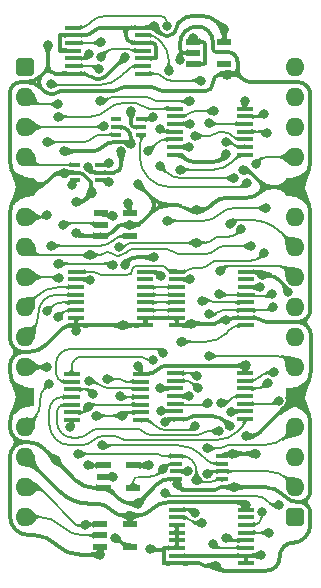
<source format=gtl>
%TF.GenerationSoftware,KiCad,Pcbnew,9.0.7-9.0.7~ubuntu24.04.1*%
%TF.CreationDate,2026-02-05T21:28:48+02:00*%
%TF.ProjectId,W65C816 Clock Hold,57363543-3831-4362-9043-6c6f636b2048,V2*%
%TF.SameCoordinates,Original*%
%TF.FileFunction,Copper,L1,Top*%
%TF.FilePolarity,Positive*%
%FSLAX46Y46*%
G04 Gerber Fmt 4.6, Leading zero omitted, Abs format (unit mm)*
G04 Created by KiCad (PCBNEW 9.0.7-9.0.7~ubuntu24.04.1) date 2026-02-05 21:28:48*
%MOMM*%
%LPD*%
G01*
G04 APERTURE LIST*
G04 Aperture macros list*
%AMRoundRect*
0 Rectangle with rounded corners*
0 $1 Rounding radius*
0 $2 $3 $4 $5 $6 $7 $8 $9 X,Y pos of 4 corners*
0 Add a 4 corners polygon primitive as box body*
4,1,4,$2,$3,$4,$5,$6,$7,$8,$9,$2,$3,0*
0 Add four circle primitives for the rounded corners*
1,1,$1+$1,$2,$3*
1,1,$1+$1,$4,$5*
1,1,$1+$1,$6,$7*
1,1,$1+$1,$8,$9*
0 Add four rect primitives between the rounded corners*
20,1,$1+$1,$2,$3,$4,$5,0*
20,1,$1+$1,$4,$5,$6,$7,0*
20,1,$1+$1,$6,$7,$8,$9,0*
20,1,$1+$1,$8,$9,$2,$3,0*%
G04 Aperture macros list end*
%TA.AperFunction,SMDPad,CuDef*%
%ADD10R,1.450000X0.450000*%
%TD*%
%TA.AperFunction,ComponentPad*%
%ADD11O,1.600000X1.600000*%
%TD*%
%TA.AperFunction,ComponentPad*%
%ADD12R,1.600000X1.600000*%
%TD*%
%TA.AperFunction,ComponentPad*%
%ADD13RoundRect,0.400000X-0.400000X-0.400000X0.400000X-0.400000X0.400000X0.400000X-0.400000X0.400000X0*%
%TD*%
%TA.AperFunction,SMDPad,CuDef*%
%ADD14R,0.875000X0.450000*%
%TD*%
%TA.AperFunction,SMDPad,CuDef*%
%ADD15R,1.475000X0.450000*%
%TD*%
%TA.AperFunction,SMDPad,CuDef*%
%ADD16R,1.250000X0.600000*%
%TD*%
%TA.AperFunction,SMDPad,CuDef*%
%ADD17R,1.100000X0.450000*%
%TD*%
%TA.AperFunction,SMDPad,CuDef*%
%ADD18R,1.150000X0.600000*%
%TD*%
%TA.AperFunction,ViaPad*%
%ADD19C,0.800000*%
%TD*%
%TA.AperFunction,Conductor*%
%ADD20C,0.300000*%
%TD*%
%TA.AperFunction,Conductor*%
%ADD21C,0.380000*%
%TD*%
%TA.AperFunction,Conductor*%
%ADD22C,0.200000*%
%TD*%
G04 APERTURE END LIST*
D10*
%TO.P,IC23,16,3V*%
%TO.N,3.3V*%
X18673000Y-37476000D03*
%TO.P,IC23,15,TC*%
%TO.N,unconnected-(IC23-TC-Pad15)*%
X18673000Y-38126000D03*
%TO.P,IC23,14,Q0*%
%TO.N,Count0*%
X18673000Y-38776000D03*
%TO.P,IC23,13,Q1*%
%TO.N,Count1*%
X18673000Y-39426000D03*
%TO.P,IC23,12,Q2*%
%TO.N,Count2*%
X18673000Y-40076000D03*
%TO.P,IC23,11,Q3*%
%TO.N,Count3*%
X18673000Y-40726000D03*
%TO.P,IC23,10,CET*%
%TO.N,3.3V*%
X18673000Y-41376000D03*
%TO.P,IC23,9,~{PE}*%
X18673000Y-42026000D03*
%TO.P,IC23,8,GND*%
%TO.N,GND*%
X12823000Y-42026000D03*
%TO.P,IC23,7,CEP*%
%TO.N,3.3V*%
X12823000Y-41376000D03*
%TO.P,IC23,6,D3*%
%TO.N,GND*%
X12823000Y-40726000D03*
%TO.P,IC23,5,D2*%
X12823000Y-40076000D03*
%TO.P,IC23,4,D1*%
X12823000Y-39426000D03*
%TO.P,IC23,3,D0*%
X12823000Y-38776000D03*
%TO.P,IC23,2,CP*%
%TO.N,~{CLK}*%
X12823000Y-38126000D03*
%TO.P,IC23,1,~{MR}*%
%TO.N,/~{L=C} CLK*%
X12823000Y-37476000D03*
%TD*%
D11*
%TO.P,J1,32*%
%TO.N,~{Reset}*%
X22860000Y0D03*
%TO.P,J1,31*%
%TO.N,Latch0*%
X22860000Y-2540000D03*
%TO.P,J1,30*%
%TO.N,Latch1*%
X22860000Y-5080000D03*
%TO.P,J1,29*%
%TO.N,Latch2*%
X22860000Y-7620000D03*
D12*
%TO.P,J1,28*%
%TO.N,GND*%
X22860000Y-10160000D03*
D11*
%TO.P,J1,27*%
%TO.N,Latch3*%
X22860000Y-12700000D03*
%TO.P,J1,26*%
%TO.N,~{PHI2}*%
X22860000Y-15240000D03*
%TO.P,J1,25*%
%TO.N,Reset*%
X22860000Y-17780000D03*
%TO.P,J1,24*%
%TO.N,Count0*%
X22860000Y-20320000D03*
%TO.P,J1,23*%
%TO.N,Count1*%
X22860000Y-22860000D03*
%TO.P,J1,22*%
%TO.N,Count2*%
X22860000Y-25400000D03*
D12*
%TO.P,J1,21*%
%TO.N,GND*%
X22860000Y-27940000D03*
D11*
%TO.P,J1,20*%
%TO.N,Count3*%
X22860000Y-30480000D03*
%TO.P,J1,19*%
%TO.N,L=C*%
X22860000Y-33020000D03*
%TO.P,J1,18*%
%TO.N,~{L=C}*%
X22860000Y-35560000D03*
D13*
%TO.P,J1,17*%
%TO.N,5V*%
X22860000Y-38100000D03*
D11*
%TO.P,J1,16*%
%TO.N,~{Hold Low}*%
X0Y-38100000D03*
%TO.P,J1,15*%
%TO.N,CLK Low Pulse*%
X0Y-35560000D03*
%TO.P,J1,14*%
%TO.N,3.3V*%
X0Y-33020000D03*
%TO.P,J1,13*%
%TO.N,Hold Count D3*%
X0Y-30480000D03*
D12*
%TO.P,J1,12*%
%TO.N,GND*%
X0Y-27940000D03*
D11*
%TO.P,J1,11*%
%TO.N,Hold Count D2*%
X0Y-25400000D03*
%TO.P,J1,10*%
%TO.N,Hold Count D1*%
X0Y-22860000D03*
%TO.P,J1,9*%
%TO.N,Hold Count D0*%
X0Y-20320000D03*
%TO.P,J1,8*%
%TO.N,PHI2*%
X0Y-17780000D03*
%TO.P,J1,7*%
%TO.N,~{CLK}*%
X0Y-15240000D03*
%TO.P,J1,6*%
%TO.N,CLK IN*%
X0Y-12700000D03*
D12*
%TO.P,J1,5*%
%TO.N,GND*%
X0Y-10160000D03*
D11*
%TO.P,J1,4*%
%TO.N,~{Hold High}*%
X0Y-7620000D03*
%TO.P,J1,3*%
%TO.N,CLK*%
X0Y-5080000D03*
%TO.P,J1,2*%
%TO.N,CLK High Pulse*%
X0Y-2540000D03*
D13*
%TO.P,J1,1*%
%TO.N,5V*%
X0Y0D03*
%TD*%
D14*
%TO.P,IC43,6,C*%
%TO.N,/L=C CLK*%
X6350000Y-8285000D03*
%TO.P,IC43,5,3V*%
%TO.N,3.3V*%
X6350000Y-8935000D03*
%TO.P,IC43,4,Y*%
%TO.N,/~{Hold High}\u00B7CLK High Pulse\u00B7L=C*%
X6350000Y-9585000D03*
%TO.P,IC43,3,B*%
%TO.N,CLK High Pulse*%
X4226000Y-9585000D03*
%TO.P,IC43,2,GND*%
%TO.N,GND*%
X4226000Y-8935000D03*
%TO.P,IC43,1,A*%
%TO.N,~{Hold High}*%
X4226000Y-8285000D03*
%TD*%
D15*
%TO.P,IC31,14,3V*%
%TO.N,3.3V*%
X9923000Y3347000D03*
%TO.P,IC31,13,~{2RD}*%
%TO.N,/~{CLK Low Reset Pulse}*%
X9923000Y2697000D03*
%TO.P,IC31,12,2D*%
%TO.N,3.3V*%
X9923000Y2047000D03*
%TO.P,IC31,11,2CP*%
%TO.N,~{CLK}*%
X9923000Y1397000D03*
%TO.P,IC31,10,~{2SD}*%
%TO.N,3.3V*%
X9923000Y747000D03*
%TO.P,IC31,9,2Q*%
%TO.N,/CLK Low Pulse Sharp*%
X9923000Y97000D03*
%TO.P,IC31,8,~{2Q}*%
%TO.N,/~{CLK Low Pulse Sharp}*%
X9923000Y-553000D03*
%TO.P,IC31,7,GND*%
%TO.N,GND*%
X4047000Y-553000D03*
%TO.P,IC31,6,~{1Q}*%
%TO.N,/~{CLK High Pulse Sharp}*%
X4047000Y97000D03*
%TO.P,IC31,5,1Q*%
%TO.N,/CLK High Pulse Sharp*%
X4047000Y747000D03*
%TO.P,IC31,4,~{1SD}*%
%TO.N,3.3V*%
X4047000Y1397000D03*
%TO.P,IC31,3,1CP*%
%TO.N,CLK*%
X4047000Y2047000D03*
%TO.P,IC31,2,1D*%
%TO.N,3.3V*%
X4047000Y2697000D03*
%TO.P,IC31,1,~{1RD}*%
%TO.N,/~{CLK High Reset Pulse}*%
X4047000Y3347000D03*
%TD*%
D16*
%TO.P,IC28,5,3V*%
%TO.N,3.3V*%
X9124000Y-33721000D03*
%TO.P,IC28,4,Y*%
%TO.N,L=C*%
X9124000Y-35621000D03*
%TO.P,IC28,3,GND*%
%TO.N,GND*%
X6624000Y-35621000D03*
%TO.P,IC28,2,A*%
%TO.N,/~{L_{3+2}=C_{3+2}}*%
X6624000Y-34671000D03*
%TO.P,IC28,1,B*%
%TO.N,/~{L_{1+0}=C_{1+0}}*%
X6624000Y-33721000D03*
%TD*%
D15*
%TO.P,IC26,14,3V*%
%TO.N,3.3V*%
X9796000Y-25990000D03*
%TO.P,IC26,13,4B*%
%TO.N,/~{Hold Low}\u00B7CLK Low Pulse*%
X9796000Y-26640000D03*
%TO.P,IC26,12,4A*%
%TO.N,/~{Hold High}\u00B7CLK High Pulse\u00B7L=C*%
X9796000Y-27290000D03*
%TO.P,IC26,11,4Y*%
%TO.N,/High Pulse+Low Pulse*%
X9796000Y-27940000D03*
%TO.P,IC26,10,3B*%
%TO.N,/~{L_{1+0}=C_{1+0}}*%
X9796000Y-28590000D03*
%TO.P,IC26,9,3A*%
%TO.N,/~{L_{3+2}=C_{3+2}}*%
X9796000Y-29240000D03*
%TO.P,IC26,8,3Y*%
%TO.N,~{L=C}*%
X9796000Y-29890000D03*
%TO.P,IC26,7,GND*%
%TO.N,GND*%
X3920000Y-29890000D03*
%TO.P,IC26,6,2Y*%
%TO.N,/~{L_{1+0}=C_{1+0}}*%
X3920000Y-29240000D03*
%TO.P,IC26,5,2B*%
%TO.N,/~{L0=C0}*%
X3920000Y-28590000D03*
%TO.P,IC26,4,2A*%
%TO.N,/~{L1=C1}*%
X3920000Y-27940000D03*
%TO.P,IC26,3,1Y*%
%TO.N,/~{L_{3+2}=C_{3+2}}*%
X3920000Y-27290000D03*
%TO.P,IC26,2,1B*%
%TO.N,/~{L2=C2}*%
X3920000Y-26640000D03*
%TO.P,IC26,1,1A*%
%TO.N,/~{L3=C3}*%
X3920000Y-25990000D03*
%TD*%
%TO.P,IC24,14,3V*%
%TO.N,3.3V*%
X18559000Y-25913000D03*
%TO.P,IC24,13,4B*%
%TO.N,Count0*%
X18559000Y-26563000D03*
%TO.P,IC24,12,4A*%
%TO.N,Latch0*%
X18559000Y-27213000D03*
%TO.P,IC24,11,4Y*%
%TO.N,/~{L0=C0}*%
X18559000Y-27863000D03*
%TO.P,IC24,10,3B*%
%TO.N,Count1*%
X18559000Y-28513000D03*
%TO.P,IC24,9,3A*%
%TO.N,Latch1*%
X18559000Y-29163000D03*
%TO.P,IC24,8,3Y*%
%TO.N,/~{L1=C1}*%
X18559000Y-29813000D03*
%TO.P,IC24,7,GND*%
%TO.N,GND*%
X12683000Y-29813000D03*
%TO.P,IC24,6,2Y*%
%TO.N,/~{L2=C2}*%
X12683000Y-29163000D03*
%TO.P,IC24,5,2B*%
%TO.N,Count2*%
X12683000Y-28513000D03*
%TO.P,IC24,4,2A*%
%TO.N,Latch2*%
X12683000Y-27863000D03*
%TO.P,IC24,3,1Y*%
%TO.N,/~{L3=C3}*%
X12683000Y-27213000D03*
%TO.P,IC24,2,1B*%
%TO.N,Count3*%
X12683000Y-26563000D03*
%TO.P,IC24,1,1A*%
%TO.N,Latch3*%
X12683000Y-25913000D03*
%TD*%
D10*
%TO.P,IC22,16,3V*%
%TO.N,3.3V*%
X18673000Y-17333000D03*
%TO.P,IC22,15,TC*%
%TO.N,unconnected-(IC22-TC-Pad15)*%
X18673000Y-17983000D03*
%TO.P,IC22,14,Q0*%
%TO.N,Latch0*%
X18673000Y-18633000D03*
%TO.P,IC22,13,Q1*%
%TO.N,Latch1*%
X18673000Y-19283000D03*
%TO.P,IC22,12,Q2*%
%TO.N,Latch2*%
X18673000Y-19933000D03*
%TO.P,IC22,11,Q3*%
%TO.N,Latch3*%
X18673000Y-20583000D03*
%TO.P,IC22,10,CET*%
%TO.N,GND*%
X18673000Y-21233000D03*
%TO.P,IC22,9,~{PE}*%
%TO.N,/~{L=C} CLK*%
X18673000Y-21883000D03*
%TO.P,IC22,8,GND*%
%TO.N,GND*%
X12823000Y-21883000D03*
%TO.P,IC22,7,CEP*%
X12823000Y-21233000D03*
%TO.P,IC22,6,D3*%
%TO.N,/Hold Count3*%
X12823000Y-20583000D03*
%TO.P,IC22,5,D2*%
%TO.N,/Hold Count2*%
X12823000Y-19933000D03*
%TO.P,IC22,4,D1*%
%TO.N,/Hold Count1*%
X12823000Y-19283000D03*
%TO.P,IC22,3,D0*%
%TO.N,/Hold Count0*%
X12823000Y-18633000D03*
%TO.P,IC22,2,CP*%
%TO.N,CLK*%
X12823000Y-17983000D03*
%TO.P,IC22,1,~{MR}*%
%TO.N,~{Reset}*%
X12823000Y-17333000D03*
%TD*%
D15*
%TO.P,IC7,14,3V*%
%TO.N,3.3V*%
X18559000Y-3511000D03*
%TO.P,IC7,13,6A*%
%TO.N,~{Reset}*%
X18559000Y-4161000D03*
%TO.P,IC7,12,6Y*%
%TO.N,Net-(IC7F-6Y)*%
X18559000Y-4811000D03*
%TO.P,IC7,11,5A*%
%TO.N,/CLK L.P.*%
X18559000Y-5461000D03*
%TO.P,IC7,10,5Y*%
%TO.N,/~{CLK Low Reset Pulse Sharp}*%
X18559000Y-6111000D03*
%TO.P,IC7,9,4A*%
%TO.N,/~{CLK Low Pulse Sharp}*%
X18559000Y-6761000D03*
%TO.P,IC7,8,4Y*%
%TO.N,/CLK L.P. Sharp*%
X18559000Y-7411000D03*
%TO.P,IC7,7,GND*%
%TO.N,GND*%
X12683000Y-7411000D03*
%TO.P,IC7,6,3Y*%
%TO.N,/~{CLK High Reset Pulse Sharp}*%
X12683000Y-6761000D03*
%TO.P,IC7,5,3A*%
%TO.N,/CLK H.P.*%
X12683000Y-6111000D03*
%TO.P,IC7,4,2Y*%
%TO.N,/CLK H.P. Sharp*%
X12683000Y-5461000D03*
%TO.P,IC7,3,2A*%
%TO.N,/~{CLK High Pulse Sharp}*%
X12683000Y-4811000D03*
%TO.P,IC7,2,1Y*%
%TO.N,Net-(IC7A-1Y)*%
X12683000Y-4161000D03*
%TO.P,IC7,1,1A*%
%TO.N,/PHI2 Sharp*%
X12683000Y-3511000D03*
%TD*%
D17*
%TO.P,IC4,8,3V*%
%TO.N,3.3V*%
X16682000Y-32934000D03*
%TO.P,IC4,7,1Q*%
%TO.N,/L=C CLK*%
X16682000Y-33584000D03*
%TO.P,IC4,6,2D*%
%TO.N,~{L=C}*%
X16682000Y-34234000D03*
%TO.P,IC4,5,2CP*%
%TO.N,~{CLK}*%
X16682000Y-34884000D03*
%TO.P,IC4,4,GND*%
%TO.N,GND*%
X12782000Y-34884000D03*
%TO.P,IC4,3,2Q*%
%TO.N,/~{L=C} CLK*%
X12782000Y-34234000D03*
%TO.P,IC4,2,1D*%
%TO.N,L=C*%
X12782000Y-33584000D03*
%TO.P,IC4,1,1CP*%
%TO.N,~{CLK}*%
X12782000Y-32934000D03*
%TD*%
D10*
%TO.P,IC1,16,3V*%
%TO.N,3.3V*%
X10164000Y-17333000D03*
%TO.P,IC1,15,TC*%
%TO.N,unconnected-(IC1-TC-Pad15)*%
X10164000Y-17983000D03*
%TO.P,IC1,14,Q0*%
%TO.N,/Hold Count0*%
X10164000Y-18633000D03*
%TO.P,IC1,13,Q1*%
%TO.N,/Hold Count1*%
X10164000Y-19283000D03*
%TO.P,IC1,12,Q2*%
%TO.N,/Hold Count2*%
X10164000Y-19933000D03*
%TO.P,IC1,11,Q3*%
%TO.N,/Hold Count3*%
X10164000Y-20583000D03*
%TO.P,IC1,10,CET*%
%TO.N,GND*%
X10164000Y-21233000D03*
%TO.P,IC1,9,~{PE}*%
X10164000Y-21883000D03*
%TO.P,IC1,8,GND*%
X4314000Y-21883000D03*
%TO.P,IC1,7,CEP*%
X4314000Y-21233000D03*
%TO.P,IC1,6,D3*%
%TO.N,Hold Count D3*%
X4314000Y-20583000D03*
%TO.P,IC1,5,D2*%
%TO.N,Hold Count D2*%
X4314000Y-19933000D03*
%TO.P,IC1,4,D1*%
%TO.N,Hold Count D1*%
X4314000Y-19283000D03*
%TO.P,IC1,3,D0*%
%TO.N,Hold Count D0*%
X4314000Y-18633000D03*
%TO.P,IC1,2,CP*%
%TO.N,~{CLK}*%
X4314000Y-17983000D03*
%TO.P,IC1,1,~{MR}*%
%TO.N,~{Reset}*%
X4314000Y-17333000D03*
%TD*%
D14*
%TO.P,IC47,1,n.c.*%
%TO.N,unconnected-(IC47-n.c.-Pad1)*%
X7701000Y-4430000D03*
%TO.P,IC47,2,GND*%
%TO.N,GND*%
X7701000Y-5080000D03*
%TO.P,IC47,3,X1*%
%TO.N,CLK IN*%
X7701000Y-5730000D03*
%TO.P,IC47,4,~{Y}*%
%TO.N,Net-(IC47-~{Y})*%
X9825000Y-5730000D03*
%TO.P,IC47,5,3V*%
%TO.N,3.3V*%
X9825000Y-5080000D03*
%TO.P,IC47,6,Y*%
%TO.N,Net-(IC47-Y)*%
X9825000Y-4430000D03*
%TD*%
D16*
%TO.P,IC29,1,D*%
%TO.N,CLK*%
X6370000Y-12385000D03*
%TO.P,IC29,2,CP*%
%TO.N,/High Pulse+Low Pulse*%
X6370000Y-13335000D03*
%TO.P,IC29,3,GND*%
%TO.N,GND*%
X6370000Y-14285000D03*
%TO.P,IC29,4,Q*%
%TO.N,/PHI2 Sharp*%
X8870000Y-14285000D03*
%TO.P,IC29,5,3V*%
%TO.N,3.3V*%
X8870000Y-12385000D03*
%TD*%
D18*
%TO.P,IC2,1,6VIn*%
%TO.N,5V*%
X14224000Y2159000D03*
%TO.P,IC2,2,GND*%
%TO.N,GND*%
X14224000Y1209000D03*
%TO.P,IC2,3,EN*%
%TO.N,5V*%
X14224000Y259000D03*
%TO.P,IC2,4,ADJ*%
%TO.N,unconnected-(IC2-ADJ-Pad4)*%
X16824000Y259000D03*
%TO.P,IC2,5,3.3VOut*%
%TO.N,3.3V*%
X16824000Y2159000D03*
%TD*%
D16*
%TO.P,IC44,1,B*%
%TO.N,CLK Low Pulse*%
X6350000Y-38708000D03*
%TO.P,IC44,2,A*%
%TO.N,~{Hold Low}*%
X6350000Y-39658000D03*
%TO.P,IC44,3,GND*%
%TO.N,GND*%
X6350000Y-40608000D03*
%TO.P,IC44,4,Y*%
%TO.N,/~{Hold Low}\u00B7CLK Low Pulse*%
X8850000Y-40608000D03*
%TO.P,IC44,5,3V*%
%TO.N,3.3V*%
X8850000Y-38708000D03*
%TD*%
D19*
%TO.N,3.3V*%
X8920189Y-3753202D03*
%TO.N,Count1*%
X21446102Y-28235425D03*
%TO.N,GND*%
X9525000Y-36957000D03*
%TO.N,~{CLK}*%
X14921459Y-38600523D03*
%TO.N,/~{L=C} CLK*%
X14351000Y-37719000D03*
%TO.N,~{L=C}*%
X14344000Y-30406003D03*
X15360092Y-34443877D03*
%TO.N,L=C*%
X11811000Y-36068000D03*
X21463000Y-37084000D03*
X11631998Y-34036000D03*
%TO.N,/~{L=C} CLK*%
X13755529Y-34233999D03*
X13207994Y-23241000D03*
%TO.N,/L=C CLK*%
X7061200Y-8145000D03*
X6477000Y-32040000D03*
%TO.N,/~{CLK Low Reset Pulse}*%
X12141200Y-304800D03*
%TO.N,/~{CLK High Reset Pulse}*%
X11956106Y3446174D03*
%TO.N,/~{L3=C3}*%
X11430000Y-27178000D03*
X10810630Y-24780630D03*
%TO.N,/~{L2=C2}*%
X11684000Y-24231600D03*
X11454406Y-29082715D03*
%TO.N,/~{L0=C0}*%
X16370054Y-30806003D03*
X16560800Y-28448000D03*
%TO.N,GND*%
X16128992Y-42216000D03*
X3810000Y-30480000D03*
X13048998Y635000D03*
X4318000Y-11430000D03*
X13982949Y-21717000D03*
X17078000Y-641002D03*
X14490000Y-12085087D03*
X10922000Y-16108000D03*
X8890000Y-13374000D03*
X17017996Y-21386800D03*
X12807404Y-35325596D03*
X17006000Y-7399631D03*
X5632661Y-10623339D03*
X1905000Y1905000D03*
X11817920Y-30014307D03*
X3290000Y-8985000D03*
X8462681Y846823D03*
X18459634Y-8725805D03*
X9525000Y-9933004D03*
X18687572Y-31223428D03*
X17643756Y-35572000D03*
X8394081Y-16720824D03*
X17306999Y-30407573D03*
X4314000Y-22352000D03*
X4310276Y-14013872D03*
X8255000Y-21883000D03*
X2556493Y-33274000D03*
X10541000Y-40767000D03*
X6350002Y-41275000D03*
X8909431Y-6514845D03*
X3289996Y-7126851D03*
%TO.N,5V*%
X14220000Y2462000D03*
%TO.N,PHI2*%
X2881180Y-17883000D03*
%TO.N,~{PHI2}*%
X17358996Y-13248004D03*
%TO.N,Reset*%
X16498000Y-17292002D03*
%TO.N,~{Reset}*%
X20193000Y-15748000D03*
X20193000Y-3937000D03*
%TO.N,~{CLK}*%
X5507375Y-18033000D03*
X4457000Y-32766000D03*
X19112948Y-15141998D03*
X6425910Y881042D03*
X5492686Y-15899642D03*
%TO.N,Hold Count D2*%
X1819091Y-20680062D03*
X1819091Y-25403000D03*
%TO.N,Hold Count D3*%
X2778500Y-21193500D03*
X2032000Y-26797000D03*
%TO.N,Latch0*%
X19852584Y-18657084D03*
X20497000Y-26747609D03*
%TO.N,Latch1*%
X20870845Y-19177000D03*
X16395189Y-19220864D03*
X17384673Y-29165377D03*
%TO.N,Latch3*%
X15501543Y-20877000D03*
X14563470Y-26138000D03*
X20950400Y-20320000D03*
%TO.N,Latch2*%
X13852930Y-27870204D03*
X14975187Y-19801745D03*
X19483383Y-8206154D03*
%TO.N,CLK*%
X6413500Y2095500D03*
X6663498Y-5010310D03*
X18288000Y-13716000D03*
X7927384Y-15231277D03*
X14433202Y-14859000D03*
X13971529Y-17983000D03*
X7410998Y-12573000D03*
%TO.N,Count0*%
X21051640Y-25856048D03*
X19998002Y-37693600D03*
%TO.N,Count2*%
X15501543Y-24458000D03*
X17018000Y-39845383D03*
X15494000Y-28448000D03*
%TO.N,Count1*%
X20630003Y-39425997D03*
%TO.N,Count3*%
X15875000Y-40386000D03*
X15367000Y-32257999D03*
X14628633Y-27162539D03*
%TO.N,CLK High Pulse*%
X2794002Y-3126000D03*
X3940000Y-10016528D03*
%TO.N,CLK Low Pulse*%
X5079994Y-38735000D03*
%TO.N,/CLK L.P. Sharp*%
X13074117Y-8682740D03*
%TO.N,3.3V*%
X18669001Y-37072000D03*
X11488167Y-17726363D03*
X19939000Y-41275000D03*
X17526000Y-32736787D03*
X10437005Y-33721001D03*
X20066004Y-17629000D03*
X8699626Y-11517042D03*
X18669000Y-25261000D03*
X5296384Y-8426723D03*
X8124949Y-7135000D03*
X19480766Y-32731850D03*
X8849998Y-37973000D03*
X16827500Y3238500D03*
X18627295Y-2845177D03*
X10906605Y3478916D03*
X22270845Y-19050002D03*
X9524998Y-25273000D03*
%TO.N,/CLK L.P.*%
X20435000Y-5621996D03*
X11989000Y-13003000D03*
X20390202Y-11928164D03*
%TO.N,/CLK H.P.*%
X10414000Y-7112000D03*
%TO.N,/~{Hold Low}\u00B7CLK Low Pulse*%
X6870000Y-26419599D03*
X7625002Y-39878000D03*
%TO.N,/High Pulse+Low Pulse*%
X2794000Y-16637000D03*
X7977000Y-27890000D03*
X7392686Y-16783252D03*
X3160500Y-13382185D03*
%TO.N,/PHI2 Sharp*%
X2159000Y-15113000D03*
X2740533Y-4191000D03*
%TO.N,/CLK H.P. Sharp*%
X11376013Y-5224908D03*
%TO.N,Net-(IC7A-1Y)*%
X15930400Y-3708214D03*
%TO.N,Net-(IC7F-6Y)*%
X15506000Y-4751964D03*
%TO.N,Net-(IC47-~{Y})*%
X18733383Y-9779000D03*
%TO.N,Net-(IC47-Y)*%
X11408020Y-8381994D03*
X17653000Y-9398000D03*
X10792000Y-4261000D03*
%TO.N,/CLK Low Pulse Sharp*%
X2143370Y-1412630D03*
%TO.N,/CLK High Pulse Sharp*%
X5399629Y1061898D03*
%TO.N,CLK IN*%
X1850008Y-6350000D03*
X1850008Y-12545746D03*
%TO.N,~{CLK}*%
X14474993Y-34966329D03*
%TO.N,/~{Hold High}\u00B7CLK High Pulse\u00B7L=C*%
X7040000Y-9732508D03*
%TO.N,/~{L_{3+2}=C_{3+2}}*%
X7448998Y-34671000D03*
%TO.N,/~{CLK High Pulse Sharp}*%
X6268019Y-159899D03*
X6316165Y-2854012D03*
%TO.N,/~{L_{1+0}=C_{1+0}}*%
X5334000Y-33655000D03*
%TO.N,/~{L_{3+2}=C_{3+2}}*%
X8204749Y-29514251D03*
%TO.N,/~{CLK Low Pulse Sharp}*%
X14859000Y-1143000D03*
%TO.N,/~{CLK High Pulse Sharp}*%
X13895052Y-2890000D03*
%TO.N,/~{L_{1+0}=C_{1+0}}*%
X5259089Y-28749207D03*
%TO.N,/~{L_{3+2}=C_{3+2}}*%
X5990490Y-29514252D03*
%TO.N,/~{Hold High}\u00B7CLK High Pulse\u00B7L=C*%
X5370035Y-26543000D03*
%TO.N,/~{CLK Low Pulse Sharp}*%
X17006000Y-6316429D03*
%TO.N,/~{CLK High Pulse Sharp}*%
X13933652Y-4829185D03*
%TO.N,/~{L_{3+2}=C_{3+2}}*%
X5715000Y-27686000D03*
%TO.N,/~{CLK Low Reset Pulse Sharp}*%
X14343806Y-5822041D03*
%TO.N,/~{CLK High Reset Pulse Sharp}*%
X13844029Y-6761000D03*
%TD*%
D20*
%TO.N,3.3V*%
X5466942Y-8764442D02*
G75*
G03*
X5878705Y-8935002I411758J411742D01*
G01*
D21*
X8748249Y-11565665D02*
G75*
G02*
X8796917Y-11683053I-117349J-117435D01*
G01*
X8483600Y2892700D02*
G75*
G03*
X8029300Y3347000I-454300J0D01*
G01*
X8937900Y3347000D02*
G75*
G03*
X8483600Y2892700I0J-454300D01*
G01*
X8483600Y2715161D02*
G75*
G03*
X8679302Y2242702I668150J-1D01*
G01*
X7936589Y-8746640D02*
G75*
G02*
X7481847Y-8935034I-454789J454740D01*
G01*
X9660499Y-25408501D02*
G75*
G02*
X9795988Y-25735629I-327099J-327099D01*
G01*
X12526167Y2828290D02*
G75*
G02*
X11989920Y2606144I-536267J536210D01*
G01*
X7239000Y-37465000D02*
G75*
G03*
X6012579Y-36957008I-1226400J-1226400D01*
G01*
X8679300Y2242700D02*
G75*
G03*
X9151761Y2046984I472500J472500D01*
G01*
X2919500Y1414071D02*
G75*
G03*
X2924508Y1402008I17100J29D01*
G01*
X16825750Y3236750D02*
G75*
G03*
X16823990Y3232525I4250J-4250D01*
G01*
X6555619Y3347000D02*
G75*
G03*
X5770994Y3022006I-19J-1109600D01*
G01*
D20*
X8943357Y-3776370D02*
G75*
G02*
X8966516Y-3832302I-55957J-55930D01*
G01*
D21*
X10949768Y1946268D02*
G75*
G03*
X10706579Y2046991I-243168J-243168D01*
G01*
D20*
X9039512Y-5007012D02*
G75*
G03*
X9215719Y-5079984I176188J176212D01*
G01*
D21*
X17018663Y-32736787D02*
G75*
G03*
X16780635Y-32835422I37J-336613D01*
G01*
X7357031Y-37583031D02*
G75*
G03*
X8298499Y-37973011I941469J941431D01*
G01*
X18614000Y-25316000D02*
G75*
G03*
X18558992Y-25448781I132800J-132800D01*
G01*
X19932874Y-17495870D02*
G75*
G03*
X19611469Y-17362769I-321374J-321430D01*
G01*
X2924500Y1402000D02*
G75*
G03*
X2936571Y1396988I12100J12100D01*
G01*
X22208534Y-18811449D02*
G75*
G02*
X22270858Y-18961881I-150434J-150451D01*
G01*
X18563500Y-36966499D02*
G75*
G03*
X18308798Y-36860999I-254700J-254701D01*
G01*
X11050500Y764071D02*
G75*
G02*
X11045492Y752008I-17100J29D01*
G01*
D20*
X5296384Y-8510303D02*
G75*
G03*
X5355479Y-8652989I201816J3D01*
G01*
D21*
X16287750Y3778250D02*
G75*
G03*
X14984678Y4317991I-1303050J-1303050D01*
G01*
X12058306Y-36860998D02*
G75*
G03*
X10715999Y-37416997I-6J-1898302D01*
G01*
X18593147Y-2879324D02*
G75*
G03*
X18558978Y-2961763I82453J-82476D01*
G01*
X19478297Y-32734318D02*
G75*
G02*
X19472338Y-32736825I-5997J5918D01*
G01*
X11970517Y-25298000D02*
G75*
G03*
X11135195Y-25643995I-17J-1181300D01*
G01*
X8124949Y-8291898D02*
G75*
G02*
X7936600Y-8746651I-643149J-2D01*
G01*
X18671000Y-37073999D02*
G75*
G02*
X18672989Y-37078826I-4800J-4801D01*
G01*
X14106300Y4318000D02*
G75*
G03*
X13179852Y3934254I0J-1310200D01*
G01*
X18650500Y-25279500D02*
G75*
G02*
X18605837Y-25298015I-44700J44700D01*
G01*
X2949171Y-35969171D02*
G75*
G03*
X5334000Y-36956999I2384829J2384831D01*
G01*
X2936571Y2697000D02*
G75*
G03*
X2924508Y2691992I29J-17100D01*
G01*
X11045500Y752000D02*
G75*
G02*
X11033428Y746988I-12100J12100D01*
G01*
X11453672Y2828290D02*
G75*
G03*
X11989920Y2606172I536228J536210D01*
G01*
X10949768Y1946268D02*
G75*
G02*
X11050491Y1703079I-243168J-243168D01*
G01*
X10840647Y3412958D02*
G75*
G02*
X10681410Y3346994I-159247J159242D01*
G01*
X11135200Y-25644000D02*
G75*
G02*
X10299882Y-25989993I-835300J835300D01*
G01*
X10906605Y3427137D02*
G75*
G03*
X10943201Y3338730I124995J-37D01*
G01*
X5771000Y3022000D02*
G75*
G02*
X4986380Y2697008I-784600J784600D01*
G01*
X12796106Y3324367D02*
G75*
G02*
X12636176Y2938349I-545906J33D01*
G01*
D20*
X8966525Y-4830805D02*
G75*
G03*
X9039519Y-5007005I249175J5D01*
G01*
D21*
X19888500Y-41325500D02*
G75*
G02*
X19766582Y-41375993I-121900J121900D01*
G01*
X11291485Y-17529681D02*
G75*
G03*
X10816654Y-17333029I-474785J-474819D01*
G01*
X21365524Y-17968439D02*
G75*
G03*
X20546044Y-17628963I-819524J-819461D01*
G01*
X12956010Y3710410D02*
G75*
G03*
X12796114Y3324367I385990J-386010D01*
G01*
X10623155Y-37509844D02*
G75*
G02*
X9504999Y-37973002I-1118155J1118144D01*
G01*
X2924500Y2692000D02*
G75*
G03*
X2919488Y2679928I12100J-12100D01*
G01*
X8029300Y3347000D02*
X8937900Y3347000D01*
%TO.N,5V*%
X15209500Y289500D02*
G75*
G02*
X15135866Y259014I-73600J73600D01*
G01*
X15240000Y363133D02*
G75*
G02*
X15209510Y289490I-104100J-33D01*
G01*
X15149378Y2068378D02*
G75*
G03*
X14930597Y2158999I-218778J-218778D01*
G01*
X15149378Y2068378D02*
G75*
G02*
X15239999Y1849597I-218778J-218778D01*
G01*
%TO.N,GND*%
X6594074Y-6735925D02*
G75*
G02*
X5650296Y-7126834I-943774J943825D01*
G01*
X13408543Y-11884543D02*
G75*
G03*
X12924388Y-11684009I-484143J-484157D01*
G01*
X94379Y-1270000D02*
G75*
G03*
X1320800Y-762000I1J1734420D01*
G01*
X1320800Y-1778000D02*
G75*
G03*
X94379Y-1270000I-1226417J-1226413D01*
G01*
X1320800Y-762000D02*
G75*
G03*
X1320800Y-1778000I508000J-508000D01*
G01*
X13493200Y2975079D02*
G75*
G03*
X13080960Y1979939I995100J-995179D01*
G01*
X-493913Y-10653914D02*
G75*
G03*
X-493913Y-9666085I-493915J493914D01*
G01*
X698500Y-10160000D02*
G75*
G03*
X-493912Y-10653915I0J-1686320D01*
G01*
X-493913Y-9666085D02*
G75*
G03*
X698500Y-10159998I1192413J1192415D01*
G01*
X23495000Y-28575000D02*
G75*
G02*
X24129989Y-30108025I-1533000J-1533000D01*
G01*
X-1315000Y-38029562D02*
G75*
G03*
X-848001Y-39157001I1594450J2D01*
G01*
X22047599Y-36430514D02*
G75*
G03*
X23012042Y-36829978I964401J964414D01*
G01*
X24175000Y-25695154D02*
G75*
G02*
X23517499Y-27282499I-2244850J4D01*
G01*
X23495000Y-10795000D02*
G75*
G02*
X24129989Y-12328025I-1533000J-1533000D01*
G01*
X12190000Y-34884000D02*
G75*
G03*
X11179395Y-35302610I0J-1429200D01*
G01*
X8428135Y-1651000D02*
G75*
G03*
X7946490Y-1850490I-35J-681100D01*
G01*
X23045987Y-21590000D02*
G75*
G03*
X23812504Y-21272504I13J1084000D01*
G01*
X23812500Y-21907500D02*
G75*
G03*
X23045987Y-21590005I-766500J-766500D01*
G01*
X23812500Y-21272500D02*
G75*
G03*
X23812500Y-21907500I317500J-317500D01*
G01*
X1599590Y-32317097D02*
G75*
G03*
X230496Y-31750000I-1369091J-1369088D01*
G01*
X22718914Y-40259000D02*
G75*
G03*
X21875746Y-40608246I-14J-1192400D01*
G01*
X17140654Y-604300D02*
G75*
G03*
X17096385Y-622685I46J-62600D01*
G01*
D20*
X4927140Y-9118140D02*
G75*
G03*
X4485000Y-8935005I-442140J-442160D01*
G01*
D21*
X13158999Y1098999D02*
G75*
G03*
X13048985Y833433I265601J-265599D01*
G01*
X17715150Y1022850D02*
G75*
G02*
X17962291Y426177I-596650J-596650D01*
G01*
X16886214Y-29986788D02*
G75*
G03*
X15870349Y-29566023I-1015814J-1015812D01*
G01*
X6912702Y-703155D02*
G75*
G02*
X6157429Y-1016025I-755302J755255D01*
G01*
X24130000Y-35885969D02*
G75*
G02*
X23853509Y-36553509I-944000J-31D01*
G01*
X-370969Y-1270000D02*
G75*
G03*
X-1038500Y-1546500I0J-944033D01*
G01*
X23812500Y-1587500D02*
G75*
G02*
X24129995Y-2354012I-766500J-766500D01*
G01*
X16802098Y-21386800D02*
G75*
G03*
X16433543Y-21539468I2J-521200D01*
G01*
X13408543Y-11884543D02*
G75*
G03*
X13892698Y-12085091I484157J484143D01*
G01*
X15649877Y-11782122D02*
G75*
G02*
X14918456Y-12085055I-731377J731422D01*
G01*
X19875500Y-10604500D02*
G75*
G02*
X18802382Y-11048993I-1073100J1073100D01*
G01*
X16421100Y-21551900D02*
G75*
G02*
X16022513Y-21717006I-398600J398600D01*
G01*
X7946500Y-1850500D02*
G75*
G02*
X7464864Y-2049985I-481600J481600D01*
G01*
X13899949Y-21800000D02*
G75*
G02*
X13699569Y-21882972I-200349J200400D01*
G01*
X16341492Y-42428500D02*
G75*
G03*
X16854512Y-42640997I513008J513000D01*
G01*
X3852000Y-21883000D02*
G75*
G03*
X3063310Y-22209677I0J-1115400D01*
G01*
X14954000Y-42121000D02*
G75*
G03*
X14724649Y-42026021I-229300J-229300D01*
G01*
X7755430Y-13580569D02*
G75*
G02*
X7735077Y-13588979I-20330J20369D01*
G01*
X7537852Y-6345000D02*
G75*
G03*
X6594074Y-6735925I-2J-1334700D01*
G01*
X9832073Y-13127926D02*
G75*
G02*
X9238000Y-13374013I-594073J594026D01*
G01*
X10604500Y-40830500D02*
G75*
G03*
X10757802Y-40893999I153300J153300D01*
G01*
X-657499Y-27282499D02*
G75*
G02*
X-657500Y-28597500I-657501J-657500D01*
G01*
X8824508Y-6429922D02*
G75*
G03*
X8619487Y-6344996I-205008J-204978D01*
G01*
X16062499Y-828501D02*
G75*
G03*
X15874986Y-1281163I452701J-452699D01*
G01*
X8114027Y-13374000D02*
G75*
G03*
X7854492Y-13481492I-27J-367000D01*
G01*
X11737020Y-40726000D02*
G75*
G03*
X11716494Y-40734494I-20J-29000D01*
G01*
X9440237Y-16108000D02*
G75*
G03*
X8700486Y-16414405I-37J-1046100D01*
G01*
X13081000Y1529936D02*
G75*
G03*
X13174989Y1302989I320900J-36D01*
G01*
X17115624Y-11049000D02*
G75*
G03*
X15864947Y-11567034I-24J-1768700D01*
G01*
X24130000Y-7991974D02*
G75*
G02*
X23495001Y-9525001I-2168040J4D01*
G01*
X19931500Y-21411500D02*
G75*
G03*
X20362437Y-21589985I430900J430900D01*
G01*
X16697815Y-7707815D02*
G75*
G02*
X15953792Y-8015996I-744015J744015D01*
G01*
X19875500Y-10604500D02*
G75*
G03*
X19875500Y-9715500I-444500J444500D01*
G01*
X20948617Y-10160000D02*
G75*
G03*
X19875495Y-10604495I-17J-1517600D01*
G01*
X19875500Y-9715500D02*
G75*
G03*
X20948617Y-10159993I1073100J1073100D01*
G01*
X11121500Y-1850500D02*
G75*
G03*
X10639864Y-1651015I-481600J-481600D01*
G01*
X1717400Y-365400D02*
G75*
G03*
X1904997Y87506I-452900J452900D01*
G01*
X2092600Y-365400D02*
G75*
G03*
X1717400Y-365400I-187600J-187598D01*
G01*
X1905000Y87506D02*
G75*
G03*
X2092598Y-365402I640500J-6D01*
G01*
X5005605Y-11250394D02*
G75*
G02*
X4572000Y-11430002I-433605J433594D01*
G01*
X-1315000Y-30480766D02*
G75*
G03*
X-943250Y-31378250I1269242J3D01*
G01*
X-1315000Y-25717500D02*
G75*
G03*
X-673300Y-27266699I2190906J4D01*
G01*
X11632500Y-40894000D02*
G75*
G03*
X11708000Y-40818500I0J75500D01*
G01*
X11708000Y-40969500D02*
G75*
G03*
X11632500Y-40894000I-75500J0D01*
G01*
X1577352Y-2034552D02*
G75*
G03*
X2184400Y-2285998I607048J607052D01*
G01*
X23812500Y-1587500D02*
G75*
G03*
X23045987Y-1270005I-766500J-766500D01*
G01*
D20*
X5562500Y-10503566D02*
G75*
G03*
X5597558Y-10588280I119800J-34D01*
G01*
D21*
X12161572Y-29813000D02*
G75*
G03*
X11918598Y-29913678I28J-343600D01*
G01*
X-1315000Y-7915154D02*
G75*
G03*
X-657499Y-9502500I2244848J1D01*
G01*
D20*
X8657412Y-5332018D02*
G75*
G02*
X8909403Y-5940444I-608412J-608382D01*
G01*
D21*
X11121500Y-1850500D02*
G75*
G03*
X11603135Y-2049985I481600J481600D01*
G01*
X2092600Y-365400D02*
G75*
G03*
X2545506Y-552997I452900J452900D01*
G01*
X13175000Y1115000D02*
G75*
G03*
X13175000Y1303000I-94000J94000D01*
G01*
X13401936Y1209000D02*
G75*
G03*
X13174989Y1115011I-36J-320900D01*
G01*
X13175000Y1303000D02*
G75*
G03*
X13401936Y1209015I226900J226900D01*
G01*
X-848000Y-39157000D02*
G75*
G03*
X279437Y-39624000I1127441J1127446D01*
G01*
X-943250Y-32121750D02*
G75*
G03*
X-943250Y-31378250I-371750J371750D01*
G01*
X-45766Y-31750000D02*
G75*
G03*
X-943250Y-32121750I-2J-1269230D01*
G01*
X-943250Y-31378250D02*
G75*
G03*
X-45766Y-31750000I897487J897492D01*
G01*
X7922392Y-36538392D02*
G75*
G03*
X8933000Y-36957004I1010608J1010592D01*
G01*
X15486000Y3056000D02*
G75*
G02*
X15858999Y2155498I-900500J-900500D01*
G01*
X21875750Y-40608250D02*
G75*
G03*
X21526506Y-41451414I843150J-843150D01*
G01*
X13923998Y-29689501D02*
G75*
G02*
X13625846Y-29813018I-298198J298201D01*
G01*
X10592934Y-12367065D02*
G75*
G03*
X10592934Y-11000935I-683064J683065D01*
G01*
X12242000Y-11684000D02*
G75*
G03*
X10592941Y-12367072I0J-2332100D01*
G01*
X10592934Y-11000934D02*
G75*
G03*
X12242000Y-11684009I1649066J1649034D01*
G01*
X24130000Y-38741382D02*
G75*
G02*
X23685505Y-39814505I-1517600J-18D01*
G01*
X11716500Y-40734500D02*
G75*
G03*
X11708009Y-40755020I20500J-20500D01*
G01*
X21526500Y-41501506D02*
G75*
G02*
X21192748Y-42307248I-1139500J6D01*
G01*
X15875000Y-1368864D02*
G75*
G02*
X15675510Y-1850510I-681100J-36D01*
G01*
X-1315000Y-22969167D02*
G75*
G03*
X-975000Y-23790000I1160846J5D01*
G01*
X3920000Y-30292218D02*
G75*
G02*
X3864995Y-30424995I-187800J18D01*
G01*
X5483500Y-784500D02*
G75*
G03*
X6042390Y-1016004I558900J558900D01*
G01*
X2658000Y-2168000D02*
G75*
G02*
X2373122Y-2286009I-284900J284900D01*
G01*
X14222150Y-29566003D02*
G75*
G03*
X13923964Y-29689467I-50J-421697D01*
G01*
X-695751Y-28635751D02*
G75*
G03*
X-1314999Y-30130750I1495001J-1494999D01*
G01*
X7735077Y-13589000D02*
G75*
G03*
X7714732Y-13597439I23J-28800D01*
G01*
X-943250Y-32121750D02*
G75*
G03*
X-1315000Y-33019233I897482J-897483D01*
G01*
X17538501Y-604300D02*
G75*
G03*
X17962300Y-180501I-1J423800D01*
G01*
X18261971Y-903971D02*
G75*
G03*
X17538501Y-604287I-723471J-723429D01*
G01*
X17962300Y-180501D02*
G75*
G03*
X18261980Y-903962I1023100J1D01*
G01*
X-975000Y-24470000D02*
G75*
G03*
X-975000Y-23790000I-339999J340000D01*
G01*
X-154167Y-24130000D02*
G75*
G03*
X-975000Y-24470000I1J-1160835D01*
G01*
X-975000Y-23790000D02*
G75*
G03*
X-154167Y-24130000I820838J820846D01*
G01*
X-657499Y-10817500D02*
G75*
G03*
X-1315004Y-12404845I1587339J-1587350D01*
G01*
X5483500Y-784500D02*
G75*
G03*
X4924609Y-552996I-558900J-558900D01*
G01*
X13060606Y-35578798D02*
G75*
G03*
X13671889Y-35832003I611294J611298D01*
G01*
X23600210Y-39899789D02*
G75*
G02*
X22733000Y-40259005I-867210J867189D01*
G01*
X3375355Y-8935000D02*
G75*
G03*
X3315013Y-8960013I45J-85400D01*
G01*
X23853500Y-37106500D02*
G75*
G02*
X24129988Y-37774030I-667500J-667500D01*
G01*
X2942877Y-2050000D02*
G75*
G03*
X2658007Y-2168007I23J-402900D01*
G01*
X15675500Y-1850500D02*
G75*
G02*
X15193864Y-2049985I-481600J481600D01*
G01*
X19890880Y-30909119D02*
G75*
G02*
X19132072Y-31223405I-758780J758819D01*
G01*
X13498000Y-7713500D02*
G75*
G03*
X14228299Y-8016000I730300J730300D01*
G01*
X17634753Y-21233000D02*
G75*
G03*
X17449084Y-21309884I-53J-262500D01*
G01*
X15859000Y1609714D02*
G75*
G03*
X15958496Y1369496I339700J-14D01*
G01*
X2541321Y-40387321D02*
G75*
G03*
X698500Y-39623999I-1842821J-1842819D01*
G01*
X15486000Y3056000D02*
G75*
G03*
X14585498Y3428999I-900500J-900500D01*
G01*
X21818085Y-36201000D02*
G75*
G03*
X20299544Y-35571957I-1518585J-1518500D01*
G01*
X15958500Y1369500D02*
G75*
G03*
X16198714Y1270006I240200J240200D01*
G01*
X18295150Y-937150D02*
G75*
G03*
X19098720Y-1269991I803550J803550D01*
G01*
X-1038500Y-1546500D02*
G75*
G03*
X-1315000Y-2214030I667539J-667534D01*
G01*
X2931000Y-8985000D02*
G75*
G03*
X2318149Y-9238852I0J-866700D01*
G01*
X23185969Y-36830000D02*
G75*
G03*
X23853509Y-36553509I31J944000D01*
G01*
X23853500Y-37106500D02*
G75*
G03*
X23185969Y-36830012I-667500J-667500D01*
G01*
X23853500Y-36553500D02*
G75*
G03*
X23853500Y-37106500I276500J-276500D01*
G01*
X7259493Y-14052660D02*
G75*
G02*
X6698577Y-14284970I-560893J560960D01*
G01*
X16515161Y-641002D02*
G75*
G03*
X16062511Y-828513I39J-640198D01*
G01*
X21192750Y-42307250D02*
G75*
G02*
X20387006Y-42641003I-805750J805750D01*
G01*
X11713000Y-42021000D02*
G75*
G03*
X11725071Y-42026012I12100J12100D01*
G01*
X17449100Y-21309900D02*
G75*
G02*
X17263446Y-21386819I-185700J185700D01*
G01*
X4295201Y-35012708D02*
G75*
G03*
X5763746Y-35621004I1468549J1468538D01*
G01*
X1890914Y-9666085D02*
G75*
G02*
X698500Y-10160000I-1192419J1192423D01*
G01*
X19931500Y-21411500D02*
G75*
G03*
X19500562Y-21233015I-430900J-430900D01*
G01*
X23835000Y-21930000D02*
G75*
G02*
X24174986Y-22750832I-820800J-820800D01*
G01*
X19036479Y-8876479D02*
G75*
G03*
X18672719Y-8725780I-363779J-363721D01*
G01*
X-975000Y-24470000D02*
G75*
G03*
X-1315000Y-25290832I820842J-820836D01*
G01*
X1771617Y-23501382D02*
G75*
G02*
X254000Y-24130000I-1517620J1517623D01*
G01*
X2603500Y-40449500D02*
G75*
G03*
X4596433Y-41274996I1992930J1992940D01*
G01*
D20*
X8654434Y-5329040D02*
G75*
G03*
X8053197Y-5080008I-601234J-601260D01*
G01*
D21*
X14530060Y3429000D02*
G75*
G03*
X13534948Y3016771I40J-1407300D01*
G01*
X14954000Y-42121000D02*
G75*
G03*
X15183350Y-42216050I229400J229300D01*
G01*
X16259000Y-35702000D02*
G75*
G02*
X15945152Y-35831951I-313800J313900D01*
G01*
X17715150Y1022850D02*
G75*
G03*
X17118477Y1269991I-596650J-596650D01*
G01*
X16572847Y-35572000D02*
G75*
G03*
X16258986Y-35701986I-47J-443800D01*
G01*
X24130000Y-20505987D02*
G75*
G02*
X23812504Y-21272504I-1084000J-13D01*
G01*
X11708000Y-42008928D02*
G75*
G03*
X11713008Y-42020992I17100J28D01*
G01*
X13014886Y-29813000D02*
X12351113Y-29813000D01*
X6698577Y-14285000D02*
X6041423Y-14285000D01*
X11708000Y-40818500D02*
X11708000Y-40969500D01*
D22*
%TO.N,/~{Hold High}\u00B7CLK High Pulse\u00B7L=C*%
X6375408Y-26949408D02*
G75*
G03*
X5864159Y-26737683I-511208J-511292D01*
G01*
X6966246Y-9658754D02*
G75*
G03*
X6788188Y-9585005I-178046J-178046D01*
G01*
X6383821Y-26957821D02*
G75*
G03*
X6915380Y-27178025I531579J531521D01*
G01*
X5467356Y-26640321D02*
G75*
G03*
X5702309Y-26737645I234944J234921D01*
G01*
%TO.N,/~{L_{3+2}=C_{3+2}}*%
X8672924Y-29240000D02*
G75*
G03*
X8341857Y-29377108I-24J-468200D01*
G01*
X5517000Y-27488000D02*
G75*
G03*
X5038985Y-27290006I-478000J-478000D01*
G01*
%TO.N,/~{L_{1+0}=C_{1+0}}*%
X5121794Y-29102705D02*
G75*
G02*
X4790336Y-29240011I-331494J331505D01*
G01*
X5530872Y-28590000D02*
G75*
G03*
X5338703Y-28669614I28J-271800D01*
G01*
X5367000Y-33688000D02*
G75*
G03*
X5446669Y-33721013I79700J79700D01*
G01*
X5259089Y-28857309D02*
G75*
G02*
X5182647Y-29041848I-260989J9D01*
G01*
%TO.N,/~{L0=C0}*%
X2844186Y-28767186D02*
G75*
G03*
X2666997Y-29194950I427754J-427764D01*
G01*
X5323749Y-30998251D02*
G75*
G02*
X4428681Y-31368992I-895049J895051D01*
G01*
X10022749Y-30891752D02*
G75*
G03*
X9384791Y-30627505I-637949J-637948D01*
G01*
X3048000Y-30988000D02*
G75*
G03*
X3967815Y-31368994I919800J919800D01*
G01*
X15049447Y-30981003D02*
G75*
G02*
X14626959Y-31155970I-422447J422503D01*
G01*
X3271950Y-28590000D02*
G75*
G03*
X2844188Y-28767188I0J-604940D01*
G01*
X15471934Y-30806003D02*
G75*
G03*
X15049428Y-30980984I-34J-597497D01*
G01*
X2667000Y-30068184D02*
G75*
G03*
X3047998Y-30988002I1300810J-6D01*
G01*
X10022749Y-30891752D02*
G75*
G03*
X10660706Y-31156000I637951J637952D01*
G01*
X6218816Y-30627502D02*
G75*
G03*
X5323745Y-30998247I-16J-1265798D01*
G01*
X18016657Y-27863000D02*
G75*
G03*
X17310512Y-28155512I43J-998700D01*
G01*
X17179644Y-28286355D02*
G75*
G02*
X16789400Y-28447996I-390244J390255D01*
G01*
%TO.N,/~{L3=C3}*%
X4173000Y-24783000D02*
G75*
G03*
X3919998Y-25393796I610800J-610800D01*
G01*
X4783796Y-24530000D02*
G75*
G03*
X4173001Y-24783001I4J-863800D01*
G01*
X10082115Y-24655315D02*
G75*
G03*
X10384652Y-24780670I302585J302515D01*
G01*
X10082115Y-24655315D02*
G75*
G03*
X9779577Y-24530030I-302515J-302585D01*
G01*
X11447500Y-27195500D02*
G75*
G03*
X11489748Y-27213021I42300J42300D01*
G01*
%TO.N,CLK IN*%
X6392406Y-5730000D02*
G75*
G03*
X5643998Y-6039998I-6J-1058400D01*
G01*
X5644000Y-6040000D02*
G75*
G02*
X4895593Y-6349997I-748400J748400D01*
G01*
X1772881Y-12622873D02*
G75*
G02*
X1586679Y-12699994I-186181J186173D01*
G01*
%TO.N,/CLK High Pulse Sharp*%
X5242180Y904449D02*
G75*
G02*
X4862064Y747036I-380080J380151D01*
G01*
%TO.N,/CLK Low Pulse Sharp*%
X9454250Y97000D02*
G75*
G03*
X8654061Y-234474I50J-1131700D01*
G01*
X2199055Y-1468315D02*
G75*
G03*
X2333490Y-1524013I134445J134415D01*
G01*
X8175000Y-713500D02*
G75*
G02*
X6218279Y-1524001I-1956730J1956740D01*
G01*
%TO.N,Net-(IC47-Y)*%
X11916023Y-8889997D02*
G75*
G03*
X13142450Y-9398044I1226477J1226397D01*
G01*
X10707500Y-4345500D02*
G75*
G02*
X10503498Y-4430000I-204000J204000D01*
G01*
%TO.N,Net-(IC47-~{Y})*%
X9664000Y-7578856D02*
G75*
G03*
X10419998Y-9403998I2581130J-4D01*
G01*
X18542884Y-9969498D02*
G75*
G02*
X18082980Y-10159984I-459884J459898D01*
G01*
X9825000Y-6176755D02*
G75*
G02*
X9744534Y-6371134I-274900J-45D01*
G01*
X9744500Y-6371100D02*
G75*
G03*
X9664018Y-6565444I194300J-194300D01*
G01*
X10419998Y-9403998D02*
G75*
G03*
X12245140Y-10159998I1825142J1825138D01*
G01*
%TO.N,Net-(IC7F-6Y)*%
X15535518Y-4781482D02*
G75*
G03*
X15606780Y-4811008I71282J71282D01*
G01*
%TO.N,Net-(IC7A-1Y)*%
X13846893Y-3934607D02*
G75*
G02*
X13300331Y-4161009I-546593J546607D01*
G01*
X14393454Y-3708214D02*
G75*
G03*
X13846909Y-3934623I46J-772986D01*
G01*
%TO.N,/CLK H.P. Sharp*%
X11494059Y-5342954D02*
G75*
G03*
X11779047Y-5460977I284941J284954D01*
G01*
%TO.N,/PHI2 Sharp*%
X8341500Y-14285000D02*
G75*
G03*
X7439297Y-14658708I0J-1275900D01*
G01*
X8301223Y-3048000D02*
G75*
G03*
X6921493Y-3619493I-23J-1951200D01*
G01*
X7399000Y-14699000D02*
G75*
G02*
X6399515Y-15113006I-999500J999500D01*
G01*
X9883500Y-3279500D02*
G75*
G03*
X10442390Y-3511004I558900J558900D01*
G01*
X6921500Y-3619500D02*
G75*
G02*
X5541776Y-4191000I-1379730J1379740D01*
G01*
X9883500Y-3279500D02*
G75*
G03*
X9324609Y-3047996I-558900J-558900D01*
G01*
%TO.N,/~{L2=C2}*%
X2786650Y-26444150D02*
G75*
G03*
X3259473Y-26640011I472850J472850D01*
G01*
X11506200Y-24053800D02*
G75*
G03*
X11076952Y-23876020I-429200J-429200D01*
G01*
X11488063Y-29062999D02*
G75*
G03*
X11464273Y-29072866I37J-33701D01*
G01*
X2946400Y-24231600D02*
G75*
G03*
X2590798Y-25090094I858500J-858500D01*
G01*
X2590800Y-25971326D02*
G75*
G03*
X2786649Y-26444151I668670J-4D01*
G01*
X3804894Y-23876000D02*
G75*
G03*
X2946402Y-24231602I6J-1214100D01*
G01*
%TO.N,/~{L1=C1}*%
X2349500Y-28257500D02*
G75*
G03*
X2032005Y-29024012I766500J-766500D01*
G01*
X6634815Y-31242000D02*
G75*
G03*
X5714995Y-31622995I-15J-1300800D01*
G01*
X7993518Y-31399001D02*
G75*
G03*
X7614483Y-31242001I-379018J-378999D01*
G01*
X2032000Y-30269579D02*
G75*
G03*
X2540002Y-31495998I1734410J-1D01*
G01*
X7993518Y-31399001D02*
G75*
G03*
X8372553Y-31556046I379082J379001D01*
G01*
X18559000Y-30025500D02*
G75*
G02*
X18408735Y-30388256I-513000J0D01*
G01*
X17899998Y-30897001D02*
G75*
G02*
X16309028Y-31556013I-1590998J1591001D01*
G01*
X5715000Y-31623000D02*
G75*
G02*
X4795184Y-32003994I-919800J919800D01*
G01*
X3116012Y-27940000D02*
G75*
G03*
X2349496Y-28257496I-12J-1084000D01*
G01*
X2540000Y-31496000D02*
G75*
G03*
X3766420Y-32004000I1226420J1226420D01*
G01*
%TO.N,/High Pulse+Low Pulse*%
X7319560Y-16710126D02*
G75*
G03*
X7143018Y-16636997I-176560J-176574D01*
G01*
X3437367Y-13220000D02*
G75*
G03*
X3241602Y-13301102I33J-276900D01*
G01*
X8002000Y-27915000D02*
G75*
G03*
X8062355Y-27940018I60400J60400D01*
G01*
%TO.N,/~{Hold Low}\u00B7CLK Low Pulse*%
X8271799Y-26529799D02*
G75*
G03*
X8537847Y-26640022I266101J266099D01*
G01*
X7855103Y-39938103D02*
G75*
G03*
X7710001Y-39877998I-145103J-145097D01*
G01*
X8271799Y-26529799D02*
G75*
G03*
X8005751Y-26419619I-265999J-266001D01*
G01*
%TO.N,/~{CLK Low Reset Pulse Sharp}*%
X15984804Y-5677845D02*
G75*
G02*
X15636685Y-5822022I-348104J348145D01*
G01*
X17511746Y-5822325D02*
G75*
G03*
X16814822Y-5533649I-696946J-696975D01*
G01*
X16332923Y-5533650D02*
G75*
G03*
X15984785Y-5677826I-23J-492350D01*
G01*
X17532222Y-5842801D02*
G75*
G03*
X18179710Y-6110988I647478J647501D01*
G01*
%TO.N,/~{CLK Low Pulse Sharp}*%
X17583214Y-6538714D02*
G75*
G03*
X18119859Y-6761038I536686J536614D01*
G01*
X17486415Y-6441915D02*
G75*
G03*
X17183464Y-6316464I-302915J-302985D01*
G01*
X11643000Y-848000D02*
G75*
G03*
X12355193Y-1143003I712200J712200D01*
G01*
X11643000Y-848000D02*
G75*
G03*
X10930806Y-552997I-712200J-712200D01*
G01*
%TO.N,/~{CLK High Pulse Sharp}*%
X10716000Y-2715000D02*
G75*
G03*
X10293512Y-2539995I-422500J-422500D01*
G01*
X10716000Y-2715000D02*
G75*
G03*
X11138487Y-2890005I422500J422500D01*
G01*
X6139569Y-31449D02*
G75*
G03*
X5829464Y96962I-310069J-310151D01*
G01*
X6954994Y-2697006D02*
G75*
G02*
X6575947Y-2854028I-379094J379106D01*
G01*
X7334040Y-2540000D02*
G75*
G03*
X6954985Y-2696997I-40J-536000D01*
G01*
X13924559Y-4820092D02*
G75*
G03*
X13902608Y-4810981I-21959J-21908D01*
G01*
%TO.N,/L=C CLK*%
X15260468Y-33212690D02*
G75*
G03*
X16156889Y-33584017I896432J896390D01*
G01*
X14859778Y-32812000D02*
G75*
G03*
X12996005Y-32040004I-1863778J-1863800D01*
G01*
X6991200Y-8215000D02*
G75*
G02*
X6822205Y-8285002I-169000J169000D01*
G01*
%TO.N,~{L=C}*%
X22197000Y-34897000D02*
G75*
G03*
X20596376Y-34234010I-1600600J-1600600D01*
G01*
X14169000Y-30581003D02*
G75*
G02*
X13746512Y-30756007I-422500J422503D01*
G01*
X10917401Y-30323001D02*
G75*
G03*
X11962759Y-30756019I1045399J1045401D01*
G01*
X15718374Y-34234000D02*
G75*
G03*
X15465040Y-34338948I26J-358300D01*
G01*
X10727786Y-30133386D02*
G75*
G03*
X10140200Y-29890008I-587586J-587614D01*
G01*
%TO.N,L=C*%
X12403610Y-33584000D02*
G75*
G03*
X11857995Y-33809997I-10J-771600D01*
G01*
X11938000Y-36195000D02*
G75*
G03*
X12244605Y-36321998I306600J306600D01*
G01*
X9591747Y-34671000D02*
G75*
G03*
X9260986Y-34807986I-47J-467700D01*
G01*
X9261000Y-34808000D02*
G75*
G03*
X9124020Y-35138747I330700J-330700D01*
G01*
X20603493Y-36859493D02*
G75*
G03*
X21145500Y-37084004I542007J541993D01*
G01*
X20447000Y-36703000D02*
G75*
G03*
X19527184Y-36322006I-919800J-919800D01*
G01*
X11314498Y-34353500D02*
G75*
G02*
X10547985Y-34670993I-766498J766500D01*
G01*
%TO.N,/~{L=C} CLK*%
X16960399Y-22561999D02*
G75*
G02*
X15321148Y-23241019I-1639299J1639299D01*
G01*
X14229500Y-37597500D02*
G75*
G03*
X13936173Y-37476011I-293300J-293300D01*
G01*
X18156200Y-21883000D02*
G75*
G03*
X17273960Y-22248425I0J-1247700D01*
G01*
%TO.N,/CLK H.P.*%
X12049000Y-6111000D02*
G75*
G03*
X10966697Y-6559308I0J-1530600D01*
G01*
%TO.N,/~{CLK High Reset Pulse}*%
X11820053Y4181947D02*
G75*
G02*
X11956098Y3853486I-328453J-328447D01*
G01*
X6752120Y4318000D02*
G75*
G03*
X5580010Y3832510I-20J-1657600D01*
G01*
X5464874Y3717354D02*
G75*
G02*
X4570760Y3346998I-894114J894106D01*
G01*
X11820053Y4181947D02*
G75*
G03*
X11491592Y4317998I-328453J-328447D01*
G01*
%TO.N,/~{CLK Low Reset Pulse}*%
X11234592Y2354406D02*
G75*
G03*
X10407500Y2696995I-827092J-827106D01*
G01*
X11521562Y2067437D02*
G75*
G02*
X12141192Y571500I-1495962J-1495937D01*
G01*
%TO.N,/CLK L.P.*%
X17724359Y-11928164D02*
G75*
G03*
X16426943Y-12465607I41J-1834836D01*
G01*
X20354502Y-5541498D02*
G75*
G03*
X20160162Y-5461015I-194302J-194302D01*
G01*
X16426918Y-12465582D02*
G75*
G02*
X15129476Y-13002971I-1297418J1297482D01*
G01*
%TO.N,/CLK L.P. Sharp*%
X17480130Y-8046870D02*
G75*
G02*
X15945004Y-8682730I-1535130J1535170D01*
G01*
%TO.N,~{Hold Low}*%
X3065000Y-38879000D02*
G75*
G03*
X1184327Y-38100001I-1880670J-1880670D01*
G01*
X3065000Y-38879000D02*
G75*
G03*
X4945672Y-39657999I1880670J1880670D01*
G01*
%TO.N,~{Hold High}*%
X332500Y-7952500D02*
G75*
G03*
X1135226Y-8284998I802720J802720D01*
G01*
%TO.N,CLK Low Pulse*%
X1539240Y-35962055D02*
G75*
G03*
X568592Y-35560000I-970644J-970641D01*
G01*
X5126085Y-38708000D02*
G75*
G03*
X5093499Y-38721505I15J-46100D01*
G01*
%TO.N,CLK High Pulse*%
X293000Y-2833000D02*
G75*
G03*
X1000364Y-3126002I707370J707370D01*
G01*
X4131000Y-9705264D02*
G75*
G02*
X4045960Y-9910567I-290350J4D01*
G01*
%TO.N,Count3*%
X14491538Y-27126729D02*
G75*
G03*
X14577990Y-27162552I86462J86429D01*
G01*
X16899772Y-32122228D02*
G75*
G02*
X16571991Y-32257979I-327772J327828D01*
G01*
X22106771Y-31233228D02*
G75*
G02*
X20288317Y-31986476I-1818471J1818428D01*
G01*
X17227552Y-31986457D02*
G75*
G03*
X16899748Y-32122204I-52J-463543D01*
G01*
X14227578Y-26862769D02*
G75*
G03*
X13503870Y-26563027I-723678J-723731D01*
G01*
X16029999Y-40540999D02*
G75*
G03*
X16404201Y-40695999I374201J374199D01*
G01*
%TO.N,Count1*%
X21307314Y-28374212D02*
G75*
G02*
X20972251Y-28512951I-335014J335112D01*
G01*
%TO.N,Count2*%
X22389000Y-24929000D02*
G75*
G03*
X21251905Y-24457998I-1137100J-1137100D01*
G01*
X15407898Y-28534102D02*
G75*
G02*
X15200029Y-28620215I-207898J207902D01*
G01*
X17133308Y-39960691D02*
G75*
G03*
X17411687Y-40076005I278392J278391D01*
G01*
%TO.N,Count0*%
X19998002Y-38093153D02*
G75*
G02*
X19798036Y-38576034I-682902J-47D01*
G01*
X20563594Y-25920000D02*
G75*
G03*
X19839614Y-26219873I6J-1023900D01*
G01*
X21019664Y-25888024D02*
G75*
G02*
X20942467Y-25919969I-77164J77224D01*
G01*
X19798001Y-38575999D02*
G75*
G02*
X19315155Y-38775953I-482801J482899D01*
G01*
X19818000Y-26241500D02*
G75*
G02*
X19041830Y-26563013I-776200J776200D01*
G01*
%TO.N,CLK*%
X6628653Y-5045155D02*
G75*
G02*
X6544529Y-5080012I-84153J84155D01*
G01*
X8486589Y-15085209D02*
G75*
G02*
X8133953Y-15231250I-352589J352609D01*
G01*
X6389250Y2071250D02*
G75*
G02*
X6330705Y2046998I-58550J58550D01*
G01*
X16488210Y-14351000D02*
G75*
G03*
X15874997Y-14604997I-10J-867200D01*
G01*
X14420202Y-14872000D02*
G75*
G02*
X14388817Y-14885008I-31402J31400D01*
G01*
X17970500Y-14033500D02*
G75*
G02*
X17203987Y-14350995I-766500J766500D01*
G01*
X8931654Y-14885000D02*
G75*
G03*
X8513691Y-15058168I46J-591100D01*
G01*
X15875000Y-14605000D02*
G75*
G02*
X15261789Y-14858996I-613200J613200D01*
G01*
%TO.N,Latch2*%
X15809372Y-19867372D02*
G75*
G03*
X15650933Y-19801718I-158472J-158428D01*
G01*
X15809372Y-19867372D02*
G75*
G03*
X15967811Y-19932982I158428J158472D01*
G01*
X13849328Y-27866602D02*
G75*
G03*
X13840632Y-27862978I-8728J-8698D01*
G01*
X20484010Y-7620000D02*
G75*
G03*
X19776460Y-7913077I-10J-1000600D01*
G01*
%TO.N,Latch3*%
X16717889Y-20583000D02*
G75*
G03*
X16363003Y-20730003I11J-501900D01*
G01*
X14450970Y-26025500D02*
G75*
G03*
X14179370Y-25913021I-271570J-271600D01*
G01*
X16363000Y-20730000D02*
G75*
G02*
X16008110Y-20877004I-354900J354900D01*
G01*
X20818900Y-20451500D02*
G75*
G02*
X20501430Y-20583013I-317500J317500D01*
G01*
%TO.N,Latch1*%
X17388730Y-29163000D02*
G75*
G03*
X17385858Y-29164185I-30J-4000D01*
G01*
X16426257Y-19251932D02*
G75*
G03*
X16501261Y-19283019I75043J75032D01*
G01*
X20755803Y-19292042D02*
G75*
G02*
X20478067Y-19407059I-277703J277742D01*
G01*
%TO.N,Latch0*%
X19840542Y-18645042D02*
G75*
G03*
X19811470Y-18633017I-29042J-29058D01*
G01*
X20264304Y-26980304D02*
G75*
G02*
X19702527Y-27213011I-561804J561804D01*
G01*
%TO.N,Hold Count D1*%
X2640151Y-19283000D02*
G75*
G03*
X1551099Y-19734099I-1J-1540150D01*
G01*
X1551100Y-19734100D02*
G75*
G03*
X1100001Y-20823151I1089050J-1089050D01*
G01*
X1100000Y-20982182D02*
G75*
G02*
X550000Y-22310000I-1877826J3D01*
G01*
%TO.N,Hold Count D3*%
X3820688Y-20583000D02*
G75*
G03*
X3083753Y-20888253I12J-1042200D01*
G01*
X1270000Y-28384500D02*
G75*
G02*
X686283Y-29793716I-1992942J5D01*
G01*
X1651000Y-27178000D02*
G75*
G03*
X1270006Y-28097815I919800J-919800D01*
G01*
%TO.N,Hold Count D0*%
X2879889Y-18633000D02*
G75*
G03*
X843502Y-19476502I1J-2879880D01*
G01*
%TO.N,Hold Count D2*%
X1817591Y-25401500D02*
G75*
G03*
X1813969Y-25400015I-3591J-3600D01*
G01*
X3094405Y-19933000D02*
G75*
G03*
X2192622Y-20306531I-5J-1275300D01*
G01*
%TO.N,~{CLK}*%
X7427161Y-15839238D02*
G75*
G03*
X7084250Y-15697221I-342861J-342862D01*
G01*
X6849284Y-15697200D02*
G75*
G03*
X6604005Y-15798805I16J-346900D01*
G01*
X11374000Y-32837000D02*
G75*
G03*
X11139821Y-32739991I-234200J-234200D01*
G01*
X8474517Y-15744804D02*
G75*
G02*
X7903622Y-15981289I-570917J570904D01*
G01*
X12432026Y-15607026D02*
G75*
G03*
X11898422Y-15385976I-533626J-533574D01*
G01*
X14563767Y-35055103D02*
G75*
G03*
X14778086Y-35143891I214333J214303D01*
G01*
X16091027Y-15485025D02*
G75*
G02*
X15262886Y-15828047I-828127J828125D01*
G01*
X7579842Y1557000D02*
G75*
G03*
X6763874Y1219036I-42J-1153900D01*
G01*
X16919167Y-15141998D02*
G75*
G03*
X16091036Y-15485034I33J-1171202D01*
G01*
X7427161Y-15839238D02*
G75*
G03*
X7770072Y-15981288I342939J342938D01*
G01*
X11374000Y-32837000D02*
G75*
G03*
X11608178Y-32934009I234200J234200D01*
G01*
X6604000Y-15798800D02*
G75*
G02*
X6358715Y-15900407I-245300J245300D01*
G01*
X5482375Y-18008000D02*
G75*
G03*
X5422019Y-17982999I-60375J-60400D01*
G01*
X14115996Y-33292996D02*
G75*
G02*
X14474999Y-34159690I-866696J-866704D01*
G01*
X4501384Y-32740000D02*
G75*
G03*
X4470004Y-32753004I16J-44400D01*
G01*
X9254246Y-15386000D02*
G75*
G03*
X8535661Y-15683616I-46J-1016200D01*
G01*
X16318637Y-34884000D02*
G75*
G03*
X16004927Y-35013927I-37J-443600D01*
G01*
X13985261Y-38363261D02*
G75*
G03*
X13412461Y-38126038I-572761J-572839D01*
G01*
X12432026Y-15607026D02*
G75*
G03*
X12965629Y-15828024I533574J533626D01*
G01*
X16004938Y-35013938D02*
G75*
G02*
X15691239Y-35143893I-313738J313738D01*
G01*
X8893165Y1477000D02*
G75*
G03*
X8700027Y1557031I-193165J-193100D01*
G01*
X329821Y-15569821D02*
G75*
G03*
X1126079Y-15899642I796259J796261D01*
G01*
X5493065Y-15900021D02*
G75*
G03*
X5493979Y-15900412I935J921D01*
G01*
X13985261Y-38363261D02*
G75*
G03*
X14558061Y-38600562I572839J572761D01*
G01*
X14101714Y-33278714D02*
G75*
G03*
X13269500Y-32933991I-832214J-832186D01*
G01*
X8893165Y1477000D02*
G75*
G03*
X9086302Y1396991I193135J193100D01*
G01*
X13269500Y-32934000D02*
X12294500Y-32934000D01*
%TO.N,~{Reset}*%
X6132639Y-17480300D02*
G75*
G03*
X5777025Y-17332978I-355639J-355600D01*
G01*
X9152567Y-16926432D02*
G75*
G03*
X9042389Y-17192400I265933J-265968D01*
G01*
X16324012Y-16383000D02*
G75*
G03*
X15557496Y-16700496I-12J-1084000D01*
G01*
X8902699Y-17487899D02*
G75*
G02*
X8565434Y-17627613I-337299J337299D01*
G01*
X9042400Y-17192400D02*
G75*
G02*
X8932225Y-17458360I-376100J0D01*
G01*
X15557500Y-16700500D02*
G75*
G02*
X14790987Y-17017995I-766500J766500D01*
G01*
X9432644Y-16808000D02*
G75*
G03*
X9156687Y-16922287I-44J-390200D01*
G01*
X6132639Y-17480300D02*
G75*
G03*
X6488252Y-17627637I355661J355600D01*
G01*
X11986886Y-17070500D02*
G75*
G03*
X11353154Y-16808023I-633686J-633700D01*
G01*
X14169317Y-17018000D02*
G75*
G03*
X13789078Y-17175499I-17J-537700D01*
G01*
X20066000Y-4064000D02*
G75*
G02*
X19759394Y-4190998I-306600J306600D01*
G01*
X13789079Y-17175500D02*
G75*
G02*
X13408840Y-17333040I-380279J380200D01*
G01*
X19875500Y-16065500D02*
G75*
G02*
X19108987Y-16382995I-766500J766500D01*
G01*
%TO.N,Reset*%
X22374000Y-17294000D02*
G75*
G03*
X21200692Y-16808003I-1173300J-1173300D01*
G01*
X17324243Y-16808000D02*
G75*
G03*
X16739988Y-17049988I-43J-826200D01*
G01*
%TO.N,~{PHI2}*%
X21606729Y-13986729D02*
G75*
G03*
X19113500Y-12954012I-2493229J-2493271D01*
G01*
X17860892Y-12954000D02*
G75*
G03*
X17506001Y-13101005I8J-501900D01*
G01*
%TO.N,PHI2*%
X2829680Y-17831500D02*
G75*
G03*
X2705348Y-17779957I-124380J-124300D01*
G01*
%TO.N,/~{L0=C0}*%
X18016657Y-27863000D02*
X18559000Y-27863000D01*
X17310499Y-28155499D02*
X17179644Y-28286355D01*
X16560800Y-28448000D02*
X16789400Y-28448000D01*
X3271950Y-28590000D02*
X3920000Y-28590000D01*
X15471934Y-30806003D02*
X16370054Y-30806003D01*
X2667000Y-29194950D02*
X2667000Y-30068184D01*
X14626959Y-31156003D02*
X10660706Y-31156003D01*
X4428681Y-31369000D02*
X3967815Y-31369000D01*
X9384791Y-30627502D02*
X6218816Y-30627502D01*
%TO.N,/~{L3=C3}*%
X11489748Y-27213000D02*
X12683000Y-27213000D01*
X11430000Y-27178000D02*
X11447500Y-27195500D01*
%TO.N,/~{L2=C2}*%
X3259473Y-26640000D02*
X3920000Y-26640000D01*
X2590800Y-25090094D02*
X2590800Y-25971326D01*
X11076952Y-23876000D02*
X3804894Y-23876000D01*
X11454406Y-29082715D02*
X11464264Y-29072857D01*
X11488063Y-29062999D02*
X12582999Y-29062999D01*
X11506200Y-24053800D02*
X11684000Y-24231600D01*
%TO.N,/L=C CLK*%
X16156889Y-33584000D02*
X16682000Y-33584000D01*
X15260468Y-33212690D02*
X14859778Y-32812000D01*
X7061200Y-8145000D02*
X6991200Y-8215000D01*
X6822205Y-8285000D02*
X6350000Y-8285000D01*
X12996005Y-32040000D02*
X6477000Y-32040000D01*
%TO.N,~{L=C}*%
X10140200Y-29890000D02*
X9796000Y-29890000D01*
X10917401Y-30323001D02*
X10727786Y-30133386D01*
X13746512Y-30756003D02*
X11962759Y-30756003D01*
X14169000Y-30581003D02*
X14344000Y-30406003D01*
X22197000Y-34897000D02*
X22860000Y-35560000D01*
X20596376Y-34234000D02*
X16682000Y-34234000D01*
X15360092Y-34443877D02*
X15465030Y-34338938D01*
X16682000Y-34234000D02*
X15718374Y-34234000D01*
%TO.N,L=C*%
X12403610Y-33584000D02*
X12782000Y-33584000D01*
X11857998Y-33810000D02*
X11631998Y-34036000D01*
%TO.N,/~{L=C} CLK*%
X13755529Y-34233999D02*
X12782000Y-34234000D01*
X18156200Y-21883000D02*
X18673000Y-21883000D01*
X16960399Y-22561999D02*
X17273967Y-22248432D01*
X15321148Y-23241000D02*
X13207994Y-23241000D01*
%TO.N,/Hold Count0*%
X12823000Y-18633000D02*
X10164000Y-18633000D01*
%TO.N,/Hold Count1*%
X10164000Y-19283000D02*
X12823000Y-19283000D01*
%TO.N,/Hold Count2*%
X12823000Y-19933000D02*
X10164000Y-19933000D01*
%TO.N,/Hold Count3*%
X10164000Y-20583000D02*
X12823000Y-20583000D01*
D21*
%TO.N,GND*%
X16854512Y-42641000D02*
X20387006Y-42641000D01*
X12351113Y-29813000D02*
X12161572Y-29813000D01*
X8462681Y846823D02*
X6912702Y-703155D01*
X13014886Y-29813000D02*
X13625846Y-29813000D01*
X11737020Y-40726000D02*
X12823000Y-40726000D01*
X9525004Y-9933004D02*
X9525000Y-9933004D01*
X6350000Y-41274998D02*
X6350002Y-41275000D01*
X8394081Y-16720824D02*
X8700493Y-16414412D01*
X7537852Y-6345000D02*
X8619487Y-6345000D01*
X24130000Y-2354012D02*
X24130000Y-7991974D01*
X13498000Y-7713500D02*
X13195500Y-7411000D01*
X1905000Y87506D02*
X1905000Y1905000D01*
X-154167Y-24130000D02*
X254000Y-24130000D01*
X8255000Y-21883000D02*
X4314000Y-21883000D01*
X15870349Y-29566003D02*
X14222150Y-29566003D01*
X18673000Y-21233000D02*
X17634753Y-21233000D01*
X10922000Y-16108000D02*
X9440237Y-16108000D01*
X1320800Y-762000D02*
X1717400Y-365400D01*
X24130000Y-38741382D02*
X24130000Y-37774030D01*
X23685499Y-39814499D02*
X23600210Y-39899789D01*
X22860000Y-27940000D02*
X19890880Y-30909119D01*
X2541321Y-40387321D02*
X2603500Y-40449500D01*
X17017996Y-21386800D02*
X17263446Y-21386800D01*
X16886214Y-29986788D02*
X17306999Y-30407573D01*
X24130000Y-12328025D02*
X24130000Y-20505987D01*
X8909431Y-6514845D02*
X8824508Y-6429922D01*
D20*
X8657412Y-5332018D02*
X8654434Y-5329040D01*
D21*
X4047000Y-553000D02*
X4924609Y-553000D01*
X230496Y-31750000D02*
X-45766Y-31750000D01*
X7714723Y-13597430D02*
X7259493Y-14052660D01*
X3375355Y-8935000D02*
X4226000Y-8935000D01*
X11708000Y-40818500D02*
X11708000Y-40755020D01*
D20*
X8909431Y-6514845D02*
X8909431Y-5940444D01*
D21*
X3290000Y-8985000D02*
X3315000Y-8960000D01*
X18802382Y-11049000D02*
X17115624Y-11049000D01*
X14724649Y-42026000D02*
X12823000Y-42026000D01*
X22718914Y-40259000D02*
X22733000Y-40259000D01*
X5005605Y-11250394D02*
X5632661Y-10623339D01*
X18261971Y-903971D02*
X18295150Y-937150D01*
X17140654Y-604300D02*
X17538501Y-604300D01*
X23517500Y-27282500D02*
X22860000Y-27940000D01*
D20*
X8053197Y-5080000D02*
X7701000Y-5080000D01*
D21*
X16128992Y-42216000D02*
X15183350Y-42216000D01*
X10164000Y-21233000D02*
X12823000Y-21233000D01*
X16433537Y-21539462D02*
X16421100Y-21551900D01*
X13493200Y2975079D02*
X13534920Y3016799D01*
X8255000Y-21883000D02*
X10164000Y-21883000D01*
X17643756Y-35572000D02*
X20299544Y-35572000D01*
X19875500Y-9715500D02*
X19036479Y-8876479D01*
X-1315000Y-25717500D02*
X-1315000Y-25290832D01*
D20*
X5597580Y-10588258D02*
X5632661Y-10623339D01*
D21*
X4581404Y-14285000D02*
X4310276Y-14013872D01*
X-657500Y-28597500D02*
X-695751Y-28635751D01*
X12823000Y-21883000D02*
X12823000Y-21233000D01*
X4314000Y-21883000D02*
X4314000Y-22352000D01*
X13048998Y833433D02*
X13048998Y635000D01*
X12823000Y-21883000D02*
X13699569Y-21883000D01*
X15649877Y-11782122D02*
X15864956Y-11567043D01*
X6350002Y-41275000D02*
X4596433Y-41275000D01*
X11918573Y-29913653D02*
X11817920Y-30014307D01*
X6350000Y-41274998D02*
X6350000Y-40608000D01*
X279437Y-39624000D02*
X698500Y-39624000D01*
X-493913Y-9666085D02*
X-657499Y-9502500D01*
X12823000Y-42026000D02*
X11725071Y-42026000D01*
X20948617Y-10160000D02*
X22860000Y-10160000D01*
X23495000Y-9525000D02*
X22860000Y-10160000D01*
X18673000Y-21233000D02*
X19500562Y-21233000D01*
X-1315000Y-22969167D02*
X-1315000Y-12404845D01*
X-1315000Y-38029562D02*
X-1315000Y-33019233D01*
X15953792Y-8016000D02*
X14228299Y-8016000D01*
X12823000Y-39426000D02*
X12823000Y-40076000D01*
X2318148Y-9238851D02*
X1890914Y-9666085D01*
X16341492Y-42428500D02*
X16128992Y-42216000D01*
X-493913Y-10653914D02*
X-657499Y-10817500D01*
X5763746Y-35621000D02*
X6624000Y-35621000D01*
X13081000Y1979939D02*
X13081000Y1529936D01*
X10592934Y-11000934D02*
X9525004Y-9933004D01*
X15859000Y2155498D02*
X15859000Y1609714D01*
X24175000Y-25695154D02*
X24175000Y-22750832D01*
X10164000Y-21883000D02*
X10164000Y-21233000D01*
X12823000Y-40726000D02*
X12823000Y-40076000D01*
X3290000Y-8985000D02*
X2931000Y-8985000D01*
X4581404Y-14285000D02*
X6041423Y-14285000D01*
X-1315000Y-30480766D02*
X-1315000Y-30130750D01*
X17096351Y-622651D02*
X17078000Y-641002D01*
X23495000Y-10795000D02*
X22860000Y-10160000D01*
X24130000Y-30108025D02*
X24130000Y-35885969D01*
X5650296Y-7126851D02*
X3289996Y-7126851D01*
X14585498Y3429000D02*
X14530060Y3429000D01*
X12823000Y-39426000D02*
X12823000Y-38776000D01*
X10757802Y-40894000D02*
X11632500Y-40894000D01*
X17962300Y426177D02*
X17962300Y-180501D01*
X8890000Y-13374000D02*
X9238000Y-13374000D01*
X3810000Y-30480000D02*
X3865000Y-30425000D01*
X12924388Y-11684000D02*
X12242000Y-11684000D01*
X16022513Y-21717000D02*
X13982949Y-21717000D01*
X11708000Y-40969500D02*
X11708000Y-42008928D01*
X7755430Y-13580569D02*
X7854500Y-13481500D01*
X1599590Y-32317097D02*
X2556493Y-33274000D01*
X4572000Y-11430000D02*
X4318000Y-11430000D01*
X21526500Y-41451414D02*
X21526500Y-41501506D01*
X23045987Y-21590000D02*
X20362437Y-21590000D01*
X-1315000Y-7915154D02*
X-1315000Y-2214030D01*
X2556493Y-33274000D02*
X4295201Y-35012708D01*
X13899949Y-21800000D02*
X13982949Y-21717000D01*
X16802098Y-21386800D02*
X17017996Y-21386800D01*
X8890000Y-13374000D02*
X8114027Y-13374000D01*
X3063316Y-22209683D02*
X1771617Y-23501382D01*
X18672719Y-8725805D02*
X18459634Y-8725805D01*
X3852000Y-21883000D02*
X4314000Y-21883000D01*
X23012042Y-36830000D02*
X23185969Y-36830000D01*
X23812500Y-21907500D02*
X23835000Y-21930000D01*
X13401936Y1209000D02*
X14224000Y1209000D01*
D20*
X5562500Y-9753500D02*
X5562500Y-10503566D01*
D21*
X16198714Y1270000D02*
X17118477Y1270000D01*
X14490000Y-12085087D02*
X13892698Y-12085087D01*
X17006000Y-7399631D02*
X16697815Y-7707815D01*
X23045987Y-1270000D02*
X19098720Y-1270000D01*
X3920000Y-30292218D02*
X3920000Y-29890000D01*
X6157429Y-1016000D02*
X6042390Y-1016000D01*
X94379Y-1270000D02*
X-370969Y-1270000D01*
X2545506Y-553000D02*
X4047000Y-553000D01*
X4314000Y-21883000D02*
X4314000Y-21233000D01*
X-657499Y-27282499D02*
X-673300Y-27266699D01*
X13158999Y1098999D02*
X13175000Y1115000D01*
X22047599Y-36430514D02*
X21818085Y-36201000D01*
D20*
X4485000Y-8935000D02*
X4226000Y-8935000D01*
D21*
X10604500Y-40830500D02*
X10541000Y-40767000D01*
X23495000Y-28575000D02*
X22860000Y-27940000D01*
X9832073Y-13127926D02*
X10592934Y-12367065D01*
X14490000Y-12085087D02*
X14918456Y-12085087D01*
D20*
X4927140Y-9118140D02*
X5562500Y-9753500D01*
D21*
X18687572Y-31223428D02*
X19132072Y-31223428D01*
%TO.N,5V*%
X15240000Y363133D02*
X15240000Y1849597D01*
X14220000Y2462000D02*
X14220000Y2163000D01*
X14930597Y2159000D02*
X14224000Y2159000D01*
X15135866Y259000D02*
X14224000Y259000D01*
D22*
%TO.N,PHI2*%
X2705348Y-17780000D02*
X0Y-17780000D01*
X2829680Y-17831500D02*
X2881180Y-17883000D01*
%TO.N,~{PHI2}*%
X19113500Y-12954000D02*
X17860892Y-12954000D01*
X21606729Y-13986729D02*
X22860000Y-15240000D01*
X17358996Y-13248004D02*
X17505998Y-13101002D01*
%TO.N,Reset*%
X21200692Y-16808000D02*
X17324243Y-16808000D01*
X16740001Y-17050001D02*
X16498000Y-17292002D01*
X22374000Y-17294000D02*
X22860000Y-17780000D01*
%TO.N,~{Reset}*%
X9432644Y-16808000D02*
X11353154Y-16808000D01*
X14790987Y-17018000D02*
X14169317Y-17018000D01*
X19759394Y-4191000D02*
X18589000Y-4191000D01*
X9152567Y-16926432D02*
X9156700Y-16922300D01*
X5777025Y-17333000D02*
X4314000Y-17333000D01*
X8565434Y-17627600D02*
X6488252Y-17627600D01*
X16324012Y-16383000D02*
X19108987Y-16383000D01*
X8902699Y-17487899D02*
X8932232Y-17458367D01*
X11986886Y-17070500D02*
X12249386Y-17333000D01*
X20193000Y-3937000D02*
X20066000Y-4064000D01*
X20193000Y-15748000D02*
X19875500Y-16065500D01*
X13408840Y-17333000D02*
X12823000Y-17333000D01*
%TO.N,~{CLK}*%
X14563767Y-35055103D02*
X14474993Y-34966329D01*
X329821Y-15569821D02*
X0Y-15240000D01*
X12294500Y-32934000D02*
X11608178Y-32934000D01*
X5493065Y-15900021D02*
X5492686Y-15899642D01*
X19112948Y-15141998D02*
X16919167Y-15141998D01*
X7084250Y-15697200D02*
X6849284Y-15697200D01*
X7579842Y1557000D02*
X8700027Y1557000D01*
X5507375Y-18033000D02*
X5482375Y-18008000D01*
X6425910Y881042D02*
X6763889Y1219021D01*
X1126079Y-15899642D02*
X5492686Y-15899642D01*
X9086302Y1397000D02*
X9923000Y1397000D01*
X5422019Y-17983000D02*
X4314000Y-17983000D01*
X11139821Y-32740000D02*
X4501384Y-32740000D01*
X6358715Y-15900400D02*
X5493979Y-15900400D01*
X8474517Y-15744804D02*
X8535683Y-15683638D01*
X4457000Y-32766000D02*
X4470000Y-32753000D01*
X15262886Y-15828052D02*
X12965629Y-15828052D01*
X7903622Y-15981277D02*
X7770072Y-15981277D01*
X11898422Y-15386000D02*
X9254246Y-15386000D01*
X16318637Y-34884000D02*
X16682000Y-34884000D01*
X14778086Y-35143877D02*
X15691239Y-35143877D01*
%TO.N,Hold Count D2*%
X1819091Y-20680062D02*
X2192622Y-20306531D01*
X1813969Y-25400000D02*
X0Y-25400000D01*
X1817591Y-25401500D02*
X1819091Y-25403000D01*
X3094405Y-19933000D02*
X4314000Y-19933000D01*
%TO.N,Hold Count D0*%
X843500Y-19476500D02*
X0Y-20320000D01*
X2879889Y-18633000D02*
X4314000Y-18633000D01*
%TO.N,Hold Count D3*%
X2032000Y-26797000D02*
X1651000Y-27178000D01*
X3820688Y-20583000D02*
X4314000Y-20583000D01*
X686283Y-29793716D02*
X0Y-30480000D01*
X1270000Y-28384500D02*
X1270000Y-28097815D01*
X2778500Y-21193500D02*
X3083750Y-20888250D01*
%TO.N,Hold Count D1*%
X550000Y-22310000D02*
X0Y-22860000D01*
X2640151Y-19283000D02*
X4314000Y-19283000D01*
X1100000Y-20823151D02*
X1100000Y-20982182D01*
%TO.N,Latch0*%
X19702527Y-27213000D02*
X18559000Y-27213000D01*
X19811470Y-18633000D02*
X18673000Y-18633000D01*
X20497000Y-26747609D02*
X20264304Y-26980304D01*
X19840542Y-18645042D02*
X19852584Y-18657084D01*
%TO.N,Latch1*%
X16426257Y-19251932D02*
X16395189Y-19220864D01*
X20755803Y-19292042D02*
X20870845Y-19177000D01*
X17385861Y-29164188D02*
X17384673Y-29165377D01*
X20478067Y-19407084D02*
X18797084Y-19407084D01*
X16501261Y-19283000D02*
X18673000Y-19283000D01*
X17388730Y-29163000D02*
X18559000Y-29163000D01*
%TO.N,Latch3*%
X20950400Y-20320000D02*
X20818900Y-20451500D01*
X16008110Y-20877000D02*
X15501543Y-20877000D01*
X14179370Y-25913000D02*
X12683000Y-25913000D01*
X18673000Y-20583000D02*
X20501430Y-20583000D01*
X18673000Y-20583000D02*
X16717889Y-20583000D01*
X14450970Y-26025500D02*
X14563470Y-26138000D01*
%TO.N,Latch2*%
X13840632Y-27863000D02*
X12683000Y-27863000D01*
X20484010Y-7620000D02*
X22860000Y-7620000D01*
X15650933Y-19801745D02*
X14975187Y-19801745D01*
X15967811Y-19933000D02*
X18673000Y-19933000D01*
X19483383Y-8206154D02*
X19776460Y-7913077D01*
X13849328Y-27866602D02*
X13852930Y-27870204D01*
%TO.N,CLK*%
X14433202Y-14859000D02*
X15261789Y-14859000D01*
X7410998Y-12573000D02*
X6558000Y-12573000D01*
X6330705Y2047000D02*
X4047000Y2047000D01*
X18288000Y-13716000D02*
X17970500Y-14033500D01*
X8486589Y-15085209D02*
X8513661Y-15058138D01*
X16488210Y-14351000D02*
X17203987Y-14351000D01*
X14388817Y-14885000D02*
X8931654Y-14885000D01*
X6544529Y-5080000D02*
X0Y-5080000D01*
X14420202Y-14872000D02*
X14433202Y-14859000D01*
X13971529Y-17983000D02*
X12823000Y-17983000D01*
X6628653Y-5045155D02*
X6663498Y-5010310D01*
X6389250Y2071250D02*
X6413500Y2095500D01*
X8133953Y-15231277D02*
X7927384Y-15231277D01*
%TO.N,Count0*%
X19839620Y-26219879D02*
X19818000Y-26241500D01*
X19041830Y-26563000D02*
X18559000Y-26563000D01*
X20563594Y-25920000D02*
X20942467Y-25920000D01*
X21019664Y-25888024D02*
X21051640Y-25856048D01*
X19998002Y-38093153D02*
X19998002Y-37693600D01*
X19315155Y-38776000D02*
X18673000Y-38776000D01*
%TO.N,Count2*%
X21251905Y-24458000D02*
X15501543Y-24458000D01*
X15200029Y-28620204D02*
X12790204Y-28620204D01*
X22389000Y-24929000D02*
X22860000Y-25400000D01*
X17411687Y-40076000D02*
X18673000Y-40076000D01*
X15494000Y-28448000D02*
X15407898Y-28534102D01*
X17133308Y-39960691D02*
X17018000Y-39845383D01*
%TO.N,Count1*%
X20630000Y-39426000D02*
X20630003Y-39425997D01*
X20630000Y-39426000D02*
X18673000Y-39426000D01*
%TO.N,Count3*%
X16029999Y-40540999D02*
X15875000Y-40386000D01*
X13503870Y-26563000D02*
X12683000Y-26563000D01*
X22106771Y-31233228D02*
X22860000Y-30480000D01*
X14491538Y-27126729D02*
X14227578Y-26862769D01*
X20288317Y-31986457D02*
X17227552Y-31986457D01*
X16404201Y-40695999D02*
X18642999Y-40695999D01*
X15367000Y-32257999D02*
X16571991Y-32257999D01*
X14577990Y-27162539D02*
X14628633Y-27162539D01*
%TO.N,CLK High Pulse*%
X1000364Y-3126000D02*
X2794002Y-3126000D01*
X293000Y-2833000D02*
X0Y-2540000D01*
X4131000Y-9705264D02*
X4131000Y-9585000D01*
X4045960Y-9910567D02*
X3940000Y-10016528D01*
%TO.N,CLK Low Pulse*%
X568592Y-35560000D02*
X0Y-35560000D01*
X5079994Y-38735000D02*
X5093494Y-38721500D01*
X5079994Y-38735000D02*
X4312185Y-38735000D01*
X4312185Y-38735000D02*
X1539240Y-35962055D01*
X5126085Y-38708000D02*
X6350000Y-38708000D01*
%TO.N,~{Hold High}*%
X1135226Y-8285000D02*
X4226000Y-8285000D01*
X332500Y-7952500D02*
X0Y-7620000D01*
%TO.N,~{Hold Low}*%
X1184327Y-38100000D02*
X0Y-38100000D01*
X4945672Y-39658000D02*
X6350000Y-39658000D01*
%TO.N,/CLK L.P. Sharp*%
X17480130Y-8046870D02*
X18116000Y-7411000D01*
X13074117Y-8682740D02*
X15945004Y-8682740D01*
D21*
%TO.N,3.3V*%
X17526000Y-32736787D02*
X19472338Y-32736787D01*
X19611469Y-17362740D02*
X18325740Y-17362740D01*
X10816654Y-17333000D02*
X10164000Y-17333000D01*
X9151761Y2047000D02*
X9923000Y2047000D01*
X19480766Y-32731850D02*
X19478297Y-32734318D01*
X10706579Y2047000D02*
X9923000Y2047000D01*
X8850000Y-37973002D02*
X8850000Y-38708000D01*
X13179853Y3934253D02*
X12956010Y3710410D01*
X8937900Y3347000D02*
X9923000Y3347000D01*
X8748249Y-11565665D02*
X8699626Y-11517042D01*
X18559000Y-25448781D02*
X18559000Y-25913000D01*
X19932874Y-17495870D02*
X20066004Y-17629000D01*
X18673000Y-41376000D02*
X18673000Y-42026000D01*
X18673000Y-41376000D02*
X12823000Y-41376000D01*
X2949171Y-35969171D02*
X0Y-33020000D01*
X18671000Y-37073999D02*
X18669001Y-37072000D01*
X16825750Y3236750D02*
X16827500Y3238500D01*
X7239000Y-37465000D02*
X7357031Y-37583031D01*
X20066004Y-17629000D02*
X20546044Y-17629000D01*
X16780606Y-32835393D02*
X16682000Y-32934000D01*
X2936571Y2697000D02*
X4047000Y2697000D01*
D20*
X5878705Y-8935000D02*
X6350000Y-8935000D01*
D21*
X22208534Y-18811449D02*
X21365524Y-17968439D01*
X10437005Y-33721001D02*
X9124000Y-33721000D01*
D20*
X5466942Y-8764442D02*
X5355484Y-8652984D01*
D21*
X8124949Y-7135000D02*
X8124949Y-8291898D01*
D20*
X5296384Y-8426723D02*
X5296384Y-8510303D01*
D21*
X18614000Y-25316000D02*
X18669000Y-25261000D01*
X11050500Y764071D02*
X11050500Y1703079D01*
X18673000Y-41376000D02*
X19766582Y-41376000D01*
X10906605Y3478916D02*
X10906605Y3427137D01*
X11033428Y747000D02*
X9923000Y747000D01*
X22270845Y-18961881D02*
X22270845Y-19050002D01*
X8850000Y-37973002D02*
X8849998Y-37973000D01*
X10299882Y-25990000D02*
X9796000Y-25990000D01*
X4986380Y2697000D02*
X4047000Y2697000D01*
X14984678Y4318000D02*
X14106300Y4318000D01*
X18673000Y-37078826D02*
X18673000Y-37476000D01*
X6012579Y-36957000D02*
X5334000Y-36957000D01*
X2936571Y1397000D02*
X4047000Y1397000D01*
X2919500Y1414071D02*
X2919500Y2679928D01*
X9796000Y-25735629D02*
X9796000Y-25990000D01*
X10681410Y3347000D02*
X9923000Y3347000D01*
X7481847Y-8935000D02*
X6350000Y-8935000D01*
X19939000Y-41275000D02*
X19888500Y-41325500D01*
X8029300Y3347000D02*
X6555619Y3347000D01*
X18627295Y-2845177D02*
X18593147Y-2879324D01*
X10906605Y3478916D02*
X10840647Y3412958D01*
X11488167Y-17726363D02*
X11291485Y-17529681D01*
X8849998Y-37973000D02*
X8298499Y-37973000D01*
X8483600Y2892700D02*
X8483600Y2715161D01*
X8796873Y-11683053D02*
X8796873Y-12311873D01*
X11453672Y2828290D02*
X10943217Y3338746D01*
X12526167Y2828290D02*
X12636201Y2938324D01*
X18559000Y-2961763D02*
X18559000Y-3511000D01*
X11970517Y-25298000D02*
X18605837Y-25298000D01*
X17526000Y-32736787D02*
X17018663Y-32736787D01*
X18650500Y-25279500D02*
X18669000Y-25261000D01*
X16827500Y3238500D02*
X16287750Y3778250D01*
X9660499Y-25408501D02*
X9524998Y-25273000D01*
X16824000Y3232525D02*
X16824000Y2159000D01*
D22*
%TO.N,/CLK L.P.*%
X20390202Y-11928164D02*
X17724359Y-11928164D01*
X20160162Y-5461000D02*
X18559000Y-5461000D01*
X11989000Y-13003000D02*
X15129476Y-13003000D01*
X20435000Y-5621996D02*
X20354502Y-5541498D01*
%TO.N,/CLK H.P.*%
X12049000Y-6111000D02*
X12683000Y-6111000D01*
X10414000Y-7112000D02*
X10966694Y-6559305D01*
%TO.N,/~{Hold Low}\u00B7CLK Low Pulse*%
X7855103Y-39938103D02*
X8525000Y-40608000D01*
X7625002Y-39878000D02*
X7710001Y-39878000D01*
X6870000Y-26419599D02*
X8005751Y-26419599D01*
X8537847Y-26640000D02*
X9796000Y-26640000D01*
%TO.N,/High Pulse+Low Pulse*%
X7319560Y-16710126D02*
X7392686Y-16783252D01*
X8062355Y-27940000D02*
X9796000Y-27940000D01*
X2794000Y-16637000D02*
X7143018Y-16637000D01*
X3160500Y-13382185D02*
X3241592Y-13301092D01*
X3437367Y-13220000D02*
X6255000Y-13220000D01*
X7977000Y-27890000D02*
X8002000Y-27915000D01*
%TO.N,/~{CLK Low Reset Pulse}*%
X11234592Y2354406D02*
X11521562Y2067437D01*
X10407500Y2697000D02*
X9923000Y2697000D01*
X12141200Y-304800D02*
X12141200Y571500D01*
%TO.N,/PHI2 Sharp*%
X8341500Y-14285000D02*
X8870000Y-14285000D01*
X7439294Y-14658705D02*
X7399000Y-14699000D01*
X6399515Y-15113000D02*
X2159000Y-15113000D01*
%TO.N,/CLK H.P. Sharp*%
X11494059Y-5342954D02*
X11376013Y-5224908D01*
X11779047Y-5461000D02*
X12683000Y-5461000D01*
%TO.N,Net-(IC7A-1Y)*%
X13300331Y-4161000D02*
X12683000Y-4161000D01*
X14393454Y-3708214D02*
X15930400Y-3708214D01*
%TO.N,Net-(IC7F-6Y)*%
X15506000Y-4751964D02*
X15535518Y-4781482D01*
X15606780Y-4811000D02*
X18559000Y-4811000D01*
%TO.N,Net-(IC47-~{Y})*%
X9825000Y-6176755D02*
X9825000Y-5730000D01*
X18542884Y-9969498D02*
X18733383Y-9779000D01*
X18082980Y-10159997D02*
X12245140Y-10159997D01*
X9664000Y-7578856D02*
X9664000Y-6565444D01*
%TO.N,Net-(IC47-Y)*%
X11916023Y-8889997D02*
X11408020Y-8381994D01*
X10792000Y-4261000D02*
X10707500Y-4345500D01*
X13142450Y-9398000D02*
X17653000Y-9398000D01*
X10503498Y-4430000D02*
X9825000Y-4430000D01*
%TO.N,/CLK Low Pulse Sharp*%
X9454250Y97000D02*
X9923000Y97000D01*
X2143370Y-1412630D02*
X2199055Y-1468315D01*
X8654043Y-234456D02*
X8175000Y-713500D01*
X2333490Y-1524000D02*
X6218279Y-1524000D01*
%TO.N,/CLK High Pulse Sharp*%
X5399629Y1061898D02*
X5242180Y904449D01*
X4862064Y747000D02*
X4047000Y747000D01*
%TO.N,CLK IN*%
X1586679Y-12700000D02*
X0Y-12700000D01*
X1850008Y-12545746D02*
X1772881Y-12622873D01*
X6392406Y-5730000D02*
X7701000Y-5730000D01*
X1850008Y-6350000D02*
X4895593Y-6350000D01*
D21*
%TO.N,GND*%
X12807404Y-35325596D02*
X13060606Y-35578798D01*
X13671889Y-35832000D02*
X15945152Y-35832000D01*
X17643756Y-35572000D02*
X16572847Y-35572000D01*
%TO.N,3.3V*%
X8849998Y-37973000D02*
X9504999Y-37973000D01*
D22*
%TO.N,L=C*%
X11938000Y-36195000D02*
X11811000Y-36068000D01*
D21*
%TO.N,3.3V*%
X10716000Y-37416998D02*
X10623155Y-37509844D01*
X18308798Y-36860998D02*
X12058306Y-36860998D01*
D22*
%TO.N,L=C*%
X21145500Y-37084000D02*
X21463000Y-37084000D01*
X20603493Y-36859493D02*
X20447000Y-36703000D01*
D21*
%TO.N,3.3V*%
X18563500Y-36966499D02*
X18669001Y-37072000D01*
D22*
%TO.N,L=C*%
X12244605Y-36322000D02*
X19527184Y-36322000D01*
%TO.N,/~{L=C} CLK*%
X14229500Y-37597500D02*
X14351000Y-37719000D01*
%TO.N,~{CLK}*%
X14921459Y-38600523D02*
X14558061Y-38600523D01*
X13412461Y-38126000D02*
X12823000Y-38126000D01*
%TO.N,/~{L=C} CLK*%
X13936173Y-37476000D02*
X12823000Y-37476000D01*
%TO.N,~{CLK}*%
X14115996Y-33292996D02*
X14101714Y-33278714D01*
X14474993Y-34966329D02*
X14474993Y-34159690D01*
D21*
%TO.N,GND*%
X12190000Y-34884000D02*
X12782000Y-34884000D01*
X8933000Y-36957000D02*
X9525000Y-36957000D01*
X7922392Y-36538392D02*
X7005000Y-35621000D01*
X11179392Y-35302607D02*
X9525000Y-36957000D01*
D22*
%TO.N,L=C*%
X9124000Y-35138747D02*
X9124000Y-35621000D01*
X9591747Y-34671000D02*
X10547985Y-34671000D01*
X11631998Y-34036000D02*
X11314498Y-34353500D01*
%TO.N,/~{L1=C1}*%
X2032000Y-29024012D02*
X2032000Y-30269579D01*
X4795184Y-32004000D02*
X3766420Y-32004000D01*
X6634815Y-31242000D02*
X7614483Y-31242000D01*
X3116012Y-27940000D02*
X3920000Y-27940000D01*
X8372553Y-31556003D02*
X16309028Y-31556003D01*
X18408739Y-30388260D02*
X17899998Y-30897001D01*
X18559000Y-30025500D02*
X18559000Y-29813000D01*
%TO.N,/~{L3=C3}*%
X4783796Y-24530000D02*
X9779577Y-24530000D01*
X10384652Y-24780630D02*
X10810630Y-24780630D01*
X3920000Y-25393796D02*
X3920000Y-25990000D01*
%TO.N,Count1*%
X21307314Y-28374212D02*
X21446102Y-28235425D01*
X20972251Y-28513000D02*
X18559000Y-28513000D01*
%TO.N,/PHI2 Sharp*%
X8301223Y-3048000D02*
X9324609Y-3048000D01*
X2740533Y-4191000D02*
X5541776Y-4191000D01*
D20*
%TO.N,3.3V*%
X8943357Y-3776370D02*
X8920189Y-3753202D01*
X9215719Y-5080000D02*
X9825000Y-5080000D01*
D22*
%TO.N,/PHI2 Sharp*%
X10442390Y-3511000D02*
X12683000Y-3511000D01*
D20*
%TO.N,3.3V*%
X8966525Y-3832302D02*
X8966525Y-4830805D01*
D21*
%TO.N,GND*%
X2184400Y-2286000D02*
X2373122Y-2286000D01*
X7464864Y-2050000D02*
X2942877Y-2050000D01*
X1320800Y-1778000D02*
X1577352Y-2034552D01*
X11603135Y-2050000D02*
X15193864Y-2050000D01*
X15875000Y-1281163D02*
X15875000Y-1368864D01*
X8428135Y-1651000D02*
X10639864Y-1651000D01*
X17078000Y-641002D02*
X16515161Y-641002D01*
D22*
%TO.N,/~{CLK High Reset Pulse}*%
X11956106Y3853486D02*
X11956106Y3446174D01*
X6752120Y4318000D02*
X11491592Y4318000D01*
X5580020Y3832500D02*
X5464874Y3717354D01*
X4570760Y3347000D02*
X4047000Y3347000D01*
%TO.N,/~{Hold High}\u00B7CLK High Pulse\u00B7L=C*%
X6788188Y-9585000D02*
X6350000Y-9585000D01*
X6966246Y-9658754D02*
X7040000Y-9732508D01*
%TO.N,/~{L_{3+2}=C_{3+2}}*%
X7448998Y-34671000D02*
X6624000Y-34671000D01*
%TO.N,/~{CLK High Pulse Sharp}*%
X5829464Y96999D02*
X4047000Y97000D01*
X6139569Y-31449D02*
X6268019Y-159899D01*
%TO.N,/~{L_{1+0}=C_{1+0}}*%
X5446669Y-33721000D02*
X6624000Y-33721000D01*
X5367000Y-33688000D02*
X5334000Y-33655000D01*
%TO.N,/~{CLK High Pulse Sharp}*%
X6575947Y-2854012D02*
X6316165Y-2854012D01*
X10293512Y-2540000D02*
X7334040Y-2540000D01*
X11138487Y-2890000D02*
X13895052Y-2890000D01*
%TO.N,/~{CLK Low Pulse Sharp}*%
X10930806Y-553000D02*
X9923000Y-553000D01*
X14859000Y-1143000D02*
X12355193Y-1143000D01*
%TO.N,/~{L_{3+2}=C_{3+2}}*%
X8204749Y-29514251D02*
X5990490Y-29514252D01*
%TO.N,/~{L_{1+0}=C_{1+0}}*%
X5259089Y-28749207D02*
X5259089Y-28857309D01*
%TO.N,/~{Hold High}\u00B7CLK High Pulse\u00B7L=C*%
X5370035Y-26543000D02*
X5467356Y-26640321D01*
%TO.N,/~{CLK High Pulse Sharp}*%
X13933652Y-4829185D02*
X13924559Y-4820092D01*
%TO.N,/~{CLK Low Pulse Sharp}*%
X17183464Y-6316429D02*
X17006000Y-6316429D01*
%TO.N,/~{CLK Low Reset Pulse Sharp}*%
X14343806Y-5822041D02*
X15636685Y-5822041D01*
X16814822Y-5533650D02*
X16332923Y-5533650D01*
%TO.N,/~{L_{1+0}=C_{1+0}}*%
X5121794Y-29102705D02*
X5182649Y-29041850D01*
X5338692Y-28669603D02*
X5259089Y-28749207D01*
%TO.N,/~{L_{3+2}=C_{3+2}}*%
X8204749Y-29514251D02*
X8341874Y-29377125D01*
X5715000Y-27686000D02*
X5517000Y-27488000D01*
%TO.N,/~{Hold High}\u00B7CLK High Pulse\u00B7L=C*%
X5864159Y-26737642D02*
X5702309Y-26737642D01*
X6375408Y-26949408D02*
X6383821Y-26957821D01*
X6915380Y-27178000D02*
X9684000Y-27178000D01*
%TO.N,/~{L_{3+2}=C_{3+2}}*%
X8672924Y-29240000D02*
X9796000Y-29240000D01*
X5038985Y-27290000D02*
X3920000Y-27290000D01*
%TO.N,/~{L_{1+0}=C_{1+0}}*%
X4790336Y-29240000D02*
X3920000Y-29240000D01*
X5530872Y-28590000D02*
X9796000Y-28590000D01*
%TO.N,/~{CLK High Reset Pulse Sharp}*%
X13844029Y-6761000D02*
X12683000Y-6761000D01*
%TO.N,/~{CLK Low Pulse Sharp}*%
X17583214Y-6538714D02*
X17486415Y-6441915D01*
X18119859Y-6761000D02*
X18559000Y-6761000D01*
%TO.N,/~{CLK Low Reset Pulse Sharp}*%
X17511746Y-5822325D02*
X17532222Y-5842801D01*
X18179710Y-6111000D02*
X18559000Y-6111000D01*
%TO.N,/~{CLK High Pulse Sharp}*%
X13902608Y-4811000D02*
X12683000Y-4811000D01*
%TD*%
%TA.AperFunction,Conductor*%
%TO.N,3.3V*%
G36*
X5684882Y-8352936D02*
G01*
X5689853Y-8360385D01*
X5690015Y-8361461D01*
X5699793Y-8456285D01*
X5699853Y-8457684D01*
X5698160Y-8557009D01*
X5698161Y-8557010D01*
X5698161Y-8557032D01*
X5696996Y-8645152D01*
X5711640Y-8718885D01*
X5727705Y-8743967D01*
X5751718Y-8763448D01*
X5791211Y-8778312D01*
X5834849Y-8783117D01*
X5842696Y-8787429D01*
X5845265Y-8794987D01*
X5839592Y-9071923D01*
X5835996Y-9080124D01*
X5827654Y-9083381D01*
X5827067Y-9083354D01*
X5638092Y-9069955D01*
X5636105Y-9069641D01*
X5496806Y-9035125D01*
X5494277Y-9034177D01*
X5381455Y-8976267D01*
X5380058Y-8975421D01*
X5259015Y-8890112D01*
X5259002Y-8890092D01*
X5258998Y-8890100D01*
X5083435Y-8765876D01*
X5078661Y-8758300D01*
X5080450Y-8749847D01*
X5292692Y-8430750D01*
X5300124Y-8425762D01*
X5676102Y-8351185D01*
X5684882Y-8352936D01*
G37*
%TD.AperFunction*%
%TD*%
%TA.AperFunction,Conductor*%
%TO.N,3.3V*%
G36*
X9914290Y-25199049D02*
G01*
X9919247Y-25206507D01*
X9919304Y-25206822D01*
X9977919Y-25555666D01*
X9978077Y-25557310D01*
X9986138Y-25877286D01*
X9986142Y-25877597D01*
X9986016Y-25968663D01*
X9982578Y-25976932D01*
X9974316Y-25980347D01*
X9616356Y-25980347D01*
X9608083Y-25976920D01*
X9604743Y-25970067D01*
X9591961Y-25865560D01*
X9591960Y-25865558D01*
X9591960Y-25865556D01*
X9553460Y-25789188D01*
X9495927Y-25736918D01*
X9495926Y-25736917D01*
X9424815Y-25694436D01*
X9424787Y-25694420D01*
X9389626Y-25674570D01*
X9388653Y-25673954D01*
X9283533Y-25599960D01*
X9281422Y-25598051D01*
X9246153Y-25557310D01*
X9201067Y-25505228D01*
X9198243Y-25496730D01*
X9202255Y-25488724D01*
X9203378Y-25487866D01*
X9523045Y-25273310D01*
X9527306Y-25271546D01*
X9905514Y-25197280D01*
X9914290Y-25199049D01*
G37*
%TD.AperFunction*%
%TD*%
%TA.AperFunction,Conductor*%
%TO.N,3.3V*%
G36*
X19632762Y-17172031D02*
G01*
X19846190Y-17184716D01*
X19847494Y-17184869D01*
X20132272Y-17234629D01*
X20139831Y-17239428D01*
X20141782Y-17248168D01*
X20141738Y-17248408D01*
X20067457Y-17626689D01*
X20065691Y-17630955D01*
X19850820Y-17951091D01*
X19843364Y-17956051D01*
X19834585Y-17954286D01*
X19833854Y-17953753D01*
X19772549Y-17905344D01*
X19771185Y-17904079D01*
X19718749Y-17847019D01*
X19717543Y-17845462D01*
X19644345Y-17732426D01*
X19644082Y-17731998D01*
X19635805Y-17717822D01*
X19621710Y-17693679D01*
X19573351Y-17630955D01*
X19562874Y-17617365D01*
X19528559Y-17591340D01*
X19528558Y-17591339D01*
X19485950Y-17571341D01*
X19428463Y-17557566D01*
X19428459Y-17557565D01*
X19395665Y-17555381D01*
X19366905Y-17553467D01*
X19358878Y-17549498D01*
X19355982Y-17541793D01*
X19355982Y-17184400D01*
X19359409Y-17176127D01*
X19367641Y-17172700D01*
X19503261Y-17172238D01*
X19503261Y-17172244D01*
X19503276Y-17172237D01*
X19632086Y-17172011D01*
X19632762Y-17172031D01*
G37*
%TD.AperFunction*%
%TD*%
%TA.AperFunction,Conductor*%
%TO.N,3.3V*%
G36*
X18467907Y-36642632D02*
G01*
X18587550Y-36652883D01*
X18588456Y-36652997D01*
X18735182Y-36677690D01*
X18742770Y-36682443D01*
X18744777Y-36691170D01*
X18744720Y-36691482D01*
X18670454Y-37069689D01*
X18668688Y-37073955D01*
X18454006Y-37393810D01*
X18446550Y-37398770D01*
X18437771Y-37397005D01*
X18436802Y-37396279D01*
X18327378Y-37305106D01*
X18325926Y-37303663D01*
X18247747Y-37210966D01*
X18161790Y-37115762D01*
X18159740Y-37114382D01*
X18123031Y-37089673D01*
X18123028Y-37089671D01*
X18101668Y-37080614D01*
X18075856Y-37069669D01*
X18075852Y-37069668D01*
X18075849Y-37069667D01*
X18012190Y-37055833D01*
X18012181Y-37055831D01*
X17942659Y-37051658D01*
X17934606Y-37047741D01*
X17931660Y-37039979D01*
X17931660Y-36682342D01*
X17935087Y-36674069D01*
X17942998Y-36670648D01*
X18121519Y-36665148D01*
X18259356Y-36653176D01*
X18259662Y-36653155D01*
X18466328Y-36642605D01*
X18467907Y-36642632D01*
G37*
%TD.AperFunction*%
%TD*%
%TA.AperFunction,Conductor*%
%TO.N,3.3V*%
G36*
X10688484Y-25726711D02*
G01*
X10693804Y-25733253D01*
X10803083Y-26069590D01*
X10802381Y-26078517D01*
X10795571Y-26084332D01*
X10792600Y-26084887D01*
X10710752Y-26089401D01*
X10710532Y-26089411D01*
X10603647Y-26093290D01*
X10603646Y-26093290D01*
X10551496Y-26111852D01*
X10538250Y-26127504D01*
X10538248Y-26127508D01*
X10536014Y-26137583D01*
X10530878Y-26144918D01*
X10522135Y-26146489D01*
X9804008Y-25992233D01*
X9796639Y-25987145D01*
X9794770Y-25981151D01*
X9788663Y-25780032D01*
X9791838Y-25771661D01*
X9800003Y-25767984D01*
X9802888Y-25768255D01*
X9912160Y-25792488D01*
X10031215Y-25807866D01*
X10222864Y-25810969D01*
X10397652Y-25792096D01*
X10554008Y-25759804D01*
X10679602Y-25725580D01*
X10688484Y-25726711D01*
G37*
%TD.AperFunction*%
%TD*%
%TA.AperFunction,Conductor*%
%TO.N,3.3V*%
G36*
X10888675Y-17160986D02*
G01*
X10893107Y-17165875D01*
X10905683Y-17191879D01*
X10948822Y-17209372D01*
X10948821Y-17209372D01*
X11001756Y-17212223D01*
X11073012Y-17216062D01*
X11160334Y-17221300D01*
X11168386Y-17225216D01*
X11171311Y-17233680D01*
X11170442Y-17237456D01*
X11035153Y-17564118D01*
X11028821Y-17570450D01*
X11021596Y-17571014D01*
X10818161Y-17521877D01*
X10818157Y-17521876D01*
X10818156Y-17521876D01*
X10818154Y-17521875D01*
X10818150Y-17521875D01*
X10599791Y-17498415D01*
X10381955Y-17509509D01*
X10175151Y-17554852D01*
X10166336Y-17553276D01*
X10161216Y-17545929D01*
X10160946Y-17543310D01*
X10162984Y-17341731D01*
X10166494Y-17333495D01*
X10171934Y-17330479D01*
X10879831Y-17159596D01*
X10888675Y-17160986D01*
G37*
%TD.AperFunction*%
%TD*%
%TA.AperFunction,Conductor*%
%TO.N,3.3V*%
G36*
X10841073Y-17143915D02*
G01*
X10851403Y-17144544D01*
X10969878Y-17151769D01*
X10971214Y-17151929D01*
X11076089Y-17170693D01*
X11078018Y-17171211D01*
X11240335Y-17230188D01*
X11240743Y-17230345D01*
X11350894Y-17275166D01*
X11536638Y-17325963D01*
X11555712Y-17331180D01*
X11562789Y-17336668D01*
X11564107Y-17344720D01*
X11490104Y-17721596D01*
X11485147Y-17729054D01*
X11485109Y-17729079D01*
X11166395Y-17941385D01*
X11157610Y-17943120D01*
X11150172Y-17938134D01*
X11149546Y-17937079D01*
X11095257Y-17833490D01*
X11094546Y-17831835D01*
X11090126Y-17818872D01*
X11089500Y-17815096D01*
X11089500Y-17738252D01*
X11086187Y-17721596D01*
X11077867Y-17679769D01*
X11033552Y-17613448D01*
X11032913Y-17613021D01*
X11002348Y-17592597D01*
X11000578Y-17590904D01*
X11000479Y-17591004D01*
X10973473Y-17564130D01*
X10973467Y-17564126D01*
X10939060Y-17543892D01*
X10939051Y-17543888D01*
X10888604Y-17529032D01*
X10888596Y-17529030D01*
X10888593Y-17529030D01*
X10868280Y-17527204D01*
X10833657Y-17524093D01*
X10825723Y-17519939D01*
X10823005Y-17512255D01*
X10825789Y-17336668D01*
X10828663Y-17155405D01*
X10832220Y-17147190D01*
X10840546Y-17143894D01*
X10841073Y-17143915D01*
G37*
%TD.AperFunction*%
%TD*%
%TA.AperFunction,Conductor*%
%TO.N,GND*%
G36*
X23653737Y-27671079D02*
G01*
X23659657Y-27677798D01*
X23660285Y-27681376D01*
X23661596Y-27755194D01*
X23676196Y-27908822D01*
X23676196Y-27908825D01*
X23703948Y-28069980D01*
X23703951Y-28069995D01*
X23753168Y-28274320D01*
X23815678Y-28481033D01*
X23905199Y-28730583D01*
X23905204Y-28730594D01*
X24002653Y-28967216D01*
X24109380Y-29198234D01*
X24202582Y-29379074D01*
X24203326Y-29387998D01*
X24197542Y-29394834D01*
X24195210Y-29395735D01*
X23850400Y-29488122D01*
X23841522Y-29486953D01*
X23837554Y-29483184D01*
X23777816Y-29391009D01*
X23757734Y-29366788D01*
X23706051Y-29304453D01*
X23706045Y-29304447D01*
X23706041Y-29304442D01*
X23620720Y-29218704D01*
X23620715Y-29218699D01*
X23620714Y-29218698D01*
X23620710Y-29218694D01*
X23522148Y-29134467D01*
X23412608Y-29054249D01*
X23412605Y-29054247D01*
X23412602Y-29054245D01*
X23176159Y-28917041D01*
X22931982Y-28817644D01*
X22931980Y-28817643D01*
X22693768Y-28759012D01*
X22485764Y-28741438D01*
X22477809Y-28737327D01*
X22475091Y-28728795D01*
X22476234Y-28724650D01*
X22857612Y-27943397D01*
X22864317Y-27937469D01*
X23644802Y-27670514D01*
X23653737Y-27671079D01*
G37*
%TD.AperFunction*%
%TD*%
%TA.AperFunction,Conductor*%
%TO.N,GND*%
G36*
X23878271Y-26379953D02*
G01*
X24208592Y-26516777D01*
X24214924Y-26523109D01*
X24214924Y-26532063D01*
X24214300Y-26533344D01*
X24195691Y-26566256D01*
X24195681Y-26566276D01*
X24003502Y-26950465D01*
X24003502Y-26950466D01*
X23843698Y-27343938D01*
X23734986Y-27693795D01*
X23734984Y-27693801D01*
X23676214Y-27985367D01*
X23676213Y-27985371D01*
X23661057Y-28204357D01*
X23657067Y-28212374D01*
X23648577Y-28215221D01*
X23645537Y-28214598D01*
X22864206Y-27942520D01*
X22857520Y-27936563D01*
X22857511Y-27936544D01*
X22572398Y-27343938D01*
X22481964Y-27155973D01*
X22481466Y-27147033D01*
X22487435Y-27140358D01*
X22491987Y-27139213D01*
X22555553Y-27136389D01*
X22587077Y-27134990D01*
X22587079Y-27134989D01*
X22587095Y-27134989D01*
X22713596Y-27118070D01*
X22838988Y-27090261D01*
X22856066Y-27084993D01*
X22972844Y-27048980D01*
X22972852Y-27048977D01*
X22972862Y-27048974D01*
X23103042Y-26997527D01*
X23235578Y-26933485D01*
X23361093Y-26861285D01*
X23479369Y-26781683D01*
X23587427Y-26697177D01*
X23759597Y-26528736D01*
X23864317Y-26383906D01*
X23871939Y-26379211D01*
X23878271Y-26379953D01*
G37*
%TD.AperFunction*%
%TD*%
%TA.AperFunction,Conductor*%
%TO.N,GND*%
G36*
X23653737Y-9891079D02*
G01*
X23659657Y-9897798D01*
X23660285Y-9901376D01*
X23661596Y-9975194D01*
X23676196Y-10128822D01*
X23676196Y-10128825D01*
X23703948Y-10289980D01*
X23703951Y-10289995D01*
X23753168Y-10494320D01*
X23815678Y-10701033D01*
X23905199Y-10950583D01*
X23905204Y-10950594D01*
X24002653Y-11187216D01*
X24109380Y-11418234D01*
X24202582Y-11599074D01*
X24203326Y-11607998D01*
X24197542Y-11614834D01*
X24195210Y-11615735D01*
X23850400Y-11708122D01*
X23841522Y-11706953D01*
X23837554Y-11703184D01*
X23777816Y-11611009D01*
X23757734Y-11586788D01*
X23706051Y-11524453D01*
X23706045Y-11524447D01*
X23706041Y-11524442D01*
X23620720Y-11438704D01*
X23620715Y-11438699D01*
X23620714Y-11438698D01*
X23620710Y-11438694D01*
X23522148Y-11354467D01*
X23412608Y-11274249D01*
X23412605Y-11274247D01*
X23412602Y-11274245D01*
X23176159Y-11137041D01*
X22931982Y-11037644D01*
X22931980Y-11037643D01*
X22693768Y-10979012D01*
X22485764Y-10961438D01*
X22477809Y-10957327D01*
X22475091Y-10948795D01*
X22476234Y-10944650D01*
X22857612Y-10163397D01*
X22864317Y-10157469D01*
X23644802Y-9890514D01*
X23653737Y-9891079D01*
G37*
%TD.AperFunction*%
%TD*%
%TA.AperFunction,Conductor*%
%TO.N,GND*%
G36*
X4662340Y-8795130D02*
G01*
X4667763Y-8800865D01*
X4680904Y-8830826D01*
X4680906Y-8830828D01*
X4725568Y-8860750D01*
X4725569Y-8860750D01*
X4725572Y-8860752D01*
X4851423Y-8901963D01*
X4925901Y-8925579D01*
X4932751Y-8931345D01*
X4933517Y-8940267D01*
X4932497Y-8942581D01*
X4794762Y-9181151D01*
X4787657Y-9186602D01*
X4780460Y-9186233D01*
X4744122Y-9172375D01*
X4744122Y-9172376D01*
X4742886Y-9171905D01*
X4741731Y-9171133D01*
X4739911Y-9170771D01*
X4738993Y-9170421D01*
X4738992Y-9170420D01*
X4738991Y-9170420D01*
X4655834Y-9138711D01*
X4655825Y-9138708D01*
X4500609Y-9111000D01*
X4349994Y-9117754D01*
X4222240Y-9155192D01*
X4213337Y-9154230D01*
X4207722Y-9147254D01*
X4207293Y-9142970D01*
X4224473Y-8942214D01*
X4228592Y-8934266D01*
X4232491Y-8932095D01*
X4653411Y-8794445D01*
X4662340Y-8795130D01*
G37*
%TD.AperFunction*%
%TD*%
%TA.AperFunction,Conductor*%
%TO.N,GND*%
G36*
X13048921Y1241077D02*
G01*
X13302512Y987486D01*
X13305939Y979213D01*
X13303923Y972648D01*
X13294633Y958944D01*
X13296022Y940884D01*
X13321018Y916289D01*
X13329851Y907598D01*
X13345838Y892032D01*
X13371236Y867304D01*
X13374773Y859077D01*
X13371457Y850759D01*
X13369583Y849199D01*
X13129261Y688452D01*
X13054809Y638653D01*
X13046027Y636902D01*
X13041782Y638664D01*
X12726357Y850545D01*
X12721402Y858002D01*
X12723171Y866780D01*
X12723332Y867013D01*
X12859690Y1059757D01*
X12860763Y1061063D01*
X13023907Y1232606D01*
X13024113Y1232817D01*
X13032376Y1241078D01*
X13040649Y1244504D01*
X13048921Y1241077D01*
G37*
%TD.AperFunction*%
%TD*%
%TA.AperFunction,Conductor*%
%TO.N,GND*%
G36*
X16802039Y-21063548D02*
G01*
X17015985Y-21382048D01*
X17017754Y-21390826D01*
X17017745Y-21390870D01*
X16942656Y-21765652D01*
X16937671Y-21773091D01*
X16928886Y-21774826D01*
X16927096Y-21774317D01*
X16875041Y-21754907D01*
X16841382Y-21742357D01*
X16839021Y-21741155D01*
X16792599Y-21710447D01*
X16763048Y-21690899D01*
X16685824Y-21643372D01*
X16629241Y-21638793D01*
X16606788Y-21648721D01*
X16594265Y-21654259D01*
X16594264Y-21654260D01*
X16563654Y-21679486D01*
X16555090Y-21682103D01*
X16547940Y-21678730D01*
X16523468Y-21654260D01*
X16295500Y-21426309D01*
X16292073Y-21418036D01*
X16295500Y-21409763D01*
X16295953Y-21409334D01*
X16457867Y-21264783D01*
X16459388Y-21263636D01*
X16596022Y-21177265D01*
X16786193Y-21060110D01*
X16795031Y-21058689D01*
X16802039Y-21063548D01*
G37*
%TD.AperFunction*%
%TD*%
%TA.AperFunction,Conductor*%
%TO.N,GND*%
G36*
X16467135Y-42004129D02*
G01*
X16467683Y-42005041D01*
X16526417Y-42113500D01*
X16527106Y-42115023D01*
X16565356Y-42218754D01*
X16565449Y-42219014D01*
X16579340Y-42259611D01*
X16579342Y-42259616D01*
X16621758Y-42347753D01*
X16621759Y-42347754D01*
X16649710Y-42379986D01*
X16649712Y-42379988D01*
X16649714Y-42379990D01*
X16686855Y-42407695D01*
X16741713Y-42432928D01*
X16803800Y-42449514D01*
X16810907Y-42454959D01*
X16812254Y-42463099D01*
X16742679Y-42812892D01*
X16737704Y-42820338D01*
X16728922Y-42822085D01*
X16728272Y-42821937D01*
X16533610Y-42771539D01*
X16532213Y-42771082D01*
X16395658Y-42716698D01*
X16395554Y-42716656D01*
X16284491Y-42671187D01*
X16284482Y-42671184D01*
X16184658Y-42639510D01*
X16061952Y-42610879D01*
X16054675Y-42605663D01*
X16053131Y-42597233D01*
X16127073Y-42220587D01*
X16132029Y-42213131D01*
X16450914Y-42000871D01*
X16459698Y-41999141D01*
X16467135Y-42004129D01*
G37*
%TD.AperFunction*%
%TD*%
%TA.AperFunction,Conductor*%
%TO.N,GND*%
G36*
X4305887Y-21880834D02*
G01*
X4313340Y-21885799D01*
X4315311Y-21891819D01*
X4323823Y-22093426D01*
X4320748Y-22101837D01*
X4312627Y-22105610D01*
X4310078Y-22105438D01*
X4111771Y-22070065D01*
X4111758Y-22070063D01*
X3983150Y-22064056D01*
X3983147Y-22064056D01*
X3862257Y-22069791D01*
X3637391Y-22108588D01*
X3460410Y-22162479D01*
X3451498Y-22161610D01*
X3446193Y-22155763D01*
X3426409Y-22108000D01*
X3310852Y-21829012D01*
X3310852Y-21820059D01*
X3317184Y-21813727D01*
X3320465Y-21812897D01*
X3409422Y-21803788D01*
X3409629Y-21803769D01*
X3516805Y-21795555D01*
X3570970Y-21775275D01*
X3584246Y-21759842D01*
X3586443Y-21750359D01*
X3591649Y-21743075D01*
X3600106Y-21741523D01*
X4305887Y-21880834D01*
G37*
%TD.AperFunction*%
%TD*%
%TA.AperFunction,Conductor*%
%TO.N,GND*%
G36*
X8980055Y-12984908D02*
G01*
X9045563Y-13002473D01*
X9046931Y-13002934D01*
X9111209Y-13029136D01*
X9112447Y-13029641D01*
X9113773Y-13030282D01*
X9222235Y-13091393D01*
X9222501Y-13091547D01*
X9272644Y-13121614D01*
X9272645Y-13121615D01*
X9357535Y-13156409D01*
X9363477Y-13157012D01*
X9398182Y-13160540D01*
X9442249Y-13154997D01*
X9496328Y-13135657D01*
X9548664Y-13105625D01*
X9557545Y-13104481D01*
X9564215Y-13109274D01*
X9762470Y-13405966D01*
X9764217Y-13414748D01*
X9759242Y-13422194D01*
X9758802Y-13422475D01*
X9668062Y-13477413D01*
X9666979Y-13477993D01*
X9583351Y-13517301D01*
X9581820Y-13517893D01*
X9469328Y-13552559D01*
X9440745Y-13561368D01*
X9440707Y-13561380D01*
X9287668Y-13609689D01*
X9207372Y-13648562D01*
X9121787Y-13700757D01*
X9112939Y-13702139D01*
X9105983Y-13697292D01*
X8958269Y-13477413D01*
X8891886Y-13378600D01*
X8890118Y-13369825D01*
X8965581Y-12993911D01*
X8970569Y-12986476D01*
X8979355Y-12984745D01*
X8980055Y-12984908D01*
G37*
%TD.AperFunction*%
%TD*%
%TA.AperFunction,Conductor*%
%TO.N,GND*%
G36*
X23850000Y-8611809D02*
G01*
X24194809Y-8704200D01*
X24201913Y-8709651D01*
X24203082Y-8718529D01*
X24202073Y-8721066D01*
X24192111Y-8739488D01*
X24192095Y-8739519D01*
X24000054Y-9138503D01*
X24000053Y-9138507D01*
X23840237Y-9546120D01*
X23732340Y-9905103D01*
X23674901Y-10200627D01*
X23660973Y-10419380D01*
X23657028Y-10427419D01*
X23648554Y-10430313D01*
X23645511Y-10429707D01*
X22864339Y-10162537D01*
X22857620Y-10156618D01*
X22857611Y-10156600D01*
X22476527Y-9375994D01*
X22475977Y-9367056D01*
X22481908Y-9360347D01*
X22486496Y-9359174D01*
X22589857Y-9354374D01*
X22717166Y-9336917D01*
X22811012Y-9315860D01*
X22842948Y-9308696D01*
X22842953Y-9308694D01*
X22842964Y-9308692D01*
X22975983Y-9267369D01*
X23104882Y-9216112D01*
X23234597Y-9153014D01*
X23356986Y-9082025D01*
X23470993Y-9004456D01*
X23574759Y-8922130D01*
X23738395Y-8758515D01*
X23837377Y-8616421D01*
X23844915Y-8611594D01*
X23850000Y-8611809D01*
G37*
%TD.AperFunction*%
%TD*%
%TA.AperFunction,Conductor*%
%TO.N,GND*%
G36*
X4408220Y-11041184D02*
G01*
X4508486Y-11069976D01*
X4509811Y-11070444D01*
X4601268Y-11109085D01*
X4653954Y-11132111D01*
X4740204Y-11155490D01*
X4775626Y-11154242D01*
X4778310Y-11154148D01*
X4817555Y-11142863D01*
X4864343Y-11116057D01*
X4864342Y-11116057D01*
X4864350Y-11116053D01*
X4907297Y-11078893D01*
X4915795Y-11076071D01*
X4923225Y-11079468D01*
X5175654Y-11331898D01*
X5179081Y-11340171D01*
X5175654Y-11348444D01*
X5175355Y-11348733D01*
X5073895Y-11443227D01*
X5073043Y-11443947D01*
X4983771Y-11512443D01*
X4982325Y-11513392D01*
X4822036Y-11602320D01*
X4821561Y-11602569D01*
X4760003Y-11633120D01*
X4549728Y-11756990D01*
X4540861Y-11758236D01*
X4534078Y-11753433D01*
X4320010Y-11434751D01*
X4318241Y-11425973D01*
X4318250Y-11425929D01*
X4333717Y-11348733D01*
X4393541Y-11050137D01*
X4398526Y-11042699D01*
X4407311Y-11040964D01*
X4408220Y-11041184D01*
G37*
%TD.AperFunction*%
%TD*%
%TA.AperFunction,Conductor*%
%TO.N,GND*%
G36*
X-1008910Y-26385149D02*
G01*
X-945683Y-26478447D01*
X-869862Y-26567011D01*
X-780202Y-26654947D01*
X-677820Y-26740868D01*
X-564526Y-26822754D01*
X-322989Y-26961921D01*
X-76532Y-27062154D01*
X48334Y-27093010D01*
X161545Y-27120987D01*
X161547Y-27120987D01*
X161554Y-27120989D01*
X367778Y-27138561D01*
X375731Y-27142678D01*
X378443Y-27151212D01*
X377334Y-27155280D01*
X2484Y-27936542D01*
X-4184Y-27942518D01*
X-4197Y-27942523D01*
X-4206Y-27942526D01*
X-784964Y-28215339D01*
X-793904Y-28214833D01*
X-799868Y-28208153D01*
X-800517Y-28204675D01*
X-803553Y-28111364D01*
X-821305Y-27956277D01*
X-821308Y-27956254D01*
X-852138Y-27794796D01*
X-852140Y-27794789D01*
X-904519Y-27593140D01*
X-904520Y-27593134D01*
X-904523Y-27593126D01*
X-969816Y-27390423D01*
X-969821Y-27390409D01*
X-1061031Y-27150242D01*
X-1061039Y-27150223D01*
X-1159597Y-26923539D01*
X-1265748Y-26705739D01*
X-1359117Y-26534100D01*
X-1360060Y-26525195D01*
X-1354430Y-26518231D01*
X-1353316Y-26517700D01*
X-1258537Y-26478441D01*
X-1023068Y-26380907D01*
X-1014116Y-26380907D01*
X-1008910Y-26385149D01*
G37*
%TD.AperFunction*%
%TD*%
%TA.AperFunction,Conductor*%
%TO.N,GND*%
G36*
X12673979Y-29811518D02*
G01*
X12681954Y-29815591D01*
X12684690Y-29822001D01*
X12705017Y-30022603D01*
X12702442Y-30031180D01*
X12694557Y-30035423D01*
X12691339Y-30035304D01*
X12618196Y-30022367D01*
X12381741Y-30003211D01*
X12199552Y-30021831D01*
X12199550Y-30021832D01*
X12059524Y-30071032D01*
X12059521Y-30071033D01*
X12001815Y-30106506D01*
X12001791Y-30106523D01*
X11960491Y-30141660D01*
X11951970Y-30144411D01*
X11944637Y-30141022D01*
X11694613Y-29891000D01*
X11691186Y-29882727D01*
X11694613Y-29874454D01*
X11697268Y-29872464D01*
X11733612Y-29852586D01*
X11735826Y-29851657D01*
X11807649Y-29829888D01*
X11863905Y-29813522D01*
X11927583Y-29784220D01*
X11941796Y-29759845D01*
X11948923Y-29754427D01*
X11952825Y-29754078D01*
X12673979Y-29811518D01*
G37*
%TD.AperFunction*%
%TD*%
%TA.AperFunction,Conductor*%
%TO.N,GND*%
G36*
X-1004389Y-8604331D02*
G01*
X-941102Y-8698053D01*
X-865433Y-8786696D01*
X-775929Y-8874734D01*
X-673768Y-8960720D01*
X-560710Y-9042679D01*
X-319794Y-9181909D01*
X-74058Y-9282156D01*
X-74054Y-9282156D01*
X-74052Y-9282158D01*
X20882Y-9305689D01*
X163293Y-9340990D01*
X368819Y-9358555D01*
X376770Y-9362674D01*
X379480Y-9371209D01*
X378365Y-9375286D01*
X2489Y-10156544D01*
X-4186Y-10162513D01*
X-4206Y-10162520D01*
X-784933Y-10434388D01*
X-793873Y-10433873D01*
X-799830Y-10427187D01*
X-800476Y-10423688D01*
X-803279Y-10329845D01*
X-820652Y-10174812D01*
X-851087Y-10013385D01*
X-851087Y-10013383D01*
X-902965Y-9811769D01*
X-967747Y-9609102D01*
X-1058330Y-9369004D01*
X-1156275Y-9142400D01*
X-1261771Y-8924785D01*
X-1261788Y-8924750D01*
X-1354628Y-8753248D01*
X-1355553Y-8744341D01*
X-1349909Y-8737389D01*
X-1348816Y-8736869D01*
X-1255108Y-8698054D01*
X-1018560Y-8600072D01*
X-1009606Y-8600072D01*
X-1004389Y-8604331D01*
G37*
%TD.AperFunction*%
%TD*%
%TA.AperFunction,Conductor*%
%TO.N,GND*%
G36*
X-785622Y-27663094D02*
G01*
X-4201Y-27937467D01*
X2466Y-27943439D01*
X219080Y-28396663D01*
X375548Y-28724043D01*
X376024Y-28732985D01*
X370037Y-28739644D01*
X365506Y-28740777D01*
X286336Y-28744259D01*
X269824Y-28744986D01*
X142441Y-28761866D01*
X142437Y-28761866D01*
X142436Y-28761867D01*
X16169Y-28789628D01*
X-118570Y-28830830D01*
X-249588Y-28882172D01*
X-249590Y-28882173D01*
X-382821Y-28946008D01*
X-382832Y-28946014D01*
X-382836Y-28946016D01*
X-509051Y-29018007D01*
X-509054Y-29018009D01*
X-509061Y-29018013D01*
X-627868Y-29097296D01*
X-627899Y-29097318D01*
X-736483Y-29181511D01*
X-736490Y-29181517D01*
X-736492Y-29181519D01*
X-909620Y-29349424D01*
X-918224Y-29361209D01*
X-1015261Y-29494112D01*
X-1022907Y-29498773D01*
X-1029187Y-29498022D01*
X-1359482Y-29361209D01*
X-1365814Y-29354877D01*
X-1365814Y-29345923D01*
X-1365160Y-29344589D01*
X-1347300Y-29313376D01*
X-1347291Y-29313361D01*
X-1247302Y-29116192D01*
X-1152496Y-28929241D01*
X-989919Y-28535458D01*
X-878718Y-28185098D01*
X-878715Y-28185088D01*
X-817875Y-27892939D01*
X-817873Y-27892923D01*
X-801156Y-27673247D01*
X-797112Y-27665258D01*
X-788602Y-27662469D01*
X-785622Y-27663094D01*
G37*
%TD.AperFunction*%
%TD*%
%TA.AperFunction,Conductor*%
%TO.N,GND*%
G36*
X-785539Y-9885377D02*
G01*
X-4205Y-10157479D01*
X2478Y-10163434D01*
X119284Y-10406230D01*
X378011Y-10944026D01*
X378510Y-10952967D01*
X372540Y-10959641D01*
X367988Y-10960786D01*
X272801Y-10965017D01*
X272794Y-10965017D01*
X146274Y-10981943D01*
X20876Y-11009756D01*
X20863Y-11009760D01*
X-112996Y-11051045D01*
X-113019Y-11051053D01*
X-243188Y-11102498D01*
X-243193Y-11102500D01*
X-243202Y-11102504D01*
X-329045Y-11143984D01*
X-375744Y-11166549D01*
X-445558Y-11206709D01*
X-501254Y-11238748D01*
X-560389Y-11278547D01*
X-619520Y-11318342D01*
X-727575Y-11402846D01*
X-727584Y-11402854D01*
X-861552Y-11533923D01*
X-899734Y-11571279D01*
X-908376Y-11583232D01*
X-1004445Y-11716101D01*
X-1012069Y-11720798D01*
X-1018403Y-11720055D01*
X-1348719Y-11583232D01*
X-1355051Y-11576900D01*
X-1355051Y-11567946D01*
X-1354427Y-11566664D01*
X-1335914Y-11533923D01*
X-1143674Y-11149658D01*
X-983820Y-10756143D01*
X-875054Y-10406231D01*
X-875052Y-10406224D01*
X-816244Y-10114627D01*
X-801059Y-9895618D01*
X-797068Y-9887601D01*
X-788578Y-9884755D01*
X-785539Y-9885377D01*
G37*
%TD.AperFunction*%
%TD*%
%TA.AperFunction,Conductor*%
%TO.N,GND*%
G36*
X13145798Y-35113558D02*
G01*
X13146211Y-35114227D01*
X13180672Y-35174402D01*
X13181347Y-35175783D01*
X13208683Y-35242556D01*
X13209173Y-35244023D01*
X13241444Y-35367148D01*
X13241521Y-35367459D01*
X13255529Y-35427571D01*
X13289767Y-35511609D01*
X13289768Y-35511611D01*
X13289770Y-35511614D01*
X13315228Y-35543182D01*
X13326805Y-35552236D01*
X13349956Y-35570343D01*
X13349961Y-35570346D01*
X13401419Y-35594812D01*
X13401427Y-35594815D01*
X13415409Y-35598610D01*
X13459092Y-35610466D01*
X13466177Y-35615940D01*
X13467501Y-35624040D01*
X13397891Y-35973984D01*
X13392916Y-35981429D01*
X13384133Y-35983176D01*
X13383584Y-35983053D01*
X13280858Y-35957426D01*
X13279593Y-35957033D01*
X13193208Y-35924741D01*
X13191607Y-35924001D01*
X13062377Y-35851936D01*
X12915961Y-35772377D01*
X12915945Y-35772369D01*
X12834055Y-35743451D01*
X12783604Y-35731142D01*
X12740228Y-35720559D01*
X12733004Y-35715269D01*
X12731521Y-35706941D01*
X12805485Y-35330183D01*
X12810441Y-35322727D01*
X13129576Y-35110300D01*
X13138361Y-35108570D01*
X13145798Y-35113558D01*
G37*
%TD.AperFunction*%
%TD*%
%TA.AperFunction,Conductor*%
%TO.N,GND*%
G36*
X3074005Y-8661690D02*
G01*
X3288112Y-8980398D01*
X3289881Y-8989176D01*
X3289871Y-8989225D01*
X3214427Y-9365040D01*
X3209439Y-9372477D01*
X3200653Y-9374208D01*
X3199884Y-9374026D01*
X3132802Y-9355772D01*
X3131340Y-9355269D01*
X3064693Y-9327252D01*
X3063303Y-9326556D01*
X2953241Y-9261939D01*
X2952989Y-9261786D01*
X2900346Y-9228907D01*
X2900339Y-9228904D01*
X2900336Y-9228902D01*
X2816844Y-9193641D01*
X2776560Y-9189299D01*
X2776558Y-9189299D01*
X2776557Y-9189299D01*
X2776556Y-9189299D01*
X2732829Y-9194629D01*
X2732824Y-9194630D01*
X2679185Y-9213687D01*
X2627392Y-9243362D01*
X2618510Y-9244501D01*
X2611849Y-9239710D01*
X2413623Y-8943046D01*
X2411876Y-8934263D01*
X2416851Y-8926818D01*
X2417295Y-8926535D01*
X2508103Y-8872035D01*
X2509242Y-8871436D01*
X2593227Y-8833287D01*
X2594878Y-8832684D01*
X2737035Y-8792692D01*
X2737546Y-8792563D01*
X2756151Y-8788386D01*
X2897860Y-8745465D01*
X2976020Y-8708152D01*
X3058220Y-8658214D01*
X3067068Y-8656848D01*
X3074005Y-8661690D01*
G37*
%TD.AperFunction*%
%TD*%
%TA.AperFunction,Conductor*%
%TO.N,GND*%
G36*
X7120934Y-13934794D02*
G01*
X7366905Y-14190128D01*
X7370177Y-14198463D01*
X7366596Y-14206671D01*
X7363367Y-14208875D01*
X7247097Y-14262334D01*
X7076221Y-14341270D01*
X7013304Y-14391887D01*
X7013304Y-14391888D01*
X6998763Y-14428298D01*
X6992513Y-14434710D01*
X6985136Y-14435327D01*
X6377214Y-14287620D01*
X6369983Y-14282337D01*
X6368352Y-14277582D01*
X6337019Y-14003493D01*
X6339484Y-13994885D01*
X6347314Y-13990541D01*
X6352483Y-13991113D01*
X6367062Y-13996184D01*
X6470610Y-14024718D01*
X6570321Y-14041497D01*
X6673169Y-14047776D01*
X6673174Y-14047777D01*
X6673175Y-14047776D01*
X6673176Y-14047777D01*
X6770185Y-14043181D01*
X6868445Y-14027530D01*
X6958002Y-14002655D01*
X7042281Y-13968429D01*
X7106840Y-13932675D01*
X7115737Y-13931665D01*
X7120934Y-13934794D01*
G37*
%TD.AperFunction*%
%TD*%
%TA.AperFunction,Conductor*%
%TO.N,GND*%
G36*
X797381Y-9379157D02*
G01*
X800801Y-9387076D01*
X800835Y-9388221D01*
X800835Y-9388226D01*
X809850Y-9453450D01*
X827943Y-9511650D01*
X856842Y-9567482D01*
X856843Y-9567483D01*
X894015Y-9615709D01*
X945938Y-9662775D01*
X1005187Y-9700685D01*
X1083077Y-9734985D01*
X1083081Y-9734986D01*
X1164907Y-9758052D01*
X1164908Y-9758052D01*
X1164915Y-9758054D01*
X1256742Y-9771877D01*
X1256749Y-9771878D01*
X1343939Y-9774483D01*
X1465240Y-9756758D01*
X1473920Y-9758953D01*
X1477355Y-9763023D01*
X1639896Y-10082027D01*
X1640598Y-10090954D01*
X1634783Y-10097764D01*
X1633183Y-10098435D01*
X1601382Y-10109074D01*
X1368419Y-10215062D01*
X1151062Y-10351129D01*
X986701Y-10489555D01*
X878531Y-10619246D01*
X878531Y-10619247D01*
X818903Y-10738060D01*
X818902Y-10738061D01*
X803483Y-10828237D01*
X798710Y-10835814D01*
X789978Y-10837798D01*
X784325Y-10835139D01*
X382124Y-10489554D01*
X8681Y-10168678D01*
X4640Y-10160688D01*
X7433Y-10152180D01*
X8024Y-10151542D01*
X780837Y-9379151D01*
X789109Y-9375728D01*
X797381Y-9379157D01*
G37*
%TD.AperFunction*%
%TD*%
%TA.AperFunction,Conductor*%
%TO.N,GND*%
G36*
X18691535Y-8399552D02*
G01*
X18853124Y-8505375D01*
X18853183Y-8505414D01*
X18989721Y-8596007D01*
X18990528Y-8596594D01*
X19120660Y-8699938D01*
X19121466Y-8700640D01*
X19289503Y-8861189D01*
X19293118Y-8869381D01*
X19289881Y-8877730D01*
X19289694Y-8877921D01*
X19036708Y-9130907D01*
X19028435Y-9134334D01*
X19021318Y-9131920D01*
X19019996Y-9130907D01*
X18938375Y-9068354D01*
X18938374Y-9068353D01*
X18856919Y-9045058D01*
X18779116Y-9053772D01*
X18698956Y-9080001D01*
X18636375Y-9101584D01*
X18634878Y-9101991D01*
X18514598Y-9126295D01*
X18511528Y-9126503D01*
X18394897Y-9118977D01*
X18386861Y-9115024D01*
X18383974Y-9106548D01*
X18384168Y-9105056D01*
X18458473Y-8727403D01*
X18460238Y-8723145D01*
X18675414Y-8402814D01*
X18682871Y-8397859D01*
X18691535Y-8399552D01*
G37*
%TD.AperFunction*%
%TD*%
%TA.AperFunction,Conductor*%
%TO.N,GND*%
G36*
X8140776Y-4903946D02*
G01*
X8141461Y-4906108D01*
X8143679Y-4916525D01*
X8158083Y-4936037D01*
X8158085Y-4936039D01*
X8207740Y-4963178D01*
X8207742Y-4963179D01*
X8294682Y-4979122D01*
X8342677Y-4987924D01*
X8394254Y-4995680D01*
X8398391Y-4996303D01*
X8406063Y-5000922D01*
X8408221Y-5009613D01*
X8407460Y-5012350D01*
X8302648Y-5265399D01*
X8296317Y-5271731D01*
X8287896Y-5271937D01*
X8270077Y-5265558D01*
X8270058Y-5265552D01*
X8270050Y-5265549D01*
X8193527Y-5243687D01*
X8193526Y-5243687D01*
X8155875Y-5253619D01*
X8155874Y-5253620D01*
X8143171Y-5272888D01*
X8140858Y-5288789D01*
X8136276Y-5296482D01*
X8127595Y-5298682D01*
X8123931Y-5297510D01*
X7923009Y-5194221D01*
X7722212Y-5090997D01*
X7716422Y-5084167D01*
X7717156Y-5075243D01*
X7722962Y-5069834D01*
X8125421Y-4897786D01*
X8134373Y-4897686D01*
X8140776Y-4903946D01*
G37*
%TD.AperFunction*%
%TD*%
%TA.AperFunction,Conductor*%
%TO.N,/~{L_{3+2}=C_{3+2}}*%
G36*
X8510870Y-29153770D02*
G01*
X8673095Y-29149198D01*
X8898643Y-29140470D01*
X8907042Y-29143574D01*
X8910786Y-29151709D01*
X8910795Y-29152161D01*
X8910795Y-29329692D01*
X8907368Y-29337965D01*
X8900570Y-29341299D01*
X8854439Y-29347161D01*
X8795984Y-29354589D01*
X8795982Y-29354589D01*
X8795979Y-29354590D01*
X8795977Y-29354590D01*
X8755129Y-29372165D01*
X8755117Y-29372172D01*
X8722600Y-29396023D01*
X8674519Y-29460806D01*
X8674517Y-29460808D01*
X8635589Y-29545489D01*
X8614059Y-29595207D01*
X8613603Y-29596145D01*
X8543449Y-29725231D01*
X8536488Y-29730864D01*
X8527582Y-29729924D01*
X8526682Y-29729381D01*
X8520452Y-29725231D01*
X8210282Y-29518603D01*
X8205297Y-29511164D01*
X8205299Y-29506555D01*
X8214516Y-29460808D01*
X8280609Y-29132735D01*
X8285603Y-29125303D01*
X8293693Y-29123459D01*
X8510870Y-29153770D01*
G37*
%TD.AperFunction*%
%TD*%
%TA.AperFunction,Conductor*%
%TO.N,/~{L_{3+2}=C_{3+2}}*%
G36*
X5069858Y-27191150D02*
G01*
X5361700Y-27208559D01*
X5363141Y-27208736D01*
X5506940Y-27235592D01*
X5588236Y-27250775D01*
X5588487Y-27250825D01*
X5671912Y-27268305D01*
X5781729Y-27291316D01*
X5789123Y-27296366D01*
X5790810Y-27305021D01*
X5716938Y-27681241D01*
X5711981Y-27688699D01*
X5711943Y-27688725D01*
X5392945Y-27901211D01*
X5384160Y-27902945D01*
X5376721Y-27897959D01*
X5376243Y-27897175D01*
X5341405Y-27834755D01*
X5340681Y-27833201D01*
X5313645Y-27761904D01*
X5313176Y-27760348D01*
X5282457Y-27625110D01*
X5282426Y-27624972D01*
X5262684Y-27532943D01*
X5228339Y-27458864D01*
X5202761Y-27432555D01*
X5168708Y-27412108D01*
X5168706Y-27412107D01*
X5118392Y-27396837D01*
X5118382Y-27396834D01*
X5063710Y-27391437D01*
X5055814Y-27387214D01*
X5053164Y-27379510D01*
X5057495Y-27202543D01*
X5061123Y-27194358D01*
X5069477Y-27191135D01*
X5069858Y-27191150D01*
G37*
%TD.AperFunction*%
%TD*%
%TA.AperFunction,Conductor*%
%TO.N,/~{L_{1+0}=C_{1+0}}*%
G36*
X4879783Y-28673752D02*
G01*
X5252397Y-28747680D01*
X5259844Y-28752651D01*
X5261600Y-28756902D01*
X5334985Y-29130623D01*
X5333216Y-29139401D01*
X5326354Y-29144225D01*
X5244679Y-29164736D01*
X5171750Y-29191789D01*
X5171749Y-29191789D01*
X5061725Y-29250324D01*
X5014915Y-29277349D01*
X5013402Y-29278082D01*
X4903799Y-29321831D01*
X4901495Y-29322487D01*
X4829677Y-29335158D01*
X4828235Y-29335321D01*
X4747966Y-29339378D01*
X4739530Y-29336373D01*
X4735690Y-29328284D01*
X4735675Y-29327693D01*
X4735675Y-29150746D01*
X4739102Y-29142473D01*
X4746380Y-29139089D01*
X4786976Y-29135635D01*
X4824489Y-29123002D01*
X4850129Y-29102797D01*
X4865811Y-29075715D01*
X4874968Y-29003699D01*
X4867287Y-28912515D01*
X4858041Y-28802545D01*
X4858000Y-28801565D01*
X4858000Y-28796230D01*
X4858029Y-28795408D01*
X4865843Y-28684407D01*
X4869842Y-28676395D01*
X4878336Y-28673558D01*
X4879783Y-28673752D01*
G37*
%TD.AperFunction*%
%TD*%
%TA.AperFunction,Conductor*%
%TO.N,/~{L0=C0}*%
G36*
X3877255Y-28579924D02*
G01*
X3884600Y-28585045D01*
X3886173Y-28593860D01*
X3881051Y-28601206D01*
X3878162Y-28602541D01*
X3195466Y-28811040D01*
X3186553Y-28810179D01*
X3180859Y-28803267D01*
X3180480Y-28801593D01*
X3177272Y-28780309D01*
X3177272Y-28780308D01*
X3163149Y-28757536D01*
X3117591Y-28739661D01*
X3117590Y-28739661D01*
X3064574Y-28745179D01*
X3064562Y-28745181D01*
X3031716Y-28755190D01*
X3022803Y-28754323D01*
X3018174Y-28749848D01*
X2979941Y-28683629D01*
X2929945Y-28597036D01*
X2928777Y-28588160D01*
X2934228Y-28581056D01*
X2936312Y-28580111D01*
X2961270Y-28571625D01*
X2961275Y-28571623D01*
X2961308Y-28571612D01*
X3104625Y-28515184D01*
X3164534Y-28470832D01*
X3178755Y-28436430D01*
X3185082Y-28430096D01*
X3192073Y-28429474D01*
X3877255Y-28579924D01*
G37*
%TD.AperFunction*%
%TD*%
%TA.AperFunction,Conductor*%
%TO.N,/~{L0=C0}*%
G36*
X18515558Y-27853220D02*
G01*
X18522941Y-27858287D01*
X18524579Y-27867091D01*
X18519512Y-27874474D01*
X18516549Y-27875856D01*
X17834133Y-28084144D01*
X17825219Y-28083282D01*
X17819527Y-28076370D01*
X17819198Y-28075003D01*
X17816009Y-28056995D01*
X17806805Y-28044697D01*
X17801141Y-28037128D01*
X17801140Y-28037127D01*
X17801139Y-28037126D01*
X17801138Y-28037126D01*
X17752894Y-28023075D01*
X17752890Y-28023075D01*
X17696010Y-28030390D01*
X17695997Y-28030393D01*
X17656349Y-28041728D01*
X17647453Y-28040708D01*
X17642324Y-28034957D01*
X17640433Y-28030393D01*
X17574761Y-27871855D01*
X17574761Y-27871242D01*
X17574372Y-27870768D01*
X17574761Y-27866842D01*
X17574761Y-27862901D01*
X17575194Y-27862467D01*
X17575255Y-27861857D01*
X17578301Y-27859359D01*
X17581092Y-27856569D01*
X17582160Y-27856186D01*
X17597955Y-27851406D01*
X17634896Y-27840238D01*
X17745948Y-27796356D01*
X17803561Y-27752484D01*
X17817903Y-27715483D01*
X17824088Y-27709007D01*
X17831235Y-27708265D01*
X18515558Y-27853220D01*
G37*
%TD.AperFunction*%
%TD*%
%TA.AperFunction,Conductor*%
%TO.N,/~{L0=C0}*%
G36*
X16651212Y-28059509D02*
G01*
X16768826Y-28095842D01*
X16770439Y-28096476D01*
X16874691Y-28146641D01*
X16945104Y-28181297D01*
X16945107Y-28181297D01*
X16945113Y-28181300D01*
X16988761Y-28193497D01*
X17028469Y-28204594D01*
X17066799Y-28202990D01*
X17066801Y-28202989D01*
X17066803Y-28202989D01*
X17106500Y-28191247D01*
X17106500Y-28191246D01*
X17106503Y-28191246D01*
X17153742Y-28163946D01*
X17196987Y-28126487D01*
X17205484Y-28123662D01*
X17212920Y-28127059D01*
X17338605Y-28252743D01*
X17342032Y-28261016D01*
X17338843Y-28269045D01*
X17158794Y-28459903D01*
X17158741Y-28459958D01*
X17036212Y-28588160D01*
X17035267Y-28589045D01*
X16934643Y-28673325D01*
X16933885Y-28673909D01*
X16792812Y-28773668D01*
X16784079Y-28775647D01*
X16776504Y-28770870D01*
X16776345Y-28770639D01*
X16562810Y-28452751D01*
X16561041Y-28443973D01*
X16561050Y-28443929D01*
X16636290Y-28068389D01*
X16641275Y-28060952D01*
X16650060Y-28059217D01*
X16651212Y-28059509D01*
G37*
%TD.AperFunction*%
%TD*%
%TA.AperFunction,Conductor*%
%TO.N,/CLK High Pulse Sharp*%
G36*
X5076802Y1277545D02*
G01*
X5077865Y1276915D01*
X5396573Y1064599D01*
X5401558Y1057160D01*
X5401567Y1057116D01*
X5475357Y681335D01*
X5473588Y672557D01*
X5466130Y667600D01*
X5465868Y667552D01*
X5318102Y642101D01*
X5317281Y641990D01*
X5198798Y630545D01*
X5197377Y630496D01*
X4999136Y635919D01*
X4999136Y635920D01*
X4999067Y635921D01*
X4720174Y646570D01*
X4712038Y650310D01*
X4708921Y658261D01*
X4708921Y836806D01*
X4712348Y845079D01*
X4719018Y848396D01*
X4821067Y862513D01*
X4860143Y881065D01*
X4860148Y881068D01*
X4890542Y906075D01*
X4890548Y906082D01*
X4933211Y973233D01*
X4933212Y973235D01*
X4964923Y1059521D01*
X4998336Y1152585D01*
X4998980Y1154053D01*
X5061011Y1272602D01*
X5067883Y1278344D01*
X5076802Y1277545D01*
G37*
%TD.AperFunction*%
%TD*%
%TA.AperFunction,Conductor*%
%TO.N,/CLK Low Pulse Sharp*%
G36*
X9877588Y106288D02*
G01*
X9885065Y101361D01*
X9886869Y92589D01*
X9881942Y85112D01*
X9878795Y83608D01*
X9198095Y-124155D01*
X9189181Y-123293D01*
X9183489Y-116381D01*
X9183166Y-115049D01*
X9180586Y-100728D01*
X9179621Y-99508D01*
X9167207Y-83810D01*
X9167206Y-83809D01*
X9167205Y-83808D01*
X9167204Y-83808D01*
X9123223Y-73884D01*
X9069897Y-83931D01*
X9023581Y-99652D01*
X9022907Y-99898D01*
X9013960Y-99508D01*
X9008096Y-93382D01*
X9004131Y-83810D01*
X8940650Y69431D01*
X8940650Y78385D01*
X8946982Y84717D01*
X8947763Y85008D01*
X8967348Y91531D01*
X8967363Y91537D01*
X8967381Y91543D01*
X9109496Y147956D01*
X9167569Y193028D01*
X9181972Y230212D01*
X9188156Y236689D01*
X9195091Y237476D01*
X9877588Y106288D01*
G37*
%TD.AperFunction*%
%TD*%
%TA.AperFunction,Conductor*%
%TO.N,Net-(IC47-~{Y})*%
G36*
X18410566Y-9563384D02*
G01*
X18411788Y-9564095D01*
X18585475Y-9679801D01*
X18730327Y-9776298D01*
X18735312Y-9783737D01*
X18735321Y-9783781D01*
X18809180Y-10159913D01*
X18807411Y-10168691D01*
X18800034Y-10173632D01*
X18658913Y-10202369D01*
X18658890Y-10202373D01*
X18533766Y-10227596D01*
X18533010Y-10227723D01*
X18341818Y-10253370D01*
X18340538Y-10253471D01*
X18076244Y-10259714D01*
X18067893Y-10256483D01*
X18064271Y-10248293D01*
X18064268Y-10248017D01*
X18064268Y-10070905D01*
X18067695Y-10062632D01*
X18075148Y-10059234D01*
X18126948Y-10055607D01*
X18176019Y-10042902D01*
X18213529Y-10022578D01*
X18241524Y-9995329D01*
X18277158Y-9922846D01*
X18299299Y-9831020D01*
X18339206Y-9679791D01*
X18340059Y-9677538D01*
X18394856Y-9568579D01*
X18401635Y-9562729D01*
X18410566Y-9563384D01*
G37*
%TD.AperFunction*%
%TD*%
%TA.AperFunction,Conductor*%
%TO.N,Net-(IC7A-1Y)*%
G36*
X13416692Y-3940745D02*
G01*
X13422384Y-3947657D01*
X13422728Y-3949112D01*
X13426240Y-3969771D01*
X13426242Y-3969776D01*
X13441755Y-3991952D01*
X13491820Y-4009411D01*
X13550146Y-4004201D01*
X13586313Y-3994731D01*
X13595185Y-3995950D01*
X13600086Y-4001571D01*
X13667734Y-4164879D01*
X13667734Y-4165546D01*
X13668153Y-4166067D01*
X13667734Y-4169944D01*
X13667734Y-4173834D01*
X13667262Y-4174305D01*
X13667191Y-4174970D01*
X13664154Y-4177414D01*
X13661403Y-4180166D01*
X13660215Y-4180585D01*
X13650965Y-4183295D01*
X13643993Y-4185338D01*
X13607404Y-4196029D01*
X13496059Y-4238772D01*
X13496057Y-4238773D01*
X13438440Y-4281808D01*
X13438439Y-4281809D01*
X13424165Y-4318184D01*
X13417953Y-4324634D01*
X13410706Y-4325325D01*
X12725198Y-4171084D01*
X12717879Y-4165924D01*
X12716351Y-4157101D01*
X12721511Y-4149782D01*
X12724347Y-4148480D01*
X13407778Y-3939883D01*
X13416692Y-3940745D01*
G37*
%TD.AperFunction*%
%TD*%
%TA.AperFunction,Conductor*%
%TO.N,/CLK H.P. Sharp*%
G36*
X11607335Y-4899764D02*
G01*
X11608184Y-4900391D01*
X11676337Y-4955715D01*
X11677895Y-4957242D01*
X11733431Y-5022889D01*
X11734726Y-5024763D01*
X11743528Y-5040607D01*
X11745000Y-5046288D01*
X11745000Y-5055747D01*
X11756633Y-5114231D01*
X11800947Y-5180551D01*
X11800948Y-5180552D01*
X11827020Y-5197973D01*
X11830981Y-5202461D01*
X11840195Y-5220858D01*
X11840322Y-5221111D01*
X11895691Y-5296107D01*
X11895692Y-5296108D01*
X11895694Y-5296110D01*
X11929898Y-5322279D01*
X11929902Y-5322282D01*
X11958909Y-5335931D01*
X11972559Y-5342355D01*
X11972562Y-5342355D01*
X11972563Y-5342356D01*
X12029977Y-5356168D01*
X12029979Y-5356168D01*
X12029982Y-5356169D01*
X12090972Y-5360266D01*
X12098996Y-5364240D01*
X12101887Y-5371940D01*
X12101887Y-5549281D01*
X12098460Y-5557554D01*
X12090187Y-5560981D01*
X12090169Y-5560981D01*
X12015222Y-5560863D01*
X12012706Y-5560860D01*
X12012705Y-5560860D01*
X12012693Y-5560860D01*
X11750938Y-5567428D01*
X11465217Y-5615348D01*
X11456491Y-5613337D01*
X11451812Y-5606120D01*
X11444017Y-5567429D01*
X11375976Y-5229688D01*
X11377702Y-5220902D01*
X11377731Y-5220858D01*
X11404785Y-5180551D01*
X11591100Y-4902958D01*
X11598556Y-4897999D01*
X11607335Y-4899764D01*
G37*
%TD.AperFunction*%
%TD*%
%TA.AperFunction,Conductor*%
%TO.N,/PHI2 Sharp*%
G36*
X8257018Y-14031826D02*
G01*
X8846661Y-14274686D01*
X8853005Y-14281005D01*
X8853023Y-14289960D01*
X8847266Y-14296053D01*
X8259770Y-14577913D01*
X8250829Y-14578402D01*
X8244160Y-14572425D01*
X8243089Y-14568729D01*
X8240689Y-14548300D01*
X8240689Y-14548297D01*
X8240689Y-14548296D01*
X8225186Y-14512124D01*
X8225184Y-14512122D01*
X8225183Y-14512120D01*
X8200614Y-14484245D01*
X8200612Y-14484244D01*
X8153385Y-14456620D01*
X8099060Y-14441923D01*
X8034780Y-14437442D01*
X8034779Y-14437442D01*
X8028974Y-14438037D01*
X7992420Y-14441787D01*
X7983840Y-14439222D01*
X7980100Y-14433765D01*
X7924857Y-14263747D01*
X7925559Y-14254821D01*
X7932367Y-14249006D01*
X8065550Y-14206783D01*
X8065553Y-14206781D01*
X8065558Y-14206779D01*
X8112795Y-14180445D01*
X8170081Y-14148511D01*
X8226798Y-14088843D01*
X8241337Y-14039345D01*
X8246956Y-14032375D01*
X8255859Y-14031418D01*
X8257018Y-14031826D01*
G37*
%TD.AperFunction*%
%TD*%
%TA.AperFunction,Conductor*%
%TO.N,/~{L2=C2}*%
G36*
X3195621Y-26419007D02*
G01*
X3879344Y-26627819D01*
X3886255Y-26633512D01*
X3887116Y-26642425D01*
X3881422Y-26649337D01*
X3878594Y-26650400D01*
X3193819Y-26810789D01*
X3184983Y-26809339D01*
X3179776Y-26802138D01*
X3175813Y-26785686D01*
X3175813Y-26785685D01*
X3175812Y-26785684D01*
X3157460Y-26761002D01*
X3157458Y-26761000D01*
X3096021Y-26720126D01*
X3096018Y-26720124D01*
X3048601Y-26703417D01*
X2945978Y-26667259D01*
X2945971Y-26667257D01*
X2932743Y-26663392D01*
X2925763Y-26657783D01*
X2924795Y-26648880D01*
X2925889Y-26646319D01*
X3014084Y-26493564D01*
X3021187Y-26488115D01*
X3026928Y-26488036D01*
X3057558Y-26495348D01*
X3123472Y-26495897D01*
X3144273Y-26484177D01*
X3165074Y-26472458D01*
X3165075Y-26472457D01*
X3177822Y-26448710D01*
X3180614Y-26428588D01*
X3185145Y-26420865D01*
X3193811Y-26418608D01*
X3195621Y-26419007D01*
G37*
%TD.AperFunction*%
%TD*%
%TA.AperFunction,Conductor*%
%TO.N,/~{L2=C2}*%
G36*
X11221084Y-23775479D02*
G01*
X11454111Y-23786174D01*
X11455553Y-23786332D01*
X11695856Y-23827851D01*
X11750240Y-23837248D01*
X11757809Y-23842033D01*
X11759777Y-23850769D01*
X11759729Y-23851031D01*
X11685938Y-24226818D01*
X11680981Y-24234276D01*
X11680944Y-24234301D01*
X11361807Y-24446902D01*
X11353022Y-24448637D01*
X11345583Y-24443652D01*
X11345180Y-24443003D01*
X11312946Y-24387015D01*
X11312313Y-24385742D01*
X11284984Y-24321252D01*
X11284536Y-24319996D01*
X11248880Y-24198299D01*
X11225247Y-24114644D01*
X11225244Y-24114638D01*
X11186561Y-24040423D01*
X11186557Y-24040418D01*
X11185320Y-24039236D01*
X11159569Y-24014612D01*
X11124346Y-23994931D01*
X11124345Y-23994930D01*
X11124344Y-23994930D01*
X11124341Y-23994929D01*
X11072946Y-23980866D01*
X11017349Y-23976794D01*
X11009349Y-23972772D01*
X11006504Y-23965125D01*
X11006504Y-23787671D01*
X11009931Y-23779398D01*
X11018174Y-23775971D01*
X11131439Y-23775690D01*
X11220578Y-23775468D01*
X11221084Y-23775479D01*
G37*
%TD.AperFunction*%
%TD*%
%TA.AperFunction,Conductor*%
%TO.N,/~{L1=C1}*%
G36*
X18567225Y-29820921D02*
G01*
X18567255Y-29820955D01*
X18745231Y-30023391D01*
X18748120Y-30031867D01*
X18744169Y-30039903D01*
X18739151Y-30042498D01*
X18723065Y-30046323D01*
X18723060Y-30046326D01*
X18692600Y-30068925D01*
X18644300Y-30142696D01*
X18611104Y-30230758D01*
X18594919Y-30289976D01*
X18589432Y-30297053D01*
X18580548Y-30298177D01*
X18577783Y-30297023D01*
X18424451Y-30208493D01*
X18419000Y-30201389D01*
X18418694Y-30196894D01*
X18423056Y-30162484D01*
X18411464Y-30098348D01*
X18375011Y-30055485D01*
X18375009Y-30055484D01*
X18375008Y-30055483D01*
X18344667Y-30042685D01*
X18344670Y-30042685D01*
X18330561Y-30041036D01*
X18322742Y-30036671D01*
X18320299Y-30028056D01*
X18324160Y-30020659D01*
X18550709Y-29819922D01*
X18559174Y-29817001D01*
X18567225Y-29820921D01*
G37*
%TD.AperFunction*%
%TD*%
%TA.AperFunction,Conductor*%
%TO.N,/~{CLK Low Reset Pulse Sharp}*%
G36*
X17691511Y-5845736D02*
G01*
X17714833Y-5856073D01*
X17716592Y-5857042D01*
X17743269Y-5874867D01*
X17767337Y-5879654D01*
X17769794Y-5880432D01*
X17774694Y-5882603D01*
X17784303Y-5886862D01*
X17878207Y-5912077D01*
X17940297Y-5921547D01*
X17982378Y-5927966D01*
X17982398Y-5927968D01*
X18109773Y-5934995D01*
X18109777Y-5934994D01*
X18109780Y-5934995D01*
X18247690Y-5931050D01*
X18408762Y-5914631D01*
X18564454Y-5888499D01*
X18573179Y-5890510D01*
X18577928Y-5898101D01*
X18578045Y-5901047D01*
X18560658Y-6101991D01*
X18556531Y-6109938D01*
X18550289Y-6112611D01*
X17830179Y-6192321D01*
X17821579Y-6189825D01*
X17818110Y-6185234D01*
X17802472Y-6148110D01*
X17754522Y-6106294D01*
X17754521Y-6106293D01*
X17626683Y-6036188D01*
X17626654Y-6036173D01*
X17583138Y-6014018D01*
X17577320Y-6007211D01*
X17578020Y-5998284D01*
X17578712Y-5997100D01*
X17677044Y-5849932D01*
X17684488Y-5844959D01*
X17691511Y-5845736D01*
G37*
%TD.AperFunction*%
%TD*%
%TA.AperFunction,Conductor*%
%TO.N,/~{CLK Low Pulse Sharp}*%
G36*
X17705826Y-6514191D02*
G01*
X17782696Y-6550568D01*
X17868574Y-6575237D01*
X17936132Y-6585888D01*
X17964120Y-6590301D01*
X17964122Y-6590301D01*
X17964128Y-6590302D01*
X18086999Y-6596394D01*
X18221161Y-6590858D01*
X18393009Y-6570371D01*
X18562548Y-6538795D01*
X18571307Y-6540649D01*
X18576191Y-6548155D01*
X18576353Y-6551219D01*
X18560476Y-6752121D01*
X18556408Y-6760098D01*
X18550183Y-6762818D01*
X17830061Y-6847818D01*
X17821444Y-6845385D01*
X17817999Y-6840953D01*
X17802045Y-6805055D01*
X17802042Y-6805052D01*
X17752908Y-6762510D01*
X17620945Y-6687561D01*
X17620940Y-6687558D01*
X17573195Y-6662016D01*
X17567518Y-6655092D01*
X17568398Y-6646181D01*
X17570280Y-6643591D01*
X17692391Y-6516656D01*
X17700596Y-6513070D01*
X17705826Y-6514191D01*
G37*
%TD.AperFunction*%
%TD*%
%TA.AperFunction,Conductor*%
%TO.N,/~{CLK Low Pulse Sharp}*%
G36*
X17345161Y-6103407D02*
G01*
X17468514Y-6276154D01*
X17600100Y-6414409D01*
X17630267Y-6444446D01*
X17645615Y-6459728D01*
X17649060Y-6467994D01*
X17645651Y-6476274D01*
X17519574Y-6602351D01*
X17511301Y-6605778D01*
X17504415Y-6603537D01*
X17447470Y-6562085D01*
X17390653Y-6554410D01*
X17390651Y-6554410D01*
X17390649Y-6554410D01*
X17336635Y-6575078D01*
X17336629Y-6575080D01*
X17280107Y-6612698D01*
X17279930Y-6612814D01*
X17189771Y-6670494D01*
X17187417Y-6671651D01*
X17096795Y-6704165D01*
X17087851Y-6703733D01*
X17081831Y-6697103D01*
X17081374Y-6695459D01*
X17006835Y-6323418D01*
X17008570Y-6314633D01*
X17011829Y-6311377D01*
X17329166Y-6100462D01*
X17337952Y-6098737D01*
X17345161Y-6103407D01*
G37*
%TD.AperFunction*%
%TD*%
%TA.AperFunction,Conductor*%
%TO.N,/~{CLK High Pulse Sharp}*%
G36*
X6187518Y228517D02*
G01*
X6192225Y221281D01*
X6268054Y-155117D01*
X6266328Y-163904D01*
X6266299Y-163948D01*
X6052993Y-481756D01*
X6045537Y-486716D01*
X6036758Y-484951D01*
X6035827Y-484257D01*
X5966495Y-426993D01*
X5964822Y-425296D01*
X5909577Y-356466D01*
X5908496Y-354863D01*
X5869084Y-284493D01*
X5868603Y-283532D01*
X5837961Y-214271D01*
X5805655Y-142421D01*
X5753542Y-67853D01*
X5753540Y-67851D01*
X5720517Y-41703D01*
X5679090Y-21652D01*
X5623045Y-7829D01*
X5579768Y-4854D01*
X5563703Y-3749D01*
X5555687Y236D01*
X5552808Y7922D01*
X5552808Y185091D01*
X5556235Y193362D01*
X5564508Y196789D01*
X5564716Y196787D01*
X5699913Y194384D01*
X5755111Y193403D01*
X5755118Y193402D01*
X5876589Y191404D01*
X6005067Y200847D01*
X6178786Y230503D01*
X6187518Y228517D01*
G37*
%TD.AperFunction*%
%TD*%
%TA.AperFunction,Conductor*%
%TO.N,/~{CLK High Pulse Sharp}*%
G36*
X6406594Y-2465575D02*
G01*
X6527585Y-2503427D01*
X6529404Y-2504169D01*
X6629249Y-2555167D01*
X6629510Y-2555305D01*
X6655825Y-2569843D01*
X6746212Y-2608195D01*
X6787859Y-2614160D01*
X6833404Y-2610819D01*
X6889959Y-2594252D01*
X6946061Y-2566625D01*
X6954995Y-2566045D01*
X6961361Y-2571272D01*
X7050284Y-2725298D01*
X7051452Y-2734176D01*
X7046442Y-2741013D01*
X6955947Y-2798727D01*
X6955942Y-2798730D01*
X6883827Y-2856419D01*
X6883822Y-2856423D01*
X6784248Y-2963747D01*
X6696323Y-3061161D01*
X6695374Y-3062100D01*
X6629456Y-3120195D01*
X6628609Y-3120874D01*
X6548216Y-3179443D01*
X6539512Y-3181544D01*
X6531870Y-3176875D01*
X6531615Y-3176510D01*
X6318018Y-2858558D01*
X6316249Y-2849780D01*
X6316259Y-2849730D01*
X6326504Y-2798726D01*
X6391641Y-2474438D01*
X6396630Y-2467004D01*
X6405416Y-2465273D01*
X6406594Y-2465575D01*
G37*
%TD.AperFunction*%
%TD*%
%TA.AperFunction,Conductor*%
%TO.N,/L=C CLK*%
G36*
X16145800Y-33364639D02*
G01*
X16655369Y-33572870D01*
X16661730Y-33579171D01*
X16661773Y-33588126D01*
X16655471Y-33594488D01*
X16655058Y-33594652D01*
X16144739Y-33786456D01*
X16135789Y-33786159D01*
X16129671Y-33779620D01*
X16129177Y-33777930D01*
X16124529Y-33756001D01*
X16104252Y-33727619D01*
X16104251Y-33727618D01*
X16038112Y-33688312D01*
X16038104Y-33688309D01*
X15959213Y-33667055D01*
X15959209Y-33667054D01*
X15904969Y-33659275D01*
X15897266Y-33654709D01*
X15895049Y-33646033D01*
X15895074Y-33645864D01*
X15903212Y-33594488D01*
X15922879Y-33470320D01*
X15927558Y-33462686D01*
X15934892Y-33460461D01*
X15974920Y-33462030D01*
X15988128Y-33462549D01*
X15988128Y-33462548D01*
X15988131Y-33462549D01*
X16067292Y-33448347D01*
X16114273Y-33415460D01*
X16127284Y-33390726D01*
X16129807Y-33373751D01*
X16134413Y-33366072D01*
X16143100Y-33363899D01*
X16145800Y-33364639D01*
G37*
%TD.AperFunction*%
%TD*%
%TA.AperFunction,Conductor*%
%TO.N,~{L=C}*%
G36*
X14021177Y-30190374D02*
G01*
X14022338Y-30191054D01*
X14340944Y-30403301D01*
X14345929Y-30410740D01*
X14345938Y-30410784D01*
X14419707Y-30786456D01*
X14417938Y-30795234D01*
X14410480Y-30800191D01*
X14410106Y-30800258D01*
X14097116Y-30851201D01*
X14095485Y-30851350D01*
X13900429Y-30855500D01*
X13900180Y-30855503D01*
X13676240Y-30855503D01*
X13667967Y-30852076D01*
X13664540Y-30843803D01*
X13664540Y-30666942D01*
X13667967Y-30658669D01*
X13675452Y-30655269D01*
X13726907Y-30651809D01*
X13763243Y-30642840D01*
X13776158Y-30639653D01*
X13776159Y-30639652D01*
X13776165Y-30639651D01*
X13814320Y-30620165D01*
X13843377Y-30593989D01*
X13882221Y-30524108D01*
X13908744Y-30435100D01*
X13946992Y-30310160D01*
X13947762Y-30308262D01*
X14005435Y-30195463D01*
X14012251Y-30189659D01*
X14021177Y-30190374D01*
G37*
%TD.AperFunction*%
%TD*%
%TA.AperFunction,Conductor*%
%TO.N,~{L=C}*%
G36*
X15598149Y-34084640D02*
G01*
X15707268Y-34107053D01*
X15865871Y-34128132D01*
X16086586Y-34133711D01*
X16094769Y-34137346D01*
X16097989Y-34145407D01*
X16097989Y-34323650D01*
X16094562Y-34331923D01*
X16087717Y-34335263D01*
X15975849Y-34349019D01*
X15935276Y-34369606D01*
X15894702Y-34390193D01*
X15894699Y-34390195D01*
X15894699Y-34390196D01*
X15839285Y-34451701D01*
X15794333Y-34527735D01*
X15768289Y-34574045D01*
X15767612Y-34575110D01*
X15690704Y-34682789D01*
X15688813Y-34684859D01*
X15592316Y-34767866D01*
X15583809Y-34770663D01*
X15575816Y-34766626D01*
X15574971Y-34765516D01*
X15361810Y-34447926D01*
X15360045Y-34439147D01*
X15360055Y-34439095D01*
X15435806Y-34063088D01*
X15440799Y-34055657D01*
X15449584Y-34053931D01*
X15598149Y-34084640D01*
G37*
%TD.AperFunction*%
%TD*%
%TA.AperFunction,Conductor*%
%TO.N,~{L=C}*%
G36*
X10533629Y-29846134D02*
G01*
X10536701Y-29850431D01*
X10550410Y-29883499D01*
X10550412Y-29883501D01*
X10593513Y-29925092D01*
X10593516Y-29925094D01*
X10593518Y-29925096D01*
X10712578Y-30003143D01*
X10751468Y-30027796D01*
X10770871Y-30040096D01*
X10776024Y-30047420D01*
X10774489Y-30056242D01*
X10773057Y-30058071D01*
X10650892Y-30185621D01*
X10642694Y-30189225D01*
X10636690Y-30187716D01*
X10549678Y-30138591D01*
X10549664Y-30138585D01*
X10466053Y-30109913D01*
X10466047Y-30109911D01*
X10418698Y-30100040D01*
X10372271Y-30090361D01*
X10251285Y-30078499D01*
X10251289Y-30078499D01*
X10118768Y-30077693D01*
X9950605Y-30089835D01*
X9785116Y-30112920D01*
X9776449Y-30110669D01*
X9771912Y-30102948D01*
X9771872Y-30100044D01*
X9794193Y-29899073D01*
X9798512Y-29891230D01*
X9805080Y-29888690D01*
X10525157Y-29843235D01*
X10533629Y-29846134D01*
G37*
%TD.AperFunction*%
%TD*%
%TA.AperFunction,Conductor*%
%TO.N,L=C*%
G36*
X12750000Y-33574267D02*
G01*
X12757045Y-33579795D01*
X12758118Y-33588685D01*
X12752590Y-33595730D01*
X12751284Y-33596362D01*
X12245691Y-33803393D01*
X12236736Y-33803357D01*
X12230430Y-33797000D01*
X12229701Y-33794392D01*
X12227081Y-33777744D01*
X12213778Y-33757915D01*
X12213777Y-33757914D01*
X12170728Y-33744513D01*
X12120292Y-33752746D01*
X12120274Y-33752751D01*
X12086214Y-33764401D01*
X12077277Y-33763836D01*
X12072700Y-33759831D01*
X12067969Y-33752751D01*
X12042719Y-33714961D01*
X11974920Y-33613491D01*
X11974635Y-33612061D01*
X11973651Y-33610986D01*
X11973791Y-33607816D01*
X11973173Y-33604708D01*
X11973982Y-33603496D01*
X11974047Y-33602040D01*
X11976386Y-33599899D01*
X11978148Y-33597263D01*
X11980646Y-33595997D01*
X11998627Y-33589466D01*
X11998630Y-33589465D01*
X11998633Y-33589465D01*
X11998637Y-33589462D01*
X12035817Y-33576021D01*
X12153986Y-33523098D01*
X12214008Y-33475193D01*
X12228133Y-33439293D01*
X12234352Y-33432850D01*
X12242170Y-33432310D01*
X12750000Y-33574267D01*
G37*
%TD.AperFunction*%
%TD*%
%TA.AperFunction,Conductor*%
%TO.N,L=C*%
G36*
X12249899Y-33502529D02*
G01*
X12254938Y-33509932D01*
X12254958Y-33510031D01*
X12289531Y-33683850D01*
X12287784Y-33692632D01*
X12281067Y-33697438D01*
X12227905Y-33711596D01*
X12178563Y-33733816D01*
X12178561Y-33733817D01*
X12141493Y-33760975D01*
X12114591Y-33792750D01*
X12082760Y-33868935D01*
X12082556Y-33870047D01*
X12080777Y-33874429D01*
X12043133Y-33930768D01*
X12031500Y-33989252D01*
X12031500Y-34113873D01*
X12031166Y-34116648D01*
X12027139Y-34133144D01*
X12026226Y-34135625D01*
X11970521Y-34246421D01*
X11963743Y-34252273D01*
X11954812Y-34251618D01*
X11953585Y-34250905D01*
X11635076Y-34038896D01*
X11630088Y-34031459D01*
X11556191Y-33655040D01*
X11557960Y-33646262D01*
X11565290Y-33641331D01*
X11903252Y-33571082D01*
X12241103Y-33500858D01*
X12249899Y-33502529D01*
G37*
%TD.AperFunction*%
%TD*%
%TA.AperFunction,Conductor*%
%TO.N,L=C*%
G36*
X12042269Y-35742934D02*
G01*
X12043189Y-35743620D01*
X12112348Y-35800608D01*
X12114007Y-35802282D01*
X12169143Y-35870491D01*
X12170471Y-35872538D01*
X12241265Y-36011606D01*
X12241482Y-36012057D01*
X12273636Y-36082521D01*
X12326159Y-36157139D01*
X12326160Y-36157140D01*
X12326162Y-36157142D01*
X12359334Y-36183294D01*
X12400921Y-36203350D01*
X12457125Y-36217169D01*
X12516673Y-36221252D01*
X12524692Y-36225237D01*
X12527572Y-36232925D01*
X12527572Y-36410125D01*
X12524145Y-36418398D01*
X12515872Y-36421825D01*
X12515699Y-36421824D01*
X12361948Y-36419555D01*
X12334626Y-36419152D01*
X12334617Y-36419151D01*
X12224271Y-36417687D01*
X12215960Y-36417577D01*
X12215959Y-36417577D01*
X12215955Y-36417577D01*
X12132394Y-36423601D01*
X12082255Y-36427216D01*
X12082252Y-36427216D01*
X12082245Y-36427217D01*
X11900236Y-36458395D01*
X11891503Y-36456414D01*
X11886792Y-36449175D01*
X11810963Y-36072780D01*
X11812689Y-36063994D01*
X11812718Y-36063950D01*
X11847548Y-36012057D01*
X12026035Y-35746127D01*
X12033490Y-35741169D01*
X12042269Y-35742934D01*
G37*
%TD.AperFunction*%
%TD*%
%TA.AperFunction,Conductor*%
%TO.N,L=C*%
G36*
X21381351Y-36696489D02*
G01*
X21387201Y-36703269D01*
X21387563Y-36704637D01*
X21462871Y-37079774D01*
X21461140Y-37088560D01*
X21461112Y-37088601D01*
X21247242Y-37406955D01*
X21239784Y-37411912D01*
X21231086Y-37410196D01*
X20942830Y-37219980D01*
X20737607Y-37084555D01*
X20654619Y-37029792D01*
X20649602Y-37022377D01*
X20651299Y-37013584D01*
X20750249Y-36865499D01*
X20757694Y-36860525D01*
X20765087Y-36861475D01*
X20863555Y-36909309D01*
X20863558Y-36909309D01*
X20863560Y-36909310D01*
X20874573Y-36911026D01*
X20908950Y-36916386D01*
X20950439Y-36913040D01*
X21026832Y-36881952D01*
X21103001Y-36829782D01*
X21132402Y-36808447D01*
X21133185Y-36807927D01*
X21252056Y-36735922D01*
X21254436Y-36734824D01*
X21372422Y-36695831D01*
X21381351Y-36696489D01*
G37*
%TD.AperFunction*%
%TD*%
%TA.AperFunction,Conductor*%
%TO.N,/~{L=C} CLK*%
G36*
X14270491Y-37330588D02*
G01*
X14275209Y-37337832D01*
X14351036Y-37714218D01*
X14349310Y-37723005D01*
X14349281Y-37723049D01*
X14135933Y-38040918D01*
X14128477Y-38045878D01*
X14119698Y-38044113D01*
X14118818Y-38043461D01*
X14050269Y-37987493D01*
X14048672Y-37985909D01*
X13993282Y-37919276D01*
X13991972Y-37917335D01*
X13919404Y-37782272D01*
X13919177Y-37781825D01*
X13887236Y-37715738D01*
X13887233Y-37715732D01*
X13886136Y-37714218D01*
X13832985Y-37640881D01*
X13799183Y-37614714D01*
X13756948Y-37594647D01*
X13756946Y-37594646D01*
X13756945Y-37594646D01*
X13700007Y-37580830D01*
X13639599Y-37576738D01*
X13631577Y-37572760D01*
X13628690Y-37565065D01*
X13628690Y-37387762D01*
X13632117Y-37379489D01*
X13640388Y-37376062D01*
X13770357Y-37376757D01*
X13859997Y-37377253D01*
X13859997Y-37377252D01*
X13860003Y-37377253D01*
X14032560Y-37368009D01*
X14261757Y-37328612D01*
X14270491Y-37330588D01*
G37*
%TD.AperFunction*%
%TD*%
%TA.AperFunction,Conductor*%
%TO.N,/~{L=C} CLK*%
G36*
X18631703Y-21872965D02*
G01*
X18638996Y-21878161D01*
X18640480Y-21886992D01*
X18635284Y-21894285D01*
X18632546Y-21895541D01*
X17960550Y-22104104D01*
X17951633Y-22103284D01*
X17945908Y-22096398D01*
X17945582Y-22095083D01*
X17941954Y-22075702D01*
X17935652Y-22067531D01*
X17925612Y-22054511D01*
X17925610Y-22054510D01*
X17925612Y-22054510D01*
X17872812Y-22037815D01*
X17811151Y-22042674D01*
X17772234Y-22051550D01*
X17763406Y-22050049D01*
X17758507Y-22043759D01*
X17703872Y-21875609D01*
X17704574Y-21866683D01*
X17711384Y-21860868D01*
X17712095Y-21860662D01*
X17716712Y-21859490D01*
X17718649Y-21858999D01*
X17743417Y-21852512D01*
X17768280Y-21846003D01*
X17874091Y-21806443D01*
X17930074Y-21763647D01*
X17944415Y-21725187D01*
X17950515Y-21718636D01*
X17958000Y-21717876D01*
X18631703Y-21872965D01*
G37*
%TD.AperFunction*%
%TD*%
%TA.AperFunction,Conductor*%
%TO.N,/CLK H.P.*%
G36*
X12644575Y-6100255D02*
G01*
X12651675Y-6105711D01*
X12652838Y-6114590D01*
X12647382Y-6121690D01*
X12644951Y-6122745D01*
X11956706Y-6332583D01*
X11947793Y-6331718D01*
X11942103Y-6324804D01*
X11942098Y-6324788D01*
X11929370Y-6282834D01*
X11929370Y-6282833D01*
X11888827Y-6253170D01*
X11888826Y-6253169D01*
X11888825Y-6253169D01*
X11849151Y-6244041D01*
X11835669Y-6240939D01*
X11835668Y-6240939D01*
X11749064Y-6244041D01*
X11740673Y-6240912D01*
X11737089Y-6234178D01*
X11709234Y-6058311D01*
X11711324Y-6049606D01*
X11718796Y-6044955D01*
X11777907Y-6034746D01*
X11874572Y-6003536D01*
X11927614Y-5963442D01*
X11941908Y-5922681D01*
X11947879Y-5916010D01*
X11955982Y-5915256D01*
X12644575Y-6100255D01*
G37*
%TD.AperFunction*%
%TD*%
%TA.AperFunction,Conductor*%
%TO.N,/~{CLK High Reset Pulse}*%
G36*
X4780905Y3567319D02*
G01*
X4786597Y3560406D01*
X4786906Y3559146D01*
X4790510Y3539902D01*
X4806761Y3518856D01*
X4859310Y3502343D01*
X4920770Y3507296D01*
X4920775Y3507296D01*
X4920779Y3507297D01*
X4920781Y3507297D01*
X4920785Y3507298D01*
X4960196Y3516347D01*
X4969026Y3514859D01*
X4973941Y3508560D01*
X5028571Y3340429D01*
X5027869Y3331501D01*
X5021060Y3325686D01*
X5020355Y3325481D01*
X5013521Y3323740D01*
X4975451Y3313746D01*
X4964350Y3310833D01*
X4901109Y3287189D01*
X4858438Y3271236D01*
X4858437Y3271235D01*
X4858436Y3271235D01*
X4858435Y3271234D01*
X4802426Y3228461D01*
X4788070Y3190014D01*
X4781965Y3183462D01*
X4774540Y3182693D01*
X4089166Y3336984D01*
X4081849Y3342144D01*
X4080323Y3350968D01*
X4085483Y3358286D01*
X4088323Y3359589D01*
X4771992Y3568183D01*
X4780905Y3567319D01*
G37*
%TD.AperFunction*%
%TD*%
%TA.AperFunction,Conductor*%
%TO.N,/~{CLK Low Reset Pulse}*%
G36*
X10658049Y2842162D02*
G01*
X10662993Y2834963D01*
X10666767Y2818025D01*
X10683977Y2793080D01*
X10683979Y2793078D01*
X10741730Y2751891D01*
X10883913Y2698611D01*
X10899472Y2693773D01*
X10906355Y2688044D01*
X10907170Y2679127D01*
X10906807Y2678124D01*
X10839333Y2515227D01*
X10833001Y2508895D01*
X10824989Y2508551D01*
X10797223Y2517352D01*
X10793103Y2518658D01*
X10793100Y2518658D01*
X10793096Y2518660D01*
X10759977Y2524025D01*
X10719974Y2530507D01*
X10719973Y2530506D01*
X10719973Y2530507D01*
X10677986Y2517352D01*
X10669277Y2505193D01*
X10665186Y2499482D01*
X10665184Y2499477D01*
X10662733Y2485104D01*
X10657964Y2477525D01*
X10649233Y2475538D01*
X10647786Y2475880D01*
X9966358Y2683866D01*
X9959447Y2689558D01*
X9958585Y2698472D01*
X9964277Y2705384D01*
X9967464Y2706526D01*
X10649262Y2843888D01*
X10658049Y2842162D01*
G37*
%TD.AperFunction*%
%TD*%
%TA.AperFunction,Conductor*%
%TO.N,~{Hold High}*%
G36*
X670961Y-7185749D02*
G01*
X671392Y-7186448D01*
X746499Y-7318197D01*
X747162Y-7319556D01*
X804048Y-7458413D01*
X804509Y-7459772D01*
X875508Y-7720337D01*
X875611Y-7720740D01*
X882638Y-7750693D01*
X887948Y-7773324D01*
X936668Y-7939319D01*
X993338Y-8044236D01*
X1066783Y-8113089D01*
X1071105Y-8117141D01*
X1071107Y-8117141D01*
X1123665Y-8144921D01*
X1186614Y-8165751D01*
X1269113Y-8180094D01*
X1269128Y-8180094D01*
X1269131Y-8180095D01*
X1278543Y-8180564D01*
X1356238Y-8184444D01*
X1364329Y-8188279D01*
X1367354Y-8196129D01*
X1367354Y-8372966D01*
X1363927Y-8381239D01*
X1355654Y-8384666D01*
X1355325Y-8384661D01*
X1090569Y-8377215D01*
X1089979Y-8377184D01*
X887930Y-8361269D01*
X887930Y-8361266D01*
X887885Y-8361265D01*
X787505Y-8352974D01*
X758236Y-8350557D01*
X758235Y-8350557D01*
X521608Y-8350891D01*
X521597Y-8350891D01*
X521593Y-8350892D01*
X456900Y-8358115D01*
X360568Y-8368871D01*
X167318Y-8402661D01*
X158578Y-8400710D01*
X153831Y-8393433D01*
X111994Y-8184444D01*
X537Y-7627679D01*
X2273Y-7618897D01*
X5513Y-7615654D01*
X654737Y-7182508D01*
X663519Y-7180768D01*
X670961Y-7185749D01*
G37*
%TD.AperFunction*%
%TD*%
%TA.AperFunction,Conductor*%
%TO.N,CLK Low Pulse*%
G36*
X454093Y-34901459D02*
G01*
X454215Y-34901541D01*
X742672Y-35100092D01*
X743150Y-35100440D01*
X947630Y-35256980D01*
X948297Y-35257530D01*
X1113799Y-35404831D01*
X1114210Y-35405215D01*
X1295310Y-35582761D01*
X1558440Y-35841332D01*
X1563256Y-35846064D01*
X1566755Y-35854307D01*
X1563468Y-35862540D01*
X1440104Y-35990192D01*
X1431891Y-35993759D01*
X1424197Y-35991046D01*
X1394858Y-35966574D01*
X1331032Y-35913336D01*
X1331029Y-35913334D01*
X1331026Y-35913332D01*
X1238290Y-35862514D01*
X1185635Y-35849547D01*
X1152276Y-35841332D01*
X1152274Y-35841332D01*
X1152270Y-35841331D01*
X1070933Y-35845572D01*
X992218Y-35871019D01*
X914074Y-35913458D01*
X751298Y-36032450D01*
X704409Y-36068807D01*
X703957Y-36069141D01*
X518283Y-36199320D01*
X516858Y-36200175D01*
X341710Y-36289011D01*
X339765Y-36289787D01*
X168378Y-36340953D01*
X159470Y-36340036D01*
X153820Y-36333089D01*
X153557Y-36332033D01*
X145062Y-36289486D01*
X232Y-35564069D01*
X1972Y-35555288D01*
X437862Y-34904666D01*
X445313Y-34899701D01*
X454093Y-34901459D01*
G37*
%TD.AperFunction*%
%TD*%
%TA.AperFunction,Conductor*%
%TO.N,CLK High Pulse*%
G36*
X671108Y-2105651D02*
G01*
X671456Y-2106205D01*
X740856Y-2224004D01*
X741414Y-2225075D01*
X798041Y-2348837D01*
X798470Y-2349912D01*
X877415Y-2580270D01*
X946318Y-2777314D01*
X946319Y-2777316D01*
X1009650Y-2884292D01*
X1092181Y-2957912D01*
X1092182Y-2957912D01*
X1092184Y-2957914D01*
X1146906Y-2985822D01*
X1212024Y-3006720D01*
X1297009Y-3021090D01*
X1386855Y-3025458D01*
X1394951Y-3029282D01*
X1397986Y-3037144D01*
X1397986Y-3214251D01*
X1394559Y-3222524D01*
X1386286Y-3225951D01*
X1386238Y-3225951D01*
X1188075Y-3225140D01*
X1149663Y-3224983D01*
X1149650Y-3224983D01*
X1149621Y-3224983D01*
X797639Y-3228350D01*
X535578Y-3255606D01*
X535565Y-3255607D01*
X167381Y-3322571D01*
X158628Y-3320680D01*
X153816Y-3313358D01*
X537Y-2547679D01*
X2273Y-2538897D01*
X5513Y-2535654D01*
X654883Y-2102410D01*
X663666Y-2100670D01*
X671108Y-2105651D01*
G37*
%TD.AperFunction*%
%TD*%
%TA.AperFunction,Conductor*%
%TO.N,CLK High Pulse*%
G36*
X4232304Y-9594566D02*
G01*
X4232325Y-9594605D01*
X4341726Y-9795416D01*
X4342675Y-9804320D01*
X4337049Y-9811287D01*
X4333264Y-9812572D01*
X4306577Y-9816755D01*
X4306572Y-9816757D01*
X4263646Y-9835258D01*
X4181191Y-9896942D01*
X4108238Y-9973859D01*
X4108233Y-9973865D01*
X4050636Y-10044895D01*
X4049856Y-10045886D01*
X4042044Y-10050264D01*
X4033425Y-10047837D01*
X4032392Y-10046919D01*
X3907092Y-9921620D01*
X3903665Y-9913347D01*
X3905650Y-9906829D01*
X3910610Y-9899439D01*
X3921980Y-9859019D01*
X3916684Y-9841733D01*
X3901546Y-9826767D01*
X3901545Y-9826766D01*
X3868871Y-9814596D01*
X3864348Y-9814202D01*
X3854457Y-9813341D01*
X3846514Y-9809211D01*
X3843817Y-9800671D01*
X3847948Y-9792727D01*
X3849834Y-9791434D01*
X4216416Y-9589948D01*
X4225316Y-9588967D01*
X4232304Y-9594566D01*
G37*
%TD.AperFunction*%
%TD*%
%TA.AperFunction,Conductor*%
%TO.N,Count3*%
G36*
X16213123Y-40174142D02*
G01*
X16213684Y-40175075D01*
X16269745Y-40279013D01*
X16270403Y-40280462D01*
X16308929Y-40383298D01*
X16309413Y-40384589D01*
X16311674Y-40390781D01*
X16335194Y-40455191D01*
X16335198Y-40455201D01*
X16379363Y-40531152D01*
X16379365Y-40531154D01*
X16379367Y-40531157D01*
X16408162Y-40557197D01*
X16445058Y-40577004D01*
X16498405Y-40591125D01*
X16556222Y-40595227D01*
X16564231Y-40599231D01*
X16567093Y-40606898D01*
X16567093Y-40784798D01*
X16563666Y-40793071D01*
X16555903Y-40796487D01*
X16269033Y-40809003D01*
X16268990Y-40809005D01*
X16083757Y-40816408D01*
X16082298Y-40816375D01*
X15961545Y-40806100D01*
X15960586Y-40805978D01*
X15808808Y-40780316D01*
X15801222Y-40775558D01*
X15799223Y-40766829D01*
X15799269Y-40766575D01*
X15873061Y-40390780D01*
X15878018Y-40383323D01*
X16196900Y-40170891D01*
X16205684Y-40169157D01*
X16213123Y-40174142D01*
G37*
%TD.AperFunction*%
%TD*%
%TA.AperFunction,Conductor*%
%TO.N,Count1*%
G36*
X21123267Y-28019754D02*
G01*
X21124185Y-28020306D01*
X21404793Y-28207240D01*
X21440568Y-28231072D01*
X21445553Y-28238511D01*
X21445551Y-28243120D01*
X21370236Y-28616967D01*
X21365242Y-28624400D01*
X21357179Y-28626248D01*
X21143087Y-28596932D01*
X21143084Y-28596932D01*
X20983710Y-28602564D01*
X20983664Y-28602566D01*
X20983663Y-28602565D01*
X20753991Y-28612473D01*
X20745578Y-28609406D01*
X20741798Y-28601288D01*
X20741787Y-28600784D01*
X20741787Y-28423296D01*
X20745214Y-28415023D01*
X20751999Y-28411691D01*
X20856165Y-28398342D01*
X20896802Y-28380694D01*
X20929080Y-28356766D01*
X20976595Y-28291867D01*
X21014767Y-28207240D01*
X21037733Y-28153304D01*
X21038208Y-28152323D01*
X21107410Y-28024472D01*
X21114360Y-28018829D01*
X21123267Y-28019754D01*
G37*
%TD.AperFunction*%
%TD*%
%TA.AperFunction,Conductor*%
%TO.N,Count2*%
G36*
X22195624Y-24479494D02*
G01*
X22238436Y-24485155D01*
X22351278Y-24500077D01*
X22351423Y-24500098D01*
X22623698Y-24541998D01*
X22624034Y-24542055D01*
X23002250Y-24612787D01*
X23004453Y-24613199D01*
X23011955Y-24618089D01*
X23013803Y-24626851D01*
X23013780Y-24626968D01*
X22861929Y-25395386D01*
X22856963Y-25402838D01*
X22856943Y-25402852D01*
X22205058Y-25837630D01*
X22196274Y-25839369D01*
X22188832Y-25834388D01*
X22188519Y-25833892D01*
X22140876Y-25754067D01*
X22140322Y-25753021D01*
X22098800Y-25664089D01*
X22098223Y-25662593D01*
X22044065Y-25487343D01*
X22043684Y-25485699D01*
X22029540Y-25395386D01*
X22017321Y-25317366D01*
X22017217Y-25316472D01*
X22005133Y-25157494D01*
X21998970Y-25066022D01*
X21975715Y-24903638D01*
X21975714Y-24903636D01*
X21975714Y-24903633D01*
X21933057Y-24792309D01*
X21933054Y-24792305D01*
X21933053Y-24792302D01*
X21863281Y-24707264D01*
X21863279Y-24707262D01*
X21863278Y-24707261D01*
X21813207Y-24671079D01*
X21751668Y-24640136D01*
X21751662Y-24640134D01*
X21686106Y-24618089D01*
X21670337Y-24612786D01*
X21583227Y-24594580D01*
X21575831Y-24589534D01*
X21574066Y-24581300D01*
X21601808Y-24406149D01*
X21606487Y-24398515D01*
X21615022Y-24396399D01*
X22195624Y-24479494D01*
G37*
%TD.AperFunction*%
%TD*%
%TA.AperFunction,Conductor*%
%TO.N,Count2*%
G36*
X17249338Y-39520215D02*
G01*
X17250171Y-39520829D01*
X17318001Y-39575635D01*
X17319528Y-39577118D01*
X17375177Y-39641981D01*
X17376460Y-39643802D01*
X17450912Y-39774325D01*
X17451147Y-39774759D01*
X17482689Y-39835981D01*
X17482692Y-39835985D01*
X17538986Y-39911094D01*
X17538989Y-39911096D01*
X17573539Y-39937277D01*
X17616548Y-39957356D01*
X17674381Y-39971169D01*
X17735859Y-39975271D01*
X17743886Y-39979241D01*
X17746780Y-39986945D01*
X17746780Y-40164298D01*
X17743353Y-40172571D01*
X17735080Y-40175998D01*
X17735079Y-40175998D01*
X17717060Y-40175996D01*
X17716995Y-40175996D01*
X17716994Y-40175996D01*
X17716981Y-40175996D01*
X17411380Y-40183661D01*
X17411369Y-40183661D01*
X17411368Y-40183662D01*
X17344412Y-40195135D01*
X17107237Y-40235777D01*
X17098504Y-40233797D01*
X17093791Y-40226557D01*
X17017963Y-39850163D01*
X17019689Y-39841377D01*
X17019718Y-39841333D01*
X17233103Y-39523409D01*
X17240559Y-39518450D01*
X17249338Y-39520215D01*
G37*
%TD.AperFunction*%
%TD*%
%TA.AperFunction,Conductor*%
%TO.N,Count0*%
G36*
X19393988Y-38555834D02*
G01*
X19399715Y-38562718D01*
X19400100Y-38564374D01*
X19403796Y-38587917D01*
X19403797Y-38587919D01*
X19403798Y-38587920D01*
X19433684Y-38623046D01*
X19478186Y-38633896D01*
X19553890Y-38622090D01*
X19562593Y-38624201D01*
X19565826Y-38627801D01*
X19654380Y-38781214D01*
X19655548Y-38790092D01*
X19650096Y-38797196D01*
X19647571Y-38798281D01*
X19636334Y-38801610D01*
X19633511Y-38802447D01*
X19624409Y-38805154D01*
X19590121Y-38815356D01*
X19590101Y-38815363D01*
X19474819Y-38860322D01*
X19415985Y-38904041D01*
X19415983Y-38904043D01*
X19401757Y-38939429D01*
X19395492Y-38945827D01*
X19388200Y-38946449D01*
X18713732Y-38786371D01*
X18706474Y-38781126D01*
X18705050Y-38772285D01*
X18710295Y-38765027D01*
X18712956Y-38763817D01*
X19385072Y-38555016D01*
X19393988Y-38555834D01*
G37*
%TD.AperFunction*%
%TD*%
%TA.AperFunction,Conductor*%
%TO.N,Count0*%
G36*
X19292808Y-26342709D02*
G01*
X19298500Y-26349621D01*
X19298826Y-26350972D01*
X19301499Y-26365877D01*
X19301499Y-26365878D01*
X19301500Y-26365879D01*
X19315101Y-26383272D01*
X19359721Y-26393842D01*
X19413585Y-26384208D01*
X19459633Y-26368957D01*
X19468562Y-26369609D01*
X19474119Y-26375586D01*
X19541575Y-26538432D01*
X19541575Y-26547387D01*
X19535244Y-26553719D01*
X19534424Y-26554023D01*
X19515142Y-26560369D01*
X19515099Y-26560385D01*
X19372462Y-26616514D01*
X19372459Y-26616516D01*
X19314434Y-26661387D01*
X19314431Y-26661391D01*
X19300040Y-26698495D01*
X19293854Y-26704969D01*
X19286889Y-26705747D01*
X18604087Y-26572369D01*
X18596624Y-26567420D01*
X18594847Y-26558643D01*
X18599796Y-26551180D01*
X18602909Y-26549698D01*
X19283895Y-26341847D01*
X19292808Y-26342709D01*
G37*
%TD.AperFunction*%
%TD*%
%TA.AperFunction,Conductor*%
%TO.N,CLK*%
G36*
X8017848Y-14842880D02*
G01*
X8069791Y-14859250D01*
X8071913Y-14860157D01*
X8125748Y-14889779D01*
X8127495Y-14890957D01*
X8216992Y-14963851D01*
X8217388Y-14964189D01*
X8243456Y-14987427D01*
X8247023Y-14990606D01*
X8247028Y-14990609D01*
X8247029Y-14990610D01*
X8253561Y-14994963D01*
X8310420Y-15032851D01*
X8366965Y-15036982D01*
X8402928Y-15020610D01*
X8421377Y-15005313D01*
X8434748Y-14994229D01*
X8443304Y-14991587D01*
X8450488Y-14994963D01*
X8575552Y-15120033D01*
X8578979Y-15128306D01*
X8575552Y-15136579D01*
X8575010Y-15137088D01*
X8442257Y-15253958D01*
X8442024Y-15254158D01*
X8378967Y-15306795D01*
X8325099Y-15364455D01*
X8266575Y-15444475D01*
X8258925Y-15449130D01*
X8250655Y-15447312D01*
X7933215Y-15236329D01*
X7928221Y-15228896D01*
X7928219Y-15224287D01*
X8002860Y-14851739D01*
X8007844Y-14844302D01*
X8016629Y-14842567D01*
X8017848Y-14842880D01*
G37*
%TD.AperFunction*%
%TD*%
%TA.AperFunction,Conductor*%
%TO.N,Latch3*%
G36*
X14482767Y-25749711D02*
G01*
X14487739Y-25757130D01*
X14563506Y-26133218D01*
X14561780Y-26142005D01*
X14561751Y-26142049D01*
X14348350Y-26459997D01*
X14340894Y-26464957D01*
X14332115Y-26463192D01*
X14331302Y-26462594D01*
X14263826Y-26408325D01*
X14262332Y-26406887D01*
X14206607Y-26342831D01*
X14205337Y-26341063D01*
X14130112Y-26212571D01*
X14129870Y-26212136D01*
X14098631Y-26153159D01*
X14098627Y-26153151D01*
X14041399Y-26077911D01*
X14006519Y-26051726D01*
X14006518Y-26051725D01*
X14006516Y-26051724D01*
X13981875Y-26040309D01*
X13963169Y-26031643D01*
X13963167Y-26031642D01*
X13963166Y-26031642D01*
X13904936Y-26017830D01*
X13904930Y-26017829D01*
X13842966Y-26013723D01*
X13834938Y-26009757D01*
X13832040Y-26002049D01*
X13832040Y-25824388D01*
X13835467Y-25816115D01*
X13843422Y-25812692D01*
X14151434Y-25804372D01*
X14448937Y-25752954D01*
X14473984Y-25747966D01*
X14482767Y-25749711D01*
G37*
%TD.AperFunction*%
%TD*%
%TA.AperFunction,Conductor*%
%TO.N,Latch3*%
G36*
X20627563Y-20104317D02*
G01*
X20628399Y-20104825D01*
X20888793Y-20278293D01*
X20944866Y-20315647D01*
X20949851Y-20323086D01*
X20949849Y-20327695D01*
X20874558Y-20701421D01*
X20869564Y-20708854D01*
X20861372Y-20710683D01*
X20631484Y-20676592D01*
X20631483Y-20676592D01*
X20631478Y-20676592D01*
X20610133Y-20676718D01*
X20456413Y-20677632D01*
X20250405Y-20682704D01*
X20242050Y-20679482D01*
X20238421Y-20671296D01*
X20238417Y-20671008D01*
X20238417Y-20493345D01*
X20241844Y-20485072D01*
X20248682Y-20481734D01*
X20354867Y-20468640D01*
X20429935Y-20427651D01*
X20480023Y-20363167D01*
X20521533Y-20278324D01*
X20537594Y-20243279D01*
X20537957Y-20242559D01*
X20611669Y-20108908D01*
X20618663Y-20103322D01*
X20627563Y-20104317D01*
G37*
%TD.AperFunction*%
%TD*%
%TA.AperFunction,Conductor*%
%TO.N,Latch1*%
G36*
X20655118Y-18854260D02*
G01*
X20655999Y-18855411D01*
X20869126Y-19172950D01*
X20870891Y-19181729D01*
X20870881Y-19181781D01*
X20795054Y-19558169D01*
X20790060Y-19565602D01*
X20781604Y-19567389D01*
X20475538Y-19514833D01*
X20164664Y-19507082D01*
X20153624Y-19507082D01*
X20145351Y-19503655D01*
X20141924Y-19495382D01*
X20141924Y-19317368D01*
X20145351Y-19309095D01*
X20152124Y-19305765D01*
X20263247Y-19291395D01*
X20263248Y-19291394D01*
X20263251Y-19291394D01*
X20342777Y-19248472D01*
X20342778Y-19248469D01*
X20342780Y-19248469D01*
X20395845Y-19184544D01*
X20395847Y-19184542D01*
X20437803Y-19105828D01*
X20469977Y-19043111D01*
X20470751Y-19041817D01*
X20543587Y-18936101D01*
X20545545Y-18933912D01*
X20638616Y-18853095D01*
X20647106Y-18850260D01*
X20655118Y-18854260D01*
G37*
%TD.AperFunction*%
%TD*%
%TA.AperFunction,Conductor*%
%TO.N,Latch0*%
G36*
X20174186Y-26531992D02*
G01*
X20175421Y-26532709D01*
X20493921Y-26744712D01*
X20498909Y-26752149D01*
X20498919Y-26752198D01*
X20572834Y-27128710D01*
X20571065Y-27137488D01*
X20563878Y-27142388D01*
X20227419Y-27216741D01*
X19891559Y-27290966D01*
X19882741Y-27289406D01*
X19877610Y-27282067D01*
X19877559Y-27281825D01*
X19864611Y-27216741D01*
X19843007Y-27108142D01*
X19844754Y-27099360D01*
X19851459Y-27094557D01*
X19904779Y-27080306D01*
X19954116Y-27057888D01*
X19991021Y-27030459D01*
X20017637Y-26998346D01*
X20048563Y-26921373D01*
X20048563Y-26921367D01*
X20048565Y-26921365D01*
X20064021Y-26829605D01*
X20064026Y-26829576D01*
X20070466Y-26784413D01*
X20070662Y-26783381D01*
X20102477Y-26649694D01*
X20103395Y-26647172D01*
X20158485Y-26537210D01*
X20165254Y-26531350D01*
X20174186Y-26531992D01*
G37*
%TD.AperFunction*%
%TD*%
%TA.AperFunction,Conductor*%
%TO.N,Hold Count D1*%
G36*
X900667Y-21599868D02*
G01*
X1064613Y-21667777D01*
X1070944Y-21674108D01*
X1071070Y-21682746D01*
X974837Y-21935629D01*
X974837Y-21935630D01*
X916267Y-22137475D01*
X884445Y-22308048D01*
X864442Y-22477645D01*
X864443Y-22477646D01*
X848787Y-22617667D01*
X848710Y-22618228D01*
X786555Y-23004104D01*
X781856Y-23011727D01*
X773143Y-23013794D01*
X772736Y-23013721D01*
X4387Y-22861865D01*
X-3065Y-22856899D01*
X-368972Y-22308048D01*
X-437656Y-22205023D01*
X-439394Y-22196239D01*
X-434411Y-22188798D01*
X-433972Y-22188520D01*
X-348088Y-22136878D01*
X-347089Y-22136341D01*
X-296129Y-22112127D01*
X-254300Y-22092252D01*
X-252783Y-22091657D01*
X-209997Y-22078227D01*
X-74824Y-22035798D01*
X-73064Y-22035393D01*
X93821Y-22010425D01*
X94811Y-22010322D01*
X251225Y-22001020D01*
X457583Y-21984419D01*
X588471Y-21948428D01*
X697103Y-21882866D01*
X747804Y-21834368D01*
X796045Y-21773396D01*
X844583Y-21693286D01*
X885595Y-21605713D01*
X892207Y-21599676D01*
X900667Y-21599868D01*
G37*
%TD.AperFunction*%
%TD*%
%TA.AperFunction,Conductor*%
%TO.N,Hold Count D3*%
G36*
X4033897Y-20525204D02*
G01*
X4270268Y-20573495D01*
X4277688Y-20578508D01*
X4279389Y-20587300D01*
X4274376Y-20594720D01*
X4271395Y-20596132D01*
X3601663Y-20804068D01*
X3592746Y-20803248D01*
X3587020Y-20796363D01*
X3586675Y-20794946D01*
X3583854Y-20779107D01*
X3569874Y-20760932D01*
X3569872Y-20760931D01*
X3524172Y-20749313D01*
X3524171Y-20749313D01*
X3496787Y-20753806D01*
X3469402Y-20758299D01*
X3469395Y-20758300D01*
X3425402Y-20772309D01*
X3416479Y-20771554D01*
X3411044Y-20765640D01*
X3343553Y-20602708D01*
X3343553Y-20602211D01*
X3343229Y-20601831D01*
X3343553Y-20597791D01*
X3343553Y-20593755D01*
X3343905Y-20593402D01*
X3343945Y-20592905D01*
X3347024Y-20590283D01*
X3349884Y-20587423D01*
X3350752Y-20587102D01*
X3369296Y-20581109D01*
X3369298Y-20581108D01*
X3369307Y-20581109D01*
X3369320Y-20581101D01*
X3401222Y-20570879D01*
X3513131Y-20525202D01*
X3571067Y-20480556D01*
X3585428Y-20443520D01*
X3591615Y-20437046D01*
X3598677Y-20436288D01*
X4033897Y-20525204D01*
G37*
%TD.AperFunction*%
%TD*%
%TA.AperFunction,Conductor*%
%TO.N,~{CLK}*%
G36*
X16674270Y-34881927D02*
G01*
X16681791Y-34886786D01*
X16683797Y-34892189D01*
X16705150Y-35091389D01*
X16702625Y-35099980D01*
X16694764Y-35104269D01*
X16690100Y-35103826D01*
X16670633Y-35097881D01*
X16670631Y-35097880D01*
X16560054Y-35070937D01*
X16560051Y-35070936D01*
X16453363Y-35054907D01*
X16406139Y-35054591D01*
X16264475Y-35053645D01*
X16264474Y-35053645D01*
X16264469Y-35053645D01*
X16116899Y-35085568D01*
X16116894Y-35085569D01*
X16116892Y-35085570D01*
X16116890Y-35085570D01*
X16116887Y-35085572D01*
X16022703Y-35135391D01*
X16013787Y-35136230D01*
X16007100Y-35130899D01*
X15994456Y-35109000D01*
X15918339Y-34977169D01*
X15917171Y-34968294D01*
X15922196Y-34961448D01*
X15976664Y-34926836D01*
X16050252Y-34880942D01*
X16114228Y-34825558D01*
X16128379Y-34791467D01*
X16134716Y-34785141D01*
X16141289Y-34784445D01*
X16674270Y-34881927D01*
G37*
%TD.AperFunction*%
%TD*%
%TA.AperFunction,Conductor*%
%TO.N,~{CLK}*%
G36*
X13545415Y-37965830D02*
G01*
X13550579Y-37973141D01*
X13553271Y-37985042D01*
X13554247Y-37989358D01*
X13571409Y-38013744D01*
X13629021Y-38053713D01*
X13771151Y-38104832D01*
X13771168Y-38104837D01*
X13787511Y-38109695D01*
X13794465Y-38115337D01*
X13795393Y-38124243D01*
X13794988Y-38125387D01*
X13727368Y-38288661D01*
X13721036Y-38294993D01*
X13713491Y-38295474D01*
X13677888Y-38285805D01*
X13607618Y-38280698D01*
X13607617Y-38280698D01*
X13607616Y-38280698D01*
X13607615Y-38280698D01*
X13565498Y-38299571D01*
X13557652Y-38312382D01*
X13552687Y-38320490D01*
X13552686Y-38320491D01*
X13552686Y-38320493D01*
X13550062Y-38337575D01*
X13545419Y-38345232D01*
X13536721Y-38347362D01*
X13535029Y-38346972D01*
X12974759Y-38173022D01*
X12863821Y-38138578D01*
X12856937Y-38132853D01*
X12856117Y-38123936D01*
X12861843Y-38117051D01*
X12864711Y-38115992D01*
X13536592Y-37964309D01*
X13545415Y-37965830D01*
G37*
%TD.AperFunction*%
%TD*%
%TA.AperFunction,Conductor*%
%TO.N,~{CLK}*%
G36*
X670970Y-14805743D02*
G01*
X671396Y-14806433D01*
X746137Y-14937276D01*
X746794Y-14938617D01*
X803675Y-15076492D01*
X804135Y-15077834D01*
X875676Y-15336415D01*
X875780Y-15336816D01*
X887845Y-15387305D01*
X937273Y-15553775D01*
X994297Y-15658825D01*
X1072297Y-15731770D01*
X1072296Y-15731770D01*
X1072298Y-15731771D01*
X1124957Y-15759559D01*
X1188002Y-15780392D01*
X1188004Y-15780392D01*
X1188006Y-15780393D01*
X1270603Y-15794736D01*
X1279024Y-15795156D01*
X1357841Y-15799087D01*
X1365932Y-15802921D01*
X1368957Y-15810772D01*
X1368957Y-15987633D01*
X1365530Y-15995906D01*
X1357257Y-15999333D01*
X1356953Y-15999329D01*
X1096116Y-15992543D01*
X1095574Y-15992516D01*
X895642Y-15978028D01*
X895620Y-15978017D01*
X895600Y-15978025D01*
X769724Y-15968432D01*
X529823Y-15969337D01*
X365683Y-15987864D01*
X365676Y-15987865D01*
X167322Y-16022654D01*
X158581Y-16020708D01*
X153830Y-16013428D01*
X537Y-15247679D01*
X2273Y-15238897D01*
X5513Y-15235654D01*
X654746Y-14802502D01*
X663528Y-14800762D01*
X670970Y-14805743D01*
G37*
%TD.AperFunction*%
%TD*%
%TA.AperFunction,Conductor*%
%TO.N,~{CLK}*%
G36*
X14839771Y-38213052D02*
G01*
X14845655Y-38219802D01*
X14846036Y-38221227D01*
X14921330Y-38596297D01*
X14919599Y-38605083D01*
X14919571Y-38605124D01*
X14705563Y-38923685D01*
X14698105Y-38928642D01*
X14689620Y-38927064D01*
X14521542Y-38821310D01*
X14521535Y-38821307D01*
X14507803Y-38813789D01*
X14395304Y-38752204D01*
X14359936Y-38733501D01*
X14359695Y-38733369D01*
X14247212Y-38670236D01*
X14246665Y-38669909D01*
X14144658Y-38605124D01*
X14101423Y-38577665D01*
X14096278Y-38570338D01*
X14097821Y-38561517D01*
X14097934Y-38561341D01*
X14196360Y-38414057D01*
X14203805Y-38409085D01*
X14211923Y-38410419D01*
X14230283Y-38420984D01*
X14260135Y-38438165D01*
X14311168Y-38456841D01*
X14356828Y-38462788D01*
X14398401Y-38457808D01*
X14474439Y-38422270D01*
X14549584Y-38364633D01*
X14599319Y-38324843D01*
X14600342Y-38324114D01*
X14714016Y-38252066D01*
X14716538Y-38250864D01*
X14830837Y-38212440D01*
X14839771Y-38213052D01*
G37*
%TD.AperFunction*%
%TD*%
%TA.AperFunction,Conductor*%
%TO.N,~{CLK}*%
G36*
X13328384Y-32739251D02*
G01*
X13334423Y-32745864D01*
X13334852Y-32747348D01*
X13339461Y-32768428D01*
X13339462Y-32768431D01*
X13345922Y-32777338D01*
X13359723Y-32796366D01*
X13359725Y-32796367D01*
X13359726Y-32796368D01*
X13425930Y-32836353D01*
X13505150Y-32859642D01*
X13561457Y-32869745D01*
X13568994Y-32874579D01*
X13570906Y-32883327D01*
X13570865Y-32883544D01*
X13536220Y-33057711D01*
X13531245Y-33065156D01*
X13523747Y-33067085D01*
X13472966Y-33062736D01*
X13472957Y-33062737D01*
X13395730Y-33073038D01*
X13395729Y-33073039D01*
X13349690Y-33103251D01*
X13349689Y-33103252D01*
X13336712Y-33127372D01*
X13336710Y-33127379D01*
X13334196Y-33144252D01*
X13329588Y-33151930D01*
X13320900Y-33154100D01*
X13318197Y-33153358D01*
X12809133Y-32945295D01*
X12802772Y-32938993D01*
X12802730Y-32930038D01*
X12809032Y-32923677D01*
X12809552Y-32923473D01*
X13319442Y-32738846D01*
X13328384Y-32739251D01*
G37*
%TD.AperFunction*%
%TD*%
%TA.AperFunction,Conductor*%
%TO.N,~{Reset}*%
G36*
X19977273Y-3614273D02*
G01*
X19978192Y-3615467D01*
X20029968Y-3692608D01*
X20191281Y-3932950D01*
X20193046Y-3941729D01*
X20193036Y-3941781D01*
X20117172Y-4318349D01*
X20112178Y-4325782D01*
X20103909Y-4327600D01*
X19860402Y-4289847D01*
X19669374Y-4288152D01*
X19669370Y-4288152D01*
X19669366Y-4288152D01*
X19488301Y-4290824D01*
X19479978Y-4287519D01*
X19476429Y-4279298D01*
X19476428Y-4279125D01*
X19476428Y-4101207D01*
X19479855Y-4092934D01*
X19486539Y-4089615D01*
X19596783Y-4074524D01*
X19639915Y-4055181D01*
X19674267Y-4029548D01*
X19724380Y-3962753D01*
X19762625Y-3880819D01*
X19800093Y-3798988D01*
X19800966Y-3797418D01*
X19869436Y-3693909D01*
X19871470Y-3691578D01*
X19960763Y-3613197D01*
X19969240Y-3610316D01*
X19977273Y-3614273D01*
G37*
%TD.AperFunction*%
%TD*%
%TA.AperFunction,Conductor*%
%TO.N,~{Reset}*%
G36*
X13543701Y-17112924D02*
G01*
X13549430Y-17119807D01*
X13549853Y-17121714D01*
X13552142Y-17138654D01*
X13563351Y-17157658D01*
X13599665Y-17169004D01*
X13642330Y-17158603D01*
X13672534Y-17144924D01*
X13681483Y-17144634D01*
X13685821Y-17147502D01*
X13806714Y-17274078D01*
X13809950Y-17282428D01*
X13806334Y-17290620D01*
X13803061Y-17292826D01*
X13765124Y-17309925D01*
X13630461Y-17375177D01*
X13630456Y-17375180D01*
X13594625Y-17403055D01*
X13566001Y-17425323D01*
X13566000Y-17425323D01*
X13565999Y-17425325D01*
X13551707Y-17458116D01*
X13545260Y-17464331D01*
X13538874Y-17464950D01*
X12869034Y-17342254D01*
X12861514Y-17337392D01*
X12859633Y-17328637D01*
X12864495Y-17321117D01*
X12867662Y-17319575D01*
X13534786Y-17112109D01*
X13543701Y-17112924D01*
G37*
%TD.AperFunction*%
%TD*%
%TA.AperFunction,Conductor*%
%TO.N,Reset*%
G36*
X21844112Y-16822590D02*
G01*
X21887037Y-16835259D01*
X22018767Y-16864267D01*
X22084627Y-16878770D01*
X22084630Y-16878770D01*
X22084633Y-16878771D01*
X22249037Y-16901513D01*
X22404253Y-16914412D01*
X22404300Y-16914416D01*
X22498796Y-16922657D01*
X22624152Y-16933589D01*
X22624950Y-16933687D01*
X23004059Y-16993477D01*
X23011697Y-16998151D01*
X23013793Y-17006857D01*
X23013714Y-17007302D01*
X22861893Y-17775538D01*
X22856927Y-17782990D01*
X22856906Y-17783005D01*
X22205010Y-18217664D01*
X22196225Y-18219402D01*
X22188784Y-18214420D01*
X22188500Y-18213972D01*
X22139493Y-18132724D01*
X22138971Y-18131758D01*
X22096189Y-18042942D01*
X22095614Y-18041516D01*
X22039286Y-17870013D01*
X22038876Y-17868373D01*
X22022678Y-17775538D01*
X22010660Y-17706660D01*
X22010535Y-17705707D01*
X21996772Y-17554048D01*
X21996772Y-17554043D01*
X21972478Y-17343325D01*
X21932077Y-17218268D01*
X21863340Y-17117390D01*
X21813425Y-17071549D01*
X21751284Y-17029126D01*
X21731502Y-17019077D01*
X21669593Y-16987628D01*
X21580847Y-16954195D01*
X21574313Y-16948071D01*
X21573845Y-16939632D01*
X21628678Y-16770873D01*
X21634492Y-16764066D01*
X21643116Y-16763270D01*
X21844112Y-16822590D01*
G37*
%TD.AperFunction*%
%TD*%
%TA.AperFunction,Conductor*%
%TO.N,Reset*%
G36*
X17107050Y-16738249D02*
G01*
X17112174Y-16745593D01*
X17112222Y-16745824D01*
X17146766Y-16919531D01*
X17145019Y-16928314D01*
X17138325Y-16933113D01*
X17084763Y-16947494D01*
X17084758Y-16947496D01*
X17035437Y-16970185D01*
X16998753Y-16998004D01*
X16998752Y-16998006D01*
X16972556Y-17030587D01*
X16972555Y-17030589D01*
X16942928Y-17108703D01*
X16929232Y-17201708D01*
X16922303Y-17257469D01*
X16922095Y-17258647D01*
X16891687Y-17390948D01*
X16890755Y-17393547D01*
X16836504Y-17502363D01*
X16829746Y-17508238D01*
X16820813Y-17507614D01*
X16819550Y-17506883D01*
X16812759Y-17502363D01*
X16501078Y-17294898D01*
X16496090Y-17287461D01*
X16422166Y-16910905D01*
X16423935Y-16902128D01*
X16431126Y-16897227D01*
X16625598Y-16854356D01*
X16764887Y-16816906D01*
X16770248Y-16815396D01*
X16907383Y-16778667D01*
X16907818Y-16778561D01*
X17098235Y-16736679D01*
X17107050Y-16738249D01*
G37*
%TD.AperFunction*%
%TD*%
%TA.AperFunction,Conductor*%
%TO.N,~{PHI2}*%
G36*
X17737688Y-12834258D02*
G01*
X17738153Y-12834299D01*
X17789373Y-12840052D01*
X18044998Y-12853420D01*
X18053081Y-12857274D01*
X18056087Y-12865104D01*
X18056087Y-13043753D01*
X18052660Y-13052026D01*
X18045930Y-13055351D01*
X17943220Y-13069018D01*
X17903464Y-13087037D01*
X17872187Y-13111390D01*
X17827119Y-13177098D01*
X17792149Y-13262123D01*
X17763589Y-13334723D01*
X17763030Y-13335935D01*
X17697650Y-13458828D01*
X17690739Y-13464523D01*
X17681826Y-13463662D01*
X17680834Y-13463070D01*
X17362051Y-13250705D01*
X17357066Y-13243266D01*
X17357057Y-13243222D01*
X17326388Y-13087036D01*
X17283283Y-12867521D01*
X17285052Y-12858745D01*
X17292510Y-12853788D01*
X17292809Y-12853733D01*
X17433246Y-12830549D01*
X17434268Y-12830426D01*
X17548791Y-12821882D01*
X17550425Y-12821876D01*
X17737688Y-12834258D01*
G37*
%TD.AperFunction*%
%TD*%
%TA.AperFunction,Conductor*%
%TO.N,/~{L0=C0}*%
G36*
X16288970Y-30417991D02*
G01*
X16294317Y-30425174D01*
X16294442Y-30425725D01*
X16370588Y-30803692D01*
X16370588Y-30808314D01*
X16294484Y-31186073D01*
X16289490Y-31193506D01*
X16280703Y-31195232D01*
X16279960Y-31195056D01*
X16177840Y-31167445D01*
X16176182Y-31166860D01*
X16089123Y-31128553D01*
X16087254Y-31127518D01*
X15957345Y-31039146D01*
X15957263Y-31039089D01*
X15859698Y-30970338D01*
X15859697Y-30970337D01*
X15745116Y-30924071D01*
X15669721Y-30910761D01*
X15669712Y-30910760D01*
X15588835Y-30906576D01*
X15580750Y-30902727D01*
X15577740Y-30894892D01*
X15577740Y-30716787D01*
X15581167Y-30708514D01*
X15588488Y-30705126D01*
X15712174Y-30695045D01*
X15811767Y-30665691D01*
X15889234Y-30623216D01*
X15957290Y-30572897D01*
X16007700Y-30534722D01*
X16008842Y-30533961D01*
X16128706Y-30464141D01*
X16130478Y-30463300D01*
X16202236Y-30436408D01*
X16203465Y-30436024D01*
X16280113Y-30416691D01*
X16288970Y-30417991D01*
G37*
%TD.AperFunction*%
%TD*%
%TA.AperFunction,Conductor*%
%TO.N,/~{L3=C3}*%
G36*
X11958455Y-26991947D02*
G01*
X12339262Y-27107968D01*
X12647265Y-27201808D01*
X12654180Y-27207497D01*
X12655047Y-27216410D01*
X12649358Y-27223325D01*
X12647265Y-27224192D01*
X11959223Y-27433818D01*
X11950310Y-27432951D01*
X11944621Y-27426036D01*
X11944559Y-27425824D01*
X11935393Y-27393571D01*
X11935393Y-27393570D01*
X11915482Y-27367080D01*
X11897430Y-27355614D01*
X11870686Y-27338628D01*
X11870684Y-27338627D01*
X11870682Y-27338626D01*
X11817003Y-27322260D01*
X11816988Y-27322257D01*
X11731082Y-27314014D01*
X11723174Y-27309813D01*
X11720500Y-27302368D01*
X11720500Y-27123913D01*
X11723927Y-27115640D01*
X11731384Y-27112242D01*
X11792760Y-27107968D01*
X11878125Y-27083990D01*
X11927672Y-27045042D01*
X11940772Y-27019356D01*
X11943480Y-27001394D01*
X11948102Y-26993726D01*
X11956794Y-26991571D01*
X11958455Y-26991947D01*
G37*
%TD.AperFunction*%
%TD*%
%TA.AperFunction,Conductor*%
%TO.N,/~{L3=C3}*%
G36*
X11661592Y-26852454D02*
G01*
X11662090Y-26852807D01*
X11820608Y-26971676D01*
X11820624Y-26971702D01*
X11820631Y-26971693D01*
X11919119Y-27045920D01*
X11919121Y-27045921D01*
X11919125Y-27045924D01*
X11919131Y-27045927D01*
X11954363Y-27064948D01*
X11969290Y-27073007D01*
X12026930Y-27093200D01*
X12026934Y-27093200D01*
X12026938Y-27093202D01*
X12074126Y-27101469D01*
X12111542Y-27108025D01*
X12211139Y-27112498D01*
X12219250Y-27116292D01*
X12222314Y-27124186D01*
X12222314Y-27302099D01*
X12218887Y-27310372D01*
X12211442Y-27313770D01*
X12087887Y-27322530D01*
X11987572Y-27348135D01*
X11987566Y-27348136D01*
X11908698Y-27385320D01*
X11908693Y-27385322D01*
X11908691Y-27385324D01*
X11838551Y-27429614D01*
X11838537Y-27429623D01*
X11811590Y-27447342D01*
X11810755Y-27447843D01*
X11681397Y-27518244D01*
X11679784Y-27518969D01*
X11603773Y-27546463D01*
X11602614Y-27546816D01*
X11519910Y-27567363D01*
X11511055Y-27566032D01*
X11505734Y-27558829D01*
X11505619Y-27558319D01*
X11503272Y-27546671D01*
X11429963Y-27182780D01*
X11431689Y-27173994D01*
X11431718Y-27173950D01*
X11499470Y-27073007D01*
X11645357Y-26855648D01*
X11652813Y-26850689D01*
X11661592Y-26852454D01*
G37*
%TD.AperFunction*%
%TD*%
%TA.AperFunction,Conductor*%
%TO.N,/~{L2=C2}*%
G36*
X12639759Y-29149521D02*
G01*
X12646673Y-29155209D01*
X12647540Y-29164122D01*
X12641851Y-29171037D01*
X12638670Y-29172179D01*
X11956557Y-29310320D01*
X11947769Y-29308604D01*
X11942860Y-29301591D01*
X11931417Y-29254051D01*
X11931416Y-29254050D01*
X11931416Y-29254047D01*
X11902621Y-29218710D01*
X11863648Y-29193495D01*
X11863647Y-29193494D01*
X11863646Y-29193494D01*
X11863641Y-29193492D01*
X11786876Y-29169311D01*
X11786873Y-29169310D01*
X11731092Y-29164006D01*
X11723181Y-29159812D01*
X11720500Y-29152359D01*
X11720500Y-28975687D01*
X11723927Y-28967414D01*
X11732200Y-28963987D01*
X11733137Y-28964024D01*
X11775983Y-28967502D01*
X11871792Y-28974130D01*
X11927707Y-28964513D01*
X11940776Y-28953819D01*
X11942133Y-28949271D01*
X11947784Y-28942326D01*
X11956689Y-28941409D01*
X12639759Y-29149521D01*
G37*
%TD.AperFunction*%
%TD*%
%TA.AperFunction,Conductor*%
%TO.N,/~{L2=C2}*%
G36*
X11544421Y-28693560D02*
G01*
X11626653Y-28715250D01*
X11644997Y-28720089D01*
X11646506Y-28720599D01*
X11733051Y-28756595D01*
X11734777Y-28757488D01*
X11742126Y-28762100D01*
X11747312Y-28769400D01*
X11747382Y-28769727D01*
X11756633Y-28816230D01*
X11756633Y-28816231D01*
X11786322Y-28860664D01*
X11800948Y-28882552D01*
X11867269Y-28926867D01*
X11925752Y-28938500D01*
X12055215Y-28938500D01*
X12059466Y-28939299D01*
X12074037Y-28944985D01*
X12151596Y-28958247D01*
X12235605Y-28962443D01*
X12243696Y-28966278D01*
X12246720Y-28974128D01*
X12246720Y-29151956D01*
X12243293Y-29160229D01*
X12235696Y-29163636D01*
X12100463Y-29171457D01*
X12031839Y-29188641D01*
X11997531Y-29197232D01*
X11997530Y-29197232D01*
X11997528Y-29197233D01*
X11915238Y-29240910D01*
X11830870Y-29303088D01*
X11830812Y-29303130D01*
X11686459Y-29408154D01*
X11677753Y-29410250D01*
X11670115Y-29405576D01*
X11669879Y-29405239D01*
X11507719Y-29163636D01*
X11456124Y-29086764D01*
X11454359Y-29077985D01*
X11454369Y-29077933D01*
X11475282Y-28974128D01*
X11529991Y-28702566D01*
X11534984Y-28695135D01*
X11543771Y-28693409D01*
X11544421Y-28693560D01*
G37*
%TD.AperFunction*%
%TD*%
%TA.AperFunction,Conductor*%
%TO.N,/L=C CLK*%
G36*
X6845476Y-7822239D02*
G01*
X6846281Y-7823302D01*
X7059481Y-8140950D01*
X7061246Y-8149729D01*
X7061236Y-8149781D01*
X6985601Y-8525213D01*
X6980607Y-8532646D01*
X6971820Y-8534372D01*
X6971209Y-8534231D01*
X6821985Y-8495750D01*
X6820792Y-8495374D01*
X6709332Y-8453502D01*
X6709054Y-8453393D01*
X6691946Y-8446461D01*
X6555419Y-8402653D01*
X6555416Y-8402652D01*
X6466557Y-8389707D01*
X6466540Y-8389706D01*
X6361228Y-8385453D01*
X6353100Y-8381696D01*
X6350000Y-8373763D01*
X6350000Y-8195475D01*
X6353427Y-8187202D01*
X6360409Y-8183847D01*
X6464296Y-8172342D01*
X6541938Y-8137445D01*
X6597010Y-8084923D01*
X6643546Y-8019462D01*
X6643638Y-8019335D01*
X6728734Y-7906593D01*
X6730478Y-7904744D01*
X6828985Y-7820911D01*
X6837504Y-7818160D01*
X6845476Y-7822239D01*
G37*
%TD.AperFunction*%
%TD*%
%TA.AperFunction,Conductor*%
%TO.N,/L=C CLK*%
G36*
X6567093Y-31650946D02*
G01*
X6669217Y-31678558D01*
X6670871Y-31679142D01*
X6757930Y-31717449D01*
X6759799Y-31718484D01*
X6827718Y-31764686D01*
X6889763Y-31806894D01*
X6987356Y-31875665D01*
X7101938Y-31921932D01*
X7177327Y-31935241D01*
X7177336Y-31935241D01*
X7177341Y-31935242D01*
X7258218Y-31939426D01*
X7266303Y-31943275D01*
X7269314Y-31951110D01*
X7269314Y-32129215D01*
X7265887Y-32137488D01*
X7258565Y-32140876D01*
X7134879Y-32150958D01*
X7035285Y-32180312D01*
X7035283Y-32180313D01*
X6957821Y-32222786D01*
X6889709Y-32273146D01*
X6839372Y-32311265D01*
X6838198Y-32312048D01*
X6718352Y-32381858D01*
X6716569Y-32382704D01*
X6644822Y-32409592D01*
X6643578Y-32409981D01*
X6586235Y-32424444D01*
X6566942Y-32429310D01*
X6558083Y-32428011D01*
X6552736Y-32420828D01*
X6552611Y-32420277D01*
X6550458Y-32409592D01*
X6476465Y-32042308D01*
X6476465Y-32037691D01*
X6552569Y-31659927D01*
X6557563Y-31652496D01*
X6566350Y-31650770D01*
X6567093Y-31650946D01*
G37*
%TD.AperFunction*%
%TD*%
%TA.AperFunction,Conductor*%
%TO.N,~{L=C}*%
G36*
X21871653Y-34506584D02*
G01*
X22079884Y-34614339D01*
X22251300Y-34676250D01*
X22400980Y-34704798D01*
X22400990Y-34704798D01*
X22400991Y-34704799D01*
X22425281Y-34706832D01*
X22553924Y-34717603D01*
X22705865Y-34729342D01*
X22706674Y-34729433D01*
X23003933Y-34773569D01*
X23011612Y-34778174D01*
X23013787Y-34786860D01*
X23013692Y-34787411D01*
X22862385Y-35552813D01*
X22857419Y-35560264D01*
X22853180Y-35562021D01*
X22087377Y-35713694D01*
X22078596Y-35711940D01*
X22073627Y-35704490D01*
X22073543Y-35704012D01*
X22055622Y-35585837D01*
X22055516Y-35584842D01*
X22053436Y-35552813D01*
X22047860Y-35466941D01*
X22047838Y-35465989D01*
X22052052Y-35259128D01*
X22056068Y-35140168D01*
X22044506Y-35002533D01*
X22003967Y-34892986D01*
X21968307Y-34840250D01*
X21968306Y-34840248D01*
X21940756Y-34810582D01*
X21920081Y-34788319D01*
X21901293Y-34772985D01*
X21850678Y-34731674D01*
X21850672Y-34731670D01*
X21850673Y-34731670D01*
X21850671Y-34731669D01*
X21771134Y-34680680D01*
X21766019Y-34673331D01*
X21767316Y-34664981D01*
X21796554Y-34614339D01*
X21856144Y-34511124D01*
X21863248Y-34505674D01*
X21871653Y-34506584D01*
G37*
%TD.AperFunction*%
%TD*%
%TA.AperFunction,Conductor*%
%TO.N,~{L=C}*%
G36*
X17226594Y-34014909D02*
G01*
X17232894Y-34021273D01*
X17233316Y-34022498D01*
X17242106Y-34053428D01*
X17242106Y-34053429D01*
X17242108Y-34053431D01*
X17262017Y-34079919D01*
X17306814Y-34108372D01*
X17360499Y-34124740D01*
X17446419Y-34132984D01*
X17454326Y-34137186D01*
X17457000Y-34144631D01*
X17457000Y-34323086D01*
X17453573Y-34331359D01*
X17446113Y-34334758D01*
X17384739Y-34339032D01*
X17384734Y-34339033D01*
X17299375Y-34363009D01*
X17249829Y-34401956D01*
X17236728Y-34427642D01*
X17236728Y-34427643D01*
X17234218Y-34444288D01*
X17229596Y-34451957D01*
X17220904Y-34454112D01*
X17218226Y-34453375D01*
X16707526Y-34244832D01*
X16701162Y-34238532D01*
X16701117Y-34229577D01*
X16707417Y-34223213D01*
X16707526Y-34223168D01*
X17217639Y-34014864D01*
X17226594Y-34014909D01*
G37*
%TD.AperFunction*%
%TD*%
%TA.AperFunction,Conductor*%
%TO.N,~{L=C}*%
G36*
X16145771Y-34014623D02*
G01*
X16208790Y-34040357D01*
X16656473Y-34223168D01*
X16662837Y-34229468D01*
X16662882Y-34238423D01*
X16656582Y-34244787D01*
X16656473Y-34244832D01*
X16146360Y-34453135D01*
X16137405Y-34453090D01*
X16131105Y-34446726D01*
X16130683Y-34445501D01*
X16121893Y-34414571D01*
X16121893Y-34414570D01*
X16101982Y-34388080D01*
X16083930Y-34376614D01*
X16057186Y-34359628D01*
X16057184Y-34359627D01*
X16057182Y-34359626D01*
X16003503Y-34343260D01*
X16003488Y-34343257D01*
X15917582Y-34335014D01*
X15909674Y-34330813D01*
X15907000Y-34323368D01*
X15907000Y-34144913D01*
X15910427Y-34136640D01*
X15917884Y-34133242D01*
X15979260Y-34128968D01*
X16064625Y-34104990D01*
X16114172Y-34066042D01*
X16127272Y-34040356D01*
X16129781Y-34023710D01*
X16134403Y-34016042D01*
X16143094Y-34013887D01*
X16145771Y-34014623D01*
G37*
%TD.AperFunction*%
%TD*%
%TA.AperFunction,Conductor*%
%TO.N,/~{L=C} CLK*%
G36*
X13326594Y-34014909D02*
G01*
X13332894Y-34021273D01*
X13333316Y-34022498D01*
X13342103Y-34053421D01*
X13342105Y-34053425D01*
X13362011Y-34079914D01*
X13362013Y-34079915D01*
X13406809Y-34108370D01*
X13436517Y-34117427D01*
X13460495Y-34124738D01*
X13546421Y-34132983D01*
X13554326Y-34137184D01*
X13557000Y-34144629D01*
X13557000Y-34323085D01*
X13553573Y-34331358D01*
X13546113Y-34334757D01*
X13484739Y-34339031D01*
X13484734Y-34339032D01*
X13399375Y-34363008D01*
X13349829Y-34401955D01*
X13336728Y-34427641D01*
X13336728Y-34427642D01*
X13334218Y-34444287D01*
X13329596Y-34451956D01*
X13320904Y-34454111D01*
X13318226Y-34453374D01*
X12807526Y-34244831D01*
X12801162Y-34238531D01*
X12801117Y-34229576D01*
X12807415Y-34223213D01*
X13317639Y-34014864D01*
X13326594Y-34014909D01*
G37*
%TD.AperFunction*%
%TD*%
%TA.AperFunction,Conductor*%
%TO.N,/~{L=C} CLK*%
G36*
X13674445Y-33845987D02*
G01*
X13679792Y-33853170D01*
X13679917Y-33853721D01*
X13756062Y-34231688D01*
X13756062Y-34236310D01*
X13679959Y-34614069D01*
X13674965Y-34621502D01*
X13666178Y-34623228D01*
X13665435Y-34623052D01*
X13563315Y-34595441D01*
X13561657Y-34594856D01*
X13520334Y-34576673D01*
X13515318Y-34572464D01*
X13476552Y-34514448D01*
X13476551Y-34514447D01*
X13410231Y-34470133D01*
X13351748Y-34458500D01*
X13334264Y-34458500D01*
X13327525Y-34456364D01*
X13245174Y-34398333D01*
X13130591Y-34352067D01*
X13055202Y-34338757D01*
X13055198Y-34338756D01*
X13055194Y-34338756D01*
X13055191Y-34338755D01*
X12974311Y-34334572D01*
X12966226Y-34330723D01*
X12963215Y-34322890D01*
X12963215Y-34144783D01*
X12966642Y-34136511D01*
X12973963Y-34133123D01*
X13097649Y-34123042D01*
X13197241Y-34093687D01*
X13274708Y-34051212D01*
X13328024Y-34011792D01*
X13334980Y-34009500D01*
X13351747Y-34009500D01*
X13351748Y-34009500D01*
X13410231Y-33997867D01*
X13476552Y-33953552D01*
X13516792Y-33893329D01*
X13522409Y-33888877D01*
X13587711Y-33864404D01*
X13588940Y-33864020D01*
X13665588Y-33844687D01*
X13674445Y-33845987D01*
G37*
%TD.AperFunction*%
%TD*%
%TA.AperFunction,Conductor*%
%TO.N,/~{L=C} CLK*%
G36*
X13298087Y-22851946D02*
G01*
X13400211Y-22879558D01*
X13401865Y-22880142D01*
X13488924Y-22918449D01*
X13490793Y-22919484D01*
X13558712Y-22965686D01*
X13620757Y-23007894D01*
X13718350Y-23076665D01*
X13832932Y-23122932D01*
X13908321Y-23136241D01*
X13908330Y-23136241D01*
X13908335Y-23136242D01*
X13989212Y-23140426D01*
X13997297Y-23144275D01*
X14000308Y-23152110D01*
X14000308Y-23330215D01*
X13996881Y-23338488D01*
X13989559Y-23341876D01*
X13865873Y-23351958D01*
X13766279Y-23381312D01*
X13766277Y-23381313D01*
X13688815Y-23423786D01*
X13620703Y-23474146D01*
X13570366Y-23512265D01*
X13569192Y-23513048D01*
X13449346Y-23582858D01*
X13447563Y-23583704D01*
X13375816Y-23610592D01*
X13374572Y-23610981D01*
X13317229Y-23625444D01*
X13297936Y-23630310D01*
X13289077Y-23629011D01*
X13283730Y-23621828D01*
X13283605Y-23621277D01*
X13281452Y-23610592D01*
X13207459Y-23243308D01*
X13207459Y-23238691D01*
X13283563Y-22860927D01*
X13288557Y-22853496D01*
X13297344Y-22851770D01*
X13298087Y-22851946D01*
G37*
%TD.AperFunction*%
%TD*%
%TA.AperFunction,Conductor*%
%TO.N,/Hold Count0*%
G36*
X10884158Y-18413089D02*
G01*
X10889881Y-18419976D01*
X10889959Y-18420242D01*
X10899106Y-18452428D01*
X10899106Y-18452429D01*
X10899108Y-18452431D01*
X10919017Y-18478919D01*
X10963814Y-18507372D01*
X11017499Y-18523740D01*
X11103419Y-18531984D01*
X11111326Y-18536186D01*
X11114000Y-18543631D01*
X11114000Y-18722086D01*
X11110573Y-18730359D01*
X11103113Y-18733758D01*
X11041739Y-18738032D01*
X11041734Y-18738033D01*
X10956375Y-18762009D01*
X10906829Y-18800956D01*
X10893728Y-18826642D01*
X10893728Y-18826643D01*
X10891029Y-18844538D01*
X10886407Y-18852208D01*
X10877715Y-18854362D01*
X10875997Y-18853969D01*
X10199062Y-18644176D01*
X10192174Y-18638453D01*
X10191349Y-18629537D01*
X10197072Y-18622649D01*
X10199061Y-18621824D01*
X10451364Y-18543631D01*
X10875241Y-18412264D01*
X10884158Y-18413089D01*
G37*
%TD.AperFunction*%
%TD*%
%TA.AperFunction,Conductor*%
%TO.N,/Hold Count0*%
G36*
X12111003Y-18412030D02*
G01*
X12787938Y-18621824D01*
X12794825Y-18627547D01*
X12795650Y-18636464D01*
X12789927Y-18643351D01*
X12787937Y-18644176D01*
X12111757Y-18853735D01*
X12102841Y-18852910D01*
X12097118Y-18846022D01*
X12097040Y-18845757D01*
X12087893Y-18813571D01*
X12087893Y-18813570D01*
X12067982Y-18787080D01*
X12049930Y-18775614D01*
X12023186Y-18758628D01*
X12023184Y-18758627D01*
X12023182Y-18758626D01*
X11969503Y-18742260D01*
X11969488Y-18742257D01*
X11883582Y-18734014D01*
X11875674Y-18729813D01*
X11873000Y-18722368D01*
X11873000Y-18543913D01*
X11876427Y-18535640D01*
X11883884Y-18532242D01*
X11945260Y-18527968D01*
X12030625Y-18503990D01*
X12080172Y-18465042D01*
X12093272Y-18439356D01*
X12095970Y-18421461D01*
X12100592Y-18413792D01*
X12109283Y-18411637D01*
X12111003Y-18412030D01*
G37*
%TD.AperFunction*%
%TD*%
%TA.AperFunction,Conductor*%
%TO.N,/Hold Count1*%
G36*
X10884158Y-19063089D02*
G01*
X10889881Y-19069976D01*
X10889959Y-19070242D01*
X10899106Y-19102428D01*
X10899106Y-19102429D01*
X10899108Y-19102431D01*
X10919017Y-19128919D01*
X10963814Y-19157372D01*
X11017499Y-19173740D01*
X11103419Y-19181984D01*
X11111326Y-19186186D01*
X11114000Y-19193631D01*
X11114000Y-19372086D01*
X11110573Y-19380359D01*
X11103113Y-19383758D01*
X11041739Y-19388032D01*
X11041734Y-19388033D01*
X10956375Y-19412009D01*
X10906829Y-19450956D01*
X10893728Y-19476642D01*
X10893728Y-19476643D01*
X10891029Y-19494538D01*
X10886407Y-19502208D01*
X10877715Y-19504362D01*
X10875997Y-19503969D01*
X10199062Y-19294176D01*
X10192174Y-19288453D01*
X10191349Y-19279537D01*
X10197072Y-19272649D01*
X10199061Y-19271824D01*
X10451364Y-19193631D01*
X10875241Y-19062264D01*
X10884158Y-19063089D01*
G37*
%TD.AperFunction*%
%TD*%
%TA.AperFunction,Conductor*%
%TO.N,/Hold Count1*%
G36*
X12111003Y-19062030D02*
G01*
X12787938Y-19271824D01*
X12794825Y-19277547D01*
X12795650Y-19286464D01*
X12789927Y-19293351D01*
X12787937Y-19294176D01*
X12111757Y-19503735D01*
X12102841Y-19502910D01*
X12097118Y-19496022D01*
X12097040Y-19495757D01*
X12087893Y-19463571D01*
X12087893Y-19463570D01*
X12067982Y-19437080D01*
X12049930Y-19425614D01*
X12023186Y-19408628D01*
X12023184Y-19408627D01*
X12023182Y-19408626D01*
X11969503Y-19392260D01*
X11969488Y-19392257D01*
X11883582Y-19384014D01*
X11875674Y-19379813D01*
X11873000Y-19372368D01*
X11873000Y-19193913D01*
X11876427Y-19185640D01*
X11883884Y-19182242D01*
X11945260Y-19177968D01*
X12030625Y-19153990D01*
X12080172Y-19115042D01*
X12093272Y-19089356D01*
X12095970Y-19071461D01*
X12100592Y-19063792D01*
X12109283Y-19061637D01*
X12111003Y-19062030D01*
G37*
%TD.AperFunction*%
%TD*%
%TA.AperFunction,Conductor*%
%TO.N,/Hold Count2*%
G36*
X10884158Y-19713089D02*
G01*
X10889881Y-19719976D01*
X10889959Y-19720242D01*
X10899106Y-19752428D01*
X10899106Y-19752429D01*
X10899108Y-19752431D01*
X10919017Y-19778919D01*
X10963814Y-19807372D01*
X11017499Y-19823740D01*
X11103419Y-19831984D01*
X11111326Y-19836186D01*
X11114000Y-19843631D01*
X11114000Y-20022086D01*
X11110573Y-20030359D01*
X11103113Y-20033758D01*
X11041739Y-20038032D01*
X11041734Y-20038033D01*
X10956375Y-20062009D01*
X10906829Y-20100956D01*
X10893728Y-20126642D01*
X10893728Y-20126643D01*
X10891029Y-20144538D01*
X10886407Y-20152208D01*
X10877715Y-20154362D01*
X10875997Y-20153969D01*
X10199062Y-19944176D01*
X10192174Y-19938453D01*
X10191349Y-19929537D01*
X10197072Y-19922649D01*
X10199061Y-19921824D01*
X10451364Y-19843631D01*
X10875241Y-19712264D01*
X10884158Y-19713089D01*
G37*
%TD.AperFunction*%
%TD*%
%TA.AperFunction,Conductor*%
%TO.N,/Hold Count2*%
G36*
X12111003Y-19712030D02*
G01*
X12787938Y-19921824D01*
X12794825Y-19927547D01*
X12795650Y-19936464D01*
X12789927Y-19943351D01*
X12787937Y-19944176D01*
X12111757Y-20153735D01*
X12102841Y-20152910D01*
X12097118Y-20146022D01*
X12097040Y-20145757D01*
X12087893Y-20113571D01*
X12087893Y-20113570D01*
X12067982Y-20087080D01*
X12049930Y-20075614D01*
X12023186Y-20058628D01*
X12023184Y-20058627D01*
X12023182Y-20058626D01*
X11969503Y-20042260D01*
X11969488Y-20042257D01*
X11883582Y-20034014D01*
X11875674Y-20029813D01*
X11873000Y-20022368D01*
X11873000Y-19843913D01*
X11876427Y-19835640D01*
X11883884Y-19832242D01*
X11945260Y-19827968D01*
X12030625Y-19803990D01*
X12080172Y-19765042D01*
X12093272Y-19739356D01*
X12095970Y-19721461D01*
X12100592Y-19713792D01*
X12109283Y-19711637D01*
X12111003Y-19712030D01*
G37*
%TD.AperFunction*%
%TD*%
%TA.AperFunction,Conductor*%
%TO.N,/Hold Count3*%
G36*
X10884158Y-20363089D02*
G01*
X10889881Y-20369976D01*
X10889959Y-20370242D01*
X10899106Y-20402428D01*
X10899106Y-20402429D01*
X10899108Y-20402431D01*
X10919017Y-20428919D01*
X10963814Y-20457372D01*
X11017499Y-20473740D01*
X11103419Y-20481984D01*
X11111326Y-20486186D01*
X11114000Y-20493631D01*
X11114000Y-20672086D01*
X11110573Y-20680359D01*
X11103113Y-20683758D01*
X11041739Y-20688032D01*
X11041734Y-20688033D01*
X10956375Y-20712009D01*
X10906829Y-20750956D01*
X10893728Y-20776642D01*
X10893728Y-20776643D01*
X10891029Y-20794538D01*
X10886407Y-20802208D01*
X10877715Y-20804362D01*
X10875997Y-20803969D01*
X10199062Y-20594176D01*
X10192174Y-20588453D01*
X10191349Y-20579537D01*
X10197072Y-20572649D01*
X10199061Y-20571824D01*
X10451364Y-20493631D01*
X10875241Y-20362264D01*
X10884158Y-20363089D01*
G37*
%TD.AperFunction*%
%TD*%
%TA.AperFunction,Conductor*%
%TO.N,/Hold Count3*%
G36*
X12111003Y-20362030D02*
G01*
X12787938Y-20571824D01*
X12794825Y-20577547D01*
X12795650Y-20586464D01*
X12789927Y-20593351D01*
X12787937Y-20594176D01*
X12111757Y-20803735D01*
X12102841Y-20802910D01*
X12097118Y-20796022D01*
X12097040Y-20795757D01*
X12087893Y-20763571D01*
X12087893Y-20763570D01*
X12067982Y-20737080D01*
X12049930Y-20725614D01*
X12023186Y-20708628D01*
X12023184Y-20708627D01*
X12023182Y-20708626D01*
X11969503Y-20692260D01*
X11969488Y-20692257D01*
X11883582Y-20684014D01*
X11875674Y-20679813D01*
X11873000Y-20672368D01*
X11873000Y-20493913D01*
X11876427Y-20485640D01*
X11883884Y-20482242D01*
X11945260Y-20477968D01*
X12030625Y-20453990D01*
X12080172Y-20415042D01*
X12093272Y-20389356D01*
X12095970Y-20371461D01*
X12100592Y-20363792D01*
X12109283Y-20361637D01*
X12111003Y-20362030D01*
G37*
%TD.AperFunction*%
%TD*%
%TA.AperFunction,Conductor*%
%TO.N,GND*%
G36*
X8139848Y1062525D02*
G01*
X8140616Y1062056D01*
X8461424Y848834D01*
X8464692Y845566D01*
X8677934Y524729D01*
X8679660Y515942D01*
X8674666Y508509D01*
X8673927Y508056D01*
X8519065Y420923D01*
X8513370Y417719D01*
X8511795Y416981D01*
X8392645Y371646D01*
X8380254Y366932D01*
X8379975Y366830D01*
X8318001Y345034D01*
X8191460Y281699D01*
X8134170Y239139D01*
X8119441Y228197D01*
X8119426Y228184D01*
X8045039Y159813D01*
X8036629Y156737D01*
X8028850Y160153D01*
X7775922Y413080D01*
X7772496Y421352D01*
X7775493Y429172D01*
X7859317Y522460D01*
X7917757Y608789D01*
X7917757Y608790D01*
X7917760Y608794D01*
X7955025Y687025D01*
X7982717Y764204D01*
X7982779Y764371D01*
X8030288Y890221D01*
X8031021Y891797D01*
X8123927Y1058020D01*
X8130955Y1063570D01*
X8139848Y1062525D01*
G37*
%TD.AperFunction*%
%TD*%
%TA.AperFunction,Conductor*%
%TO.N,GND*%
G36*
X13418313Y-29592251D02*
G01*
X13423973Y-29599073D01*
X13434558Y-29632805D01*
X13434559Y-29632807D01*
X13470276Y-29648461D01*
X13517965Y-29645317D01*
X13567815Y-29633758D01*
X13568089Y-29633700D01*
X13608786Y-29625717D01*
X13617562Y-29627487D01*
X13622517Y-29634946D01*
X13622734Y-29636991D01*
X13628949Y-29988583D01*
X13625669Y-29996916D01*
X13617458Y-30000488D01*
X13615069Y-30000285D01*
X13572872Y-29992273D01*
X13480124Y-29977022D01*
X13480121Y-29977022D01*
X13438210Y-29990204D01*
X13425213Y-30008894D01*
X13422642Y-30024774D01*
X13417936Y-30032392D01*
X13409221Y-30034453D01*
X13407682Y-30034095D01*
X12718735Y-29824208D01*
X12711820Y-29818519D01*
X12710953Y-29809606D01*
X12716642Y-29802691D01*
X12718730Y-29801825D01*
X13409402Y-29591384D01*
X13418313Y-29592251D01*
G37*
%TD.AperFunction*%
%TD*%
%TA.AperFunction,Conductor*%
%TO.N,GND*%
G36*
X12110785Y-40504962D02*
G01*
X12787939Y-40714824D01*
X12794825Y-40720546D01*
X12795650Y-40729463D01*
X12789927Y-40736350D01*
X12787938Y-40737175D01*
X12110945Y-40946987D01*
X12102028Y-40946162D01*
X12096305Y-40939275D01*
X12095920Y-40937606D01*
X12093854Y-40924301D01*
X12093853Y-40924299D01*
X12090692Y-40919338D01*
X12082318Y-40906190D01*
X12082317Y-40906189D01*
X12082316Y-40906188D01*
X12082317Y-40906188D01*
X12042485Y-40890547D01*
X11989321Y-40893708D01*
X11933806Y-40905273D01*
X11933452Y-40905341D01*
X11886732Y-40913579D01*
X11877989Y-40911641D01*
X11873178Y-40904089D01*
X11873000Y-40902057D01*
X11873000Y-40549943D01*
X11876427Y-40541670D01*
X11884700Y-40538243D01*
X11886731Y-40538420D01*
X11933638Y-40546691D01*
X12011167Y-40558053D01*
X12037010Y-40561841D01*
X12037010Y-40561840D01*
X12037011Y-40561841D01*
X12080206Y-40547721D01*
X12093276Y-40529220D01*
X12095789Y-40514207D01*
X12100534Y-40506615D01*
X12109259Y-40504600D01*
X12110785Y-40504962D01*
G37*
%TD.AperFunction*%
%TD*%
%TA.AperFunction,Conductor*%
%TO.N,GND*%
G36*
X8881127Y-16053388D02*
G01*
X8887244Y-16059629D01*
X8957194Y-16228508D01*
X9020850Y-16382195D01*
X9024278Y-16390470D01*
X9024278Y-16399425D01*
X9019152Y-16405174D01*
X8927886Y-16455885D01*
X8870600Y-16518674D01*
X8841518Y-16589329D01*
X8841516Y-16589335D01*
X8825763Y-16668538D01*
X8825672Y-16668956D01*
X8790820Y-16815915D01*
X8789869Y-16818510D01*
X8732624Y-16931316D01*
X8725825Y-16937142D01*
X8716896Y-16936454D01*
X8715711Y-16935763D01*
X8395117Y-16722509D01*
X8391853Y-16719243D01*
X8178617Y-16398414D01*
X8176892Y-16389628D01*
X8181886Y-16382195D01*
X8182293Y-16381936D01*
X8435257Y-16229291D01*
X8436802Y-16228510D01*
X8643119Y-16142771D01*
X8643246Y-16142719D01*
X8872175Y-16053209D01*
X8881127Y-16053388D01*
G37*
%TD.AperFunction*%
%TD*%
%TA.AperFunction,Conductor*%
%TO.N,GND*%
G36*
X8828931Y-6126427D02*
G01*
X8833637Y-6133663D01*
X8909467Y-6510063D01*
X8907741Y-6518850D01*
X8907712Y-6518894D01*
X8694196Y-6837012D01*
X8686740Y-6841972D01*
X8677961Y-6840207D01*
X8677297Y-6839727D01*
X8625685Y-6799578D01*
X8622738Y-6796195D01*
X8605469Y-6766284D01*
X8493665Y-6654480D01*
X8493664Y-6654479D01*
X8493661Y-6654477D01*
X8423221Y-6613808D01*
X8421090Y-6612231D01*
X8408068Y-6600082D01*
X8408061Y-6600077D01*
X8365418Y-6573856D01*
X8365419Y-6573856D01*
X8365415Y-6573854D01*
X8314427Y-6553863D01*
X8314426Y-6553862D01*
X8314424Y-6553862D01*
X8244470Y-6539859D01*
X8244465Y-6539858D01*
X8220003Y-6538527D01*
X8217611Y-6538145D01*
X8204008Y-6534500D01*
X8204006Y-6534500D01*
X8166845Y-6534500D01*
X8158572Y-6531073D01*
X8155145Y-6522800D01*
X8155145Y-6166975D01*
X8158572Y-6158702D01*
X8166845Y-6155275D01*
X8167067Y-6155277D01*
X8384693Y-6160342D01*
X8521029Y-6163140D01*
X8525197Y-6163226D01*
X8525197Y-6163225D01*
X8525198Y-6163226D01*
X8651780Y-6153181D01*
X8651782Y-6153181D01*
X8651783Y-6153180D01*
X8651793Y-6153180D01*
X8820200Y-6124441D01*
X8828931Y-6126427D01*
G37*
%TD.AperFunction*%
%TD*%
%TA.AperFunction,Conductor*%
%TO.N,GND*%
G36*
X13413315Y-7475864D02*
G01*
X13421248Y-7480013D01*
X13423149Y-7483212D01*
X13429235Y-7498617D01*
X13433257Y-7508797D01*
X13433258Y-7508798D01*
X13466619Y-7534557D01*
X13565679Y-7574507D01*
X13620787Y-7594381D01*
X13622579Y-7595203D01*
X13665813Y-7619667D01*
X13671326Y-7626724D01*
X13670234Y-7635612D01*
X13669779Y-7636350D01*
X13473251Y-7930475D01*
X13465806Y-7935450D01*
X13457023Y-7933703D01*
X13455607Y-7932591D01*
X13424138Y-7903678D01*
X13266737Y-7793132D01*
X13079920Y-7708237D01*
X12869498Y-7654627D01*
X12651208Y-7637050D01*
X12643236Y-7632970D01*
X12640485Y-7624449D01*
X12640661Y-7623163D01*
X12680149Y-7420796D01*
X12685096Y-7413334D01*
X12692675Y-7411385D01*
X13413315Y-7475864D01*
G37*
%TD.AperFunction*%
%TD*%
%TA.AperFunction,Conductor*%
%TO.N,GND*%
G36*
X2284961Y1829452D02*
G01*
X2292394Y1824458D01*
X2294120Y1815671D01*
X2293917Y1814829D01*
X2244264Y1637420D01*
X2243671Y1635783D01*
X2186056Y1507395D01*
X2185931Y1507125D01*
X2157519Y1447886D01*
X2157512Y1447869D01*
X2112821Y1313619D01*
X2099727Y1224853D01*
X2095472Y1123893D01*
X2091699Y1115772D01*
X2083782Y1112686D01*
X1726091Y1112686D01*
X1717818Y1116113D01*
X1714408Y1123762D01*
X1707716Y1249000D01*
X1707716Y1249001D01*
X1687994Y1351370D01*
X1659027Y1433038D01*
X1624009Y1507250D01*
X1568562Y1629945D01*
X1567968Y1631574D01*
X1516126Y1814804D01*
X1517171Y1823697D01*
X1524199Y1829247D01*
X1525073Y1829459D01*
X1902689Y1905534D01*
X1907311Y1905534D01*
X2284961Y1829452D01*
G37*
%TD.AperFunction*%
%TD*%
%TA.AperFunction,Conductor*%
%TO.N,GND*%
G36*
X5034971Y-21662836D02*
G01*
X5040694Y-21669723D01*
X5041079Y-21671391D01*
X5043146Y-21684699D01*
X5051209Y-21697358D01*
X5054683Y-21702811D01*
X5054682Y-21702811D01*
X5094514Y-21718452D01*
X5094514Y-21718451D01*
X5094515Y-21718452D01*
X5147682Y-21715291D01*
X5203205Y-21703723D01*
X5203522Y-21703662D01*
X5250270Y-21695420D01*
X5259011Y-21697358D01*
X5263822Y-21704910D01*
X5264000Y-21706942D01*
X5264000Y-22059056D01*
X5260573Y-22067329D01*
X5252300Y-22070756D01*
X5250269Y-22070578D01*
X5203364Y-22062308D01*
X5099989Y-22047158D01*
X5056793Y-22061279D01*
X5043722Y-22079782D01*
X5041210Y-22094791D01*
X5036464Y-22102385D01*
X5027739Y-22104398D01*
X5026207Y-22104035D01*
X4349061Y-21894176D01*
X4342174Y-21888453D01*
X4341349Y-21879536D01*
X4347072Y-21872649D01*
X4349061Y-21871824D01*
X5026056Y-21662011D01*
X5034971Y-21662836D01*
G37*
%TD.AperFunction*%
%TD*%
%TA.AperFunction,Conductor*%
%TO.N,GND*%
G36*
X8173697Y-21495171D02*
G01*
X8179247Y-21502199D01*
X8179459Y-21503073D01*
X8255534Y-21880689D01*
X8255534Y-21885311D01*
X8179452Y-22262961D01*
X8174458Y-22270394D01*
X8165671Y-22272120D01*
X8164829Y-22271917D01*
X7987420Y-22222264D01*
X7985783Y-22221671D01*
X7857395Y-22164056D01*
X7857125Y-22163931D01*
X7797886Y-22135519D01*
X7797881Y-22135517D01*
X7797877Y-22135515D01*
X7797873Y-22135513D01*
X7797869Y-22135512D01*
X7663619Y-22090821D01*
X7574853Y-22077727D01*
X7473893Y-22073472D01*
X7465772Y-22069699D01*
X7462686Y-22061782D01*
X7462686Y-21704091D01*
X7466113Y-21695818D01*
X7473761Y-21692408D01*
X7599001Y-21685716D01*
X7701370Y-21665994D01*
X7783038Y-21637027D01*
X7857250Y-21602009D01*
X7979945Y-21546562D01*
X7981569Y-21545969D01*
X8164805Y-21494126D01*
X8173697Y-21495171D01*
G37*
%TD.AperFunction*%
%TD*%
%TA.AperFunction,Conductor*%
%TO.N,GND*%
G36*
X17960785Y-21011962D02*
G01*
X18406911Y-21150224D01*
X18637938Y-21221824D01*
X18644825Y-21227547D01*
X18645650Y-21236464D01*
X18639927Y-21243351D01*
X18637937Y-21244176D01*
X17960944Y-21453987D01*
X17952028Y-21453162D01*
X17946305Y-21446274D01*
X17945920Y-21444606D01*
X17943854Y-21431301D01*
X17943853Y-21431299D01*
X17940692Y-21426338D01*
X17932318Y-21413190D01*
X17932317Y-21413189D01*
X17932316Y-21413188D01*
X17932317Y-21413188D01*
X17892485Y-21397547D01*
X17839321Y-21400708D01*
X17783806Y-21412273D01*
X17783452Y-21412341D01*
X17736732Y-21420579D01*
X17727989Y-21418641D01*
X17723178Y-21411089D01*
X17723000Y-21409057D01*
X17723000Y-21056943D01*
X17726427Y-21048670D01*
X17734700Y-21045243D01*
X17736731Y-21045420D01*
X17783638Y-21053691D01*
X17861167Y-21065053D01*
X17887010Y-21068841D01*
X17887010Y-21068840D01*
X17887011Y-21068841D01*
X17930206Y-21054721D01*
X17943276Y-21036220D01*
X17945789Y-21021207D01*
X17950534Y-21013615D01*
X17959259Y-21011600D01*
X17960785Y-21011962D01*
G37*
%TD.AperFunction*%
%TD*%
%TA.AperFunction,Conductor*%
%TO.N,GND*%
G36*
X10840697Y-15720171D02*
G01*
X10846247Y-15727199D01*
X10846459Y-15728073D01*
X10922534Y-16105689D01*
X10922534Y-16110311D01*
X10846452Y-16487961D01*
X10841458Y-16495394D01*
X10832671Y-16497120D01*
X10831829Y-16496917D01*
X10654420Y-16447264D01*
X10652783Y-16446671D01*
X10524395Y-16389056D01*
X10524125Y-16388931D01*
X10464886Y-16360519D01*
X10464881Y-16360517D01*
X10464877Y-16360515D01*
X10464873Y-16360513D01*
X10464869Y-16360512D01*
X10330619Y-16315821D01*
X10241853Y-16302727D01*
X10140893Y-16298472D01*
X10132772Y-16294699D01*
X10129686Y-16286782D01*
X10129686Y-15929091D01*
X10133113Y-15920818D01*
X10140761Y-15917408D01*
X10266001Y-15910716D01*
X10368370Y-15890994D01*
X10450038Y-15862027D01*
X10524250Y-15827009D01*
X10646945Y-15771562D01*
X10648569Y-15770969D01*
X10831805Y-15719126D01*
X10840697Y-15720171D01*
G37*
%TD.AperFunction*%
%TD*%
%TA.AperFunction,Conductor*%
%TO.N,GND*%
G36*
X22074782Y-27614734D02*
G01*
X22856214Y-27937437D01*
X22862553Y-27943762D01*
X22862562Y-27943785D01*
X23185122Y-28724870D01*
X23185113Y-28733825D01*
X23178774Y-28740150D01*
X23175033Y-28741014D01*
X23110363Y-28745029D01*
X23029458Y-28750053D01*
X23029453Y-28750053D01*
X23029449Y-28750054D01*
X22888565Y-28773202D01*
X22888555Y-28773204D01*
X22746189Y-28808204D01*
X22746181Y-28808206D01*
X22586116Y-28859935D01*
X22586105Y-28859939D01*
X22428418Y-28922683D01*
X22262557Y-29000790D01*
X22262552Y-29000793D01*
X22104994Y-29086674D01*
X21957793Y-29178158D01*
X21957774Y-29178170D01*
X21824827Y-29271999D01*
X21636890Y-29432988D01*
X21628377Y-29435767D01*
X21621005Y-29432375D01*
X21367885Y-29179254D01*
X21364458Y-29170981D01*
X21367531Y-29163077D01*
X21448932Y-29074252D01*
X21540508Y-28958427D01*
X21637934Y-28808805D01*
X21644705Y-28803892D01*
X21672450Y-28796458D01*
X21677883Y-28795003D01*
X21677883Y-28795002D01*
X21677886Y-28795002D01*
X21814818Y-28715945D01*
X21926622Y-28604141D01*
X22005679Y-28467209D01*
X22046602Y-28314482D01*
X22046602Y-28156368D01*
X22005679Y-28003641D01*
X22004878Y-28002255D01*
X22003618Y-27993740D01*
X22041069Y-27833797D01*
X22058660Y-27624566D01*
X22062767Y-27616612D01*
X22071298Y-27613890D01*
X22074782Y-27614734D01*
G37*
%TD.AperFunction*%
%TD*%
%TA.AperFunction,Conductor*%
%TO.N,GND*%
G36*
X16926025Y-29760264D02*
G01*
X17095493Y-29866042D01*
X17095495Y-29866043D01*
X17095500Y-29866046D01*
X17229526Y-29922432D01*
X17335934Y-29965234D01*
X17336845Y-29965648D01*
X17422295Y-30009022D01*
X17423141Y-30009497D01*
X17518932Y-30068630D01*
X17524172Y-30075891D01*
X17522742Y-30084731D01*
X17522530Y-30085061D01*
X17309111Y-30406198D01*
X17305844Y-30409465D01*
X16984790Y-30622900D01*
X16976004Y-30624627D01*
X16968570Y-30619634D01*
X16968180Y-30619005D01*
X16928229Y-30549783D01*
X16927515Y-30548321D01*
X16899002Y-30477796D01*
X16898444Y-30476014D01*
X16870228Y-30351987D01*
X16870213Y-30351923D01*
X16848417Y-30253569D01*
X16848414Y-30253561D01*
X16800417Y-30162174D01*
X16756071Y-30113342D01*
X16756069Y-30113340D01*
X16756067Y-30113338D01*
X16701945Y-30068915D01*
X16697724Y-30061017D01*
X16699901Y-30052997D01*
X16910365Y-29763311D01*
X16918000Y-29758633D01*
X16926025Y-29760264D01*
G37*
%TD.AperFunction*%
%TD*%
%TA.AperFunction,Conductor*%
%TO.N,GND*%
G36*
X4780799Y-333769D02*
G01*
X4786477Y-340694D01*
X4786800Y-342044D01*
X4789248Y-355855D01*
X4798071Y-368094D01*
X4802455Y-374174D01*
X4848011Y-390494D01*
X4908701Y-388239D01*
X4971936Y-377638D01*
X4972156Y-377604D01*
X5023049Y-370404D01*
X5031720Y-372639D01*
X5036272Y-380350D01*
X5036162Y-384272D01*
X4967557Y-729164D01*
X4962582Y-736609D01*
X4953799Y-738356D01*
X4953650Y-738325D01*
X4917536Y-730650D01*
X4917499Y-730643D01*
X4917495Y-730642D01*
X4841672Y-716030D01*
X4841671Y-716030D01*
X4841670Y-716030D01*
X4802042Y-727856D01*
X4800177Y-730642D01*
X4789193Y-747049D01*
X4789193Y-747050D01*
X4786529Y-764614D01*
X4781900Y-772279D01*
X4773206Y-774427D01*
X4771548Y-774050D01*
X4082837Y-564032D01*
X4075923Y-558341D01*
X4075059Y-549428D01*
X4080750Y-542514D01*
X4082856Y-541644D01*
X4771888Y-332889D01*
X4780799Y-333769D01*
G37*
%TD.AperFunction*%
%TD*%
%TA.AperFunction,Conductor*%
%TO.N,GND*%
G36*
X3802734Y-8717303D02*
G01*
X4187922Y-8914948D01*
X4206712Y-8924590D01*
X4212509Y-8931416D01*
X4211781Y-8940341D01*
X4206712Y-8945410D01*
X3802915Y-9152603D01*
X3793990Y-9153331D01*
X3787164Y-9147534D01*
X3786014Y-9143997D01*
X3784354Y-9133301D01*
X3772818Y-9115190D01*
X3772817Y-9115189D01*
X3772816Y-9115188D01*
X3772817Y-9115188D01*
X3732985Y-9099547D01*
X3679821Y-9102708D01*
X3624306Y-9114273D01*
X3623952Y-9114341D01*
X3577232Y-9122579D01*
X3568489Y-9120641D01*
X3563678Y-9113089D01*
X3563500Y-9111057D01*
X3563500Y-8758943D01*
X3566927Y-8750670D01*
X3575200Y-8747243D01*
X3577231Y-8747420D01*
X3624138Y-8755691D01*
X3701667Y-8767053D01*
X3727510Y-8770841D01*
X3727510Y-8770840D01*
X3727511Y-8770841D01*
X3770706Y-8756721D01*
X3783776Y-8738220D01*
X3785858Y-8725782D01*
X3790603Y-8718190D01*
X3799328Y-8716175D01*
X3802734Y-8717303D01*
G37*
%TD.AperFunction*%
%TD*%
%TA.AperFunction,Conductor*%
%TO.N,GND*%
G36*
X3379839Y-8595564D02*
G01*
X3542698Y-8635284D01*
X3543577Y-8635536D01*
X3666462Y-8676176D01*
X3666529Y-8676199D01*
X3685603Y-8682913D01*
X3685658Y-8682928D01*
X3685870Y-8683003D01*
X3686000Y-8683119D01*
X3688484Y-8684310D01*
X3710269Y-8698867D01*
X3768752Y-8710500D01*
X3768753Y-8710500D01*
X3782160Y-8710500D01*
X3785323Y-8710935D01*
X3843001Y-8727144D01*
X3946135Y-8740268D01*
X4071021Y-8744607D01*
X4079169Y-8748319D01*
X4082314Y-8756300D01*
X4082314Y-9114083D01*
X4078887Y-9122356D01*
X4071424Y-9125755D01*
X3947823Y-9134327D01*
X3902011Y-9145760D01*
X3848353Y-9159152D01*
X3845525Y-9159500D01*
X3768752Y-9159500D01*
X3739510Y-9165316D01*
X3710268Y-9171133D01*
X3643948Y-9215447D01*
X3643947Y-9215448D01*
X3599633Y-9281768D01*
X3597862Y-9290670D01*
X3592886Y-9298115D01*
X3591931Y-9298689D01*
X3543086Y-9324970D01*
X3541502Y-9325677D01*
X3464765Y-9353276D01*
X3463620Y-9353622D01*
X3379906Y-9374371D01*
X3371051Y-9373035D01*
X3365735Y-9365830D01*
X3365621Y-9365326D01*
X3343246Y-9254263D01*
X3289465Y-8987308D01*
X3289465Y-8982691D01*
X3365630Y-8604627D01*
X3370624Y-8597195D01*
X3379411Y-8595469D01*
X3379839Y-8595564D01*
G37*
%TD.AperFunction*%
%TD*%
%TA.AperFunction,Conductor*%
%TO.N,GND*%
G36*
X9052827Y-5830514D02*
G01*
X9057677Y-5837406D01*
X9081375Y-5932248D01*
X9081376Y-5932251D01*
X9081377Y-5932254D01*
X9111587Y-6012729D01*
X9178318Y-6131635D01*
X9178340Y-6131718D01*
X9178359Y-6131708D01*
X9249014Y-6259750D01*
X9249773Y-6261424D01*
X9277080Y-6336931D01*
X9277438Y-6338112D01*
X9298825Y-6424953D01*
X9297475Y-6433806D01*
X9290262Y-6439112D01*
X9289775Y-6439220D01*
X8914405Y-6514861D01*
X8905618Y-6513136D01*
X8905577Y-6513109D01*
X8587399Y-6299697D01*
X8582437Y-6292242D01*
X8584199Y-6283463D01*
X8584754Y-6282704D01*
X8678436Y-6165333D01*
X8735876Y-6095273D01*
X8767460Y-6017540D01*
X8770523Y-5959460D01*
X8762167Y-5895970D01*
X8764485Y-5887322D01*
X8771483Y-5882971D01*
X9044046Y-5828767D01*
X9052827Y-5830514D01*
G37*
%TD.AperFunction*%
%TD*%
%TA.AperFunction,Conductor*%
%TO.N,GND*%
G36*
X13543971Y-41805837D02*
G01*
X13549694Y-41812724D01*
X13550079Y-41814392D01*
X13552146Y-41827699D01*
X13552146Y-41827700D01*
X13563683Y-41845811D01*
X13563682Y-41845811D01*
X13603514Y-41861452D01*
X13603514Y-41861451D01*
X13603515Y-41861452D01*
X13656682Y-41858291D01*
X13712205Y-41846723D01*
X13712522Y-41846662D01*
X13759270Y-41838420D01*
X13768011Y-41840358D01*
X13772822Y-41847910D01*
X13773000Y-41849942D01*
X13773000Y-42202056D01*
X13769573Y-42210329D01*
X13761300Y-42213756D01*
X13759269Y-42213578D01*
X13712364Y-42205308D01*
X13608989Y-42190158D01*
X13565793Y-42204279D01*
X13552722Y-42222782D01*
X13550210Y-42237791D01*
X13545464Y-42245385D01*
X13536739Y-42247398D01*
X13535207Y-42247035D01*
X12858061Y-42037176D01*
X12851174Y-42031453D01*
X12850349Y-42022536D01*
X12856072Y-42015649D01*
X12858061Y-42014824D01*
X13535054Y-41805012D01*
X13543971Y-41805837D01*
G37*
%TD.AperFunction*%
%TD*%
%TA.AperFunction,Conductor*%
%TO.N,GND*%
G36*
X5309828Y-10407636D02*
G01*
X5310596Y-10408105D01*
X5631404Y-10621327D01*
X5634672Y-10624595D01*
X5847914Y-10945432D01*
X5849640Y-10954219D01*
X5844646Y-10961652D01*
X5843907Y-10962105D01*
X5683350Y-11052441D01*
X5681774Y-11053179D01*
X5550234Y-11103229D01*
X5549955Y-11103331D01*
X5487981Y-11125127D01*
X5361439Y-11188463D01*
X5289420Y-11241964D01*
X5289405Y-11241977D01*
X5215018Y-11310348D01*
X5206608Y-11313424D01*
X5198828Y-11310007D01*
X4945903Y-11057081D01*
X4942476Y-11048808D01*
X4945473Y-11040988D01*
X5029299Y-10947698D01*
X5087739Y-10861366D01*
X5125005Y-10783136D01*
X5152719Y-10705899D01*
X5200269Y-10579936D01*
X5201001Y-10578364D01*
X5293908Y-10412139D01*
X5300935Y-10406591D01*
X5309828Y-10407636D01*
G37*
%TD.AperFunction*%
%TD*%
%TA.AperFunction,Conductor*%
%TO.N,GND*%
G36*
X17213777Y-260118D02*
G01*
X17240202Y-265349D01*
X17240505Y-265412D01*
X17562576Y-338019D01*
X17564160Y-338497D01*
X17897869Y-465531D01*
X17904381Y-471676D01*
X17904641Y-480627D01*
X17904515Y-480943D01*
X17767645Y-811365D01*
X17761313Y-817696D01*
X17753757Y-818175D01*
X17681433Y-798445D01*
X17652365Y-790515D01*
X17652364Y-790515D01*
X17567452Y-798445D01*
X17567449Y-798446D01*
X17497840Y-833876D01*
X17497833Y-833880D01*
X17432402Y-886002D01*
X17391431Y-920052D01*
X17390345Y-920854D01*
X17285013Y-989556D01*
X17282350Y-990846D01*
X17168618Y-1029085D01*
X17159684Y-1028473D01*
X17153799Y-1021724D01*
X17153419Y-1020301D01*
X17077541Y-642927D01*
X17077541Y-638316D01*
X17153733Y-260117D01*
X17158727Y-252685D01*
X17167474Y-250952D01*
X17213777Y-260118D01*
G37*
%TD.AperFunction*%
%TD*%
%TA.AperFunction,Conductor*%
%TO.N,GND*%
G36*
X16047689Y-41828171D02*
G01*
X16053239Y-41835199D01*
X16053451Y-41836073D01*
X16129526Y-42213689D01*
X16129526Y-42218311D01*
X16053444Y-42595961D01*
X16048450Y-42603394D01*
X16039663Y-42605120D01*
X16038821Y-42604917D01*
X15861412Y-42555264D01*
X15859775Y-42554671D01*
X15731387Y-42497056D01*
X15731117Y-42496931D01*
X15671878Y-42468519D01*
X15671873Y-42468517D01*
X15671869Y-42468515D01*
X15671865Y-42468513D01*
X15671861Y-42468512D01*
X15537611Y-42423821D01*
X15448845Y-42410727D01*
X15347885Y-42406472D01*
X15339764Y-42402699D01*
X15336678Y-42394782D01*
X15336678Y-42037091D01*
X15340105Y-42028818D01*
X15347753Y-42025408D01*
X15472993Y-42018716D01*
X15575362Y-41998994D01*
X15657030Y-41970027D01*
X15731242Y-41935009D01*
X15853937Y-41879562D01*
X15855561Y-41878969D01*
X16038797Y-41827126D01*
X16047689Y-41828171D01*
G37*
%TD.AperFunction*%
%TD*%
%TA.AperFunction,Conductor*%
%TO.N
... [225796 chars truncated]
</source>
